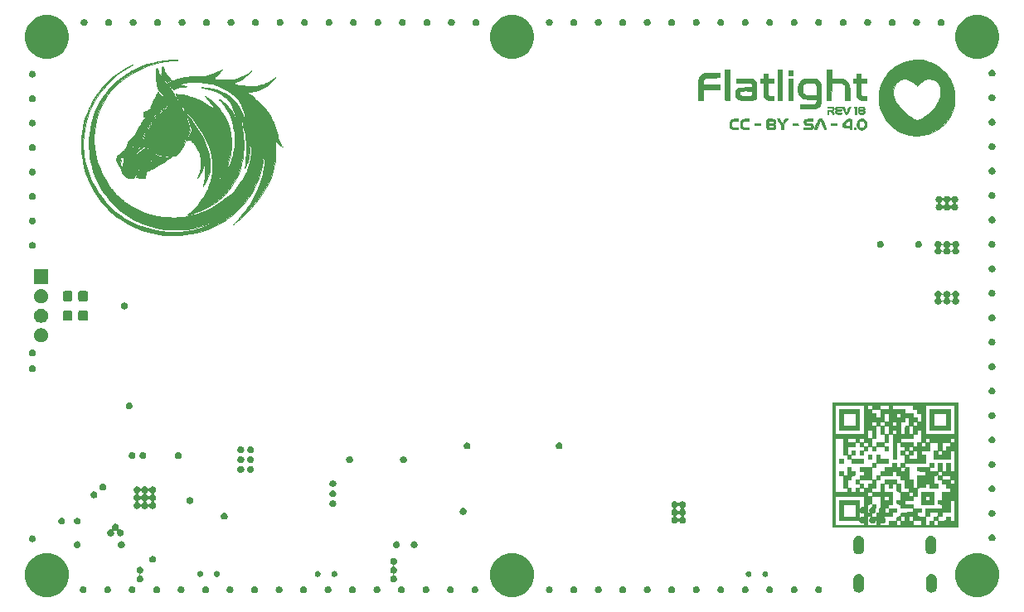
<source format=gbr>
G04 #@! TF.GenerationSoftware,KiCad,Pcbnew,5.1.5*
G04 #@! TF.CreationDate,2019-12-23T15:09:15+01:00*
G04 #@! TF.ProjectId,eside_rev18,65736964-655f-4726-9576-31382e6b6963,rev?*
G04 #@! TF.SameCoordinates,Original*
G04 #@! TF.FileFunction,Soldermask,Top*
G04 #@! TF.FilePolarity,Negative*
%FSLAX46Y46*%
G04 Gerber Fmt 4.6, Leading zero omitted, Abs format (unit mm)*
G04 Created by KiCad (PCBNEW 5.1.5) date 2019-12-23 15:09:15*
%MOMM*%
%LPD*%
G04 APERTURE LIST*
%ADD10C,0.010000*%
%ADD11C,0.100000*%
G04 APERTURE END LIST*
D10*
G36*
X144730333Y-92144000D02*
G01*
X142656000Y-92144000D01*
X142656000Y-90471834D01*
X143037000Y-90471834D01*
X143037000Y-91741834D01*
X144328166Y-91741834D01*
X144328166Y-90471834D01*
X143037000Y-90471834D01*
X142656000Y-90471834D01*
X142656000Y-90069667D01*
X144730333Y-90069667D01*
X144730333Y-92144000D01*
G37*
X144730333Y-92144000D02*
X142656000Y-92144000D01*
X142656000Y-90471834D01*
X143037000Y-90471834D01*
X143037000Y-91741834D01*
X144328166Y-91741834D01*
X144328166Y-90471834D01*
X143037000Y-90471834D01*
X142656000Y-90471834D01*
X142656000Y-90069667D01*
X144730333Y-90069667D01*
X144730333Y-92144000D01*
G36*
X135459333Y-92144000D02*
G01*
X133385000Y-92144000D01*
X133385000Y-90471834D01*
X133787166Y-90471834D01*
X133787166Y-91741834D01*
X135057166Y-91741834D01*
X135057166Y-90471834D01*
X133787166Y-90471834D01*
X133385000Y-90471834D01*
X133385000Y-90069667D01*
X135459333Y-90069667D01*
X135459333Y-92144000D01*
G37*
X135459333Y-92144000D02*
X133385000Y-92144000D01*
X133385000Y-90471834D01*
X133787166Y-90471834D01*
X133787166Y-91741834D01*
X135057166Y-91741834D01*
X135057166Y-90471834D01*
X133787166Y-90471834D01*
X133385000Y-90471834D01*
X133385000Y-90069667D01*
X135459333Y-90069667D01*
X135459333Y-92144000D01*
G36*
X137988750Y-91752417D02*
G01*
X137994498Y-92159875D01*
X138000247Y-92567334D01*
X137597166Y-92567334D01*
X137597166Y-91740245D01*
X137988750Y-91752417D01*
G37*
X137988750Y-91752417D02*
X137994498Y-92159875D01*
X138000247Y-92567334D01*
X137597166Y-92567334D01*
X137597166Y-91740245D01*
X137988750Y-91752417D01*
G36*
X138216291Y-92592998D02*
G01*
X138412083Y-92599084D01*
X138417832Y-93006542D01*
X138423580Y-93414000D01*
X138020500Y-93414000D01*
X138020500Y-92586912D01*
X138216291Y-92592998D01*
G37*
X138216291Y-92592998D02*
X138412083Y-92599084D01*
X138417832Y-93006542D01*
X138423580Y-93414000D01*
X138020500Y-93414000D01*
X138020500Y-92586912D01*
X138216291Y-92592998D01*
G36*
X137999333Y-93837334D02*
G01*
X137173833Y-93837334D01*
X137173833Y-93435167D01*
X137999333Y-93435167D01*
X137999333Y-93837334D01*
G37*
X137999333Y-93837334D02*
X137173833Y-93837334D01*
X137173833Y-93435167D01*
X137999333Y-93435167D01*
X137999333Y-93837334D01*
G36*
X135882666Y-93837334D02*
G01*
X135480500Y-93837334D01*
X135480500Y-93435167D01*
X135882666Y-93435167D01*
X135882666Y-93837334D01*
G37*
X135882666Y-93837334D02*
X135480500Y-93837334D01*
X135480500Y-93435167D01*
X135882666Y-93435167D01*
X135882666Y-93837334D01*
G36*
X140941500Y-93837334D02*
G01*
X140518166Y-93837334D01*
X140518166Y-94260667D01*
X140116000Y-94260667D01*
X140116000Y-93837334D01*
X139692666Y-93837334D01*
X139692666Y-93435167D01*
X140941500Y-93435167D01*
X140941500Y-93837334D01*
G37*
X140941500Y-93837334D02*
X140518166Y-93837334D01*
X140518166Y-94260667D01*
X140116000Y-94260667D01*
X140116000Y-93837334D01*
X139692666Y-93837334D01*
X139692666Y-93435167D01*
X140941500Y-93435167D01*
X140941500Y-93837334D01*
G36*
X138412083Y-94250084D02*
G01*
X138216291Y-94256169D01*
X138020500Y-94262255D01*
X138020500Y-93858500D01*
X138424255Y-93858500D01*
X138412083Y-94250084D01*
G37*
X138412083Y-94250084D02*
X138216291Y-94256169D01*
X138020500Y-94262255D01*
X138020500Y-93858500D01*
X138424255Y-93858500D01*
X138412083Y-94250084D01*
G36*
X137152666Y-94260667D02*
G01*
X136750500Y-94260667D01*
X136750500Y-93858500D01*
X137152666Y-93858500D01*
X137152666Y-94260667D01*
G37*
X137152666Y-94260667D02*
X136750500Y-94260667D01*
X136750500Y-93858500D01*
X137152666Y-93858500D01*
X137152666Y-94260667D01*
G36*
X136306000Y-94260667D02*
G01*
X135903833Y-94260667D01*
X135903833Y-93858500D01*
X136306000Y-93858500D01*
X136306000Y-94260667D01*
G37*
X136306000Y-94260667D02*
X135903833Y-94260667D01*
X135903833Y-93858500D01*
X136306000Y-93858500D01*
X136306000Y-94260667D01*
G36*
X140941500Y-94684000D02*
G01*
X140539333Y-94684000D01*
X140539333Y-94281834D01*
X140941500Y-94281834D01*
X140941500Y-94684000D01*
G37*
X140941500Y-94684000D02*
X140539333Y-94684000D01*
X140539333Y-94281834D01*
X140941500Y-94281834D01*
X140941500Y-94684000D01*
G36*
X140094833Y-94684000D02*
G01*
X139692666Y-94684000D01*
X139692666Y-94281834D01*
X140094833Y-94281834D01*
X140094833Y-94684000D01*
G37*
X140094833Y-94684000D02*
X139692666Y-94684000D01*
X139692666Y-94281834D01*
X140094833Y-94281834D01*
X140094833Y-94684000D01*
G36*
X135882666Y-94684000D02*
G01*
X135695694Y-94684000D01*
X135610516Y-94682499D01*
X135542171Y-94678486D01*
X135501175Y-94672700D01*
X135494611Y-94669889D01*
X135488295Y-94643679D01*
X135483440Y-94585657D01*
X135480783Y-94506339D01*
X135480500Y-94468806D01*
X135480500Y-94281834D01*
X135882666Y-94281834D01*
X135882666Y-94684000D01*
G37*
X135882666Y-94684000D02*
X135695694Y-94684000D01*
X135610516Y-94682499D01*
X135542171Y-94678486D01*
X135501175Y-94672700D01*
X135494611Y-94669889D01*
X135488295Y-94643679D01*
X135483440Y-94585657D01*
X135480783Y-94506339D01*
X135480500Y-94468806D01*
X135480500Y-94281834D01*
X135882666Y-94281834D01*
X135882666Y-94684000D01*
G36*
X135036000Y-94684000D02*
G01*
X134655000Y-94684000D01*
X134655000Y-94281834D01*
X135036000Y-94281834D01*
X135036000Y-94684000D01*
G37*
X135036000Y-94684000D02*
X134655000Y-94684000D01*
X134655000Y-94281834D01*
X135036000Y-94281834D01*
X135036000Y-94684000D01*
G36*
X136729333Y-95107334D02*
G01*
X136327166Y-95107334D01*
X136327166Y-94705167D01*
X136729333Y-94705167D01*
X136729333Y-95107334D01*
G37*
X136729333Y-95107334D02*
X136327166Y-95107334D01*
X136327166Y-94705167D01*
X136729333Y-94705167D01*
X136729333Y-95107334D01*
G36*
X134612666Y-95107334D02*
G01*
X134231666Y-95107334D01*
X134231666Y-94705167D01*
X134612666Y-94705167D01*
X134612666Y-95107334D01*
G37*
X134612666Y-95107334D02*
X134231666Y-95107334D01*
X134231666Y-94705167D01*
X134612666Y-94705167D01*
X134612666Y-95107334D01*
G36*
X142624250Y-93445750D02*
G01*
X142624250Y-94250084D01*
X141788166Y-94261562D01*
X141788166Y-94705167D01*
X142211500Y-94705167D01*
X142211500Y-95509500D01*
X140116000Y-95509500D01*
X140116000Y-94705167D01*
X140518166Y-94705167D01*
X140518166Y-95128500D01*
X141386000Y-95128500D01*
X141386000Y-94260667D01*
X140962666Y-94260667D01*
X140962666Y-93858500D01*
X141386000Y-93858500D01*
X141386000Y-93435167D01*
X141788166Y-93435167D01*
X141788166Y-93858500D01*
X142232666Y-93858500D01*
X142232666Y-93433578D01*
X142624250Y-93445750D01*
G37*
X142624250Y-93445750D02*
X142624250Y-94250084D01*
X141788166Y-94261562D01*
X141788166Y-94705167D01*
X142211500Y-94705167D01*
X142211500Y-95509500D01*
X140116000Y-95509500D01*
X140116000Y-94705167D01*
X140518166Y-94705167D01*
X140518166Y-95128500D01*
X141386000Y-95128500D01*
X141386000Y-94260667D01*
X140962666Y-94260667D01*
X140962666Y-93858500D01*
X141386000Y-93858500D01*
X141386000Y-93435167D01*
X141788166Y-93435167D01*
X141788166Y-93858500D01*
X142232666Y-93858500D01*
X142232666Y-93433578D01*
X142624250Y-93445750D01*
G36*
X137576000Y-95128500D02*
G01*
X138422666Y-95128500D01*
X138422666Y-95509500D01*
X137173833Y-95509500D01*
X137173833Y-94705167D01*
X137576000Y-94705167D01*
X137576000Y-95128500D01*
G37*
X137576000Y-95128500D02*
X138422666Y-95128500D01*
X138422666Y-95509500D01*
X137173833Y-95509500D01*
X137173833Y-94705167D01*
X137576000Y-94705167D01*
X137576000Y-95128500D01*
G36*
X135882666Y-95509500D02*
G01*
X134655000Y-95509500D01*
X134655000Y-95128500D01*
X135882666Y-95128500D01*
X135882666Y-95509500D01*
G37*
X135882666Y-95509500D02*
X134655000Y-95509500D01*
X134655000Y-95128500D01*
X135882666Y-95128500D01*
X135882666Y-95509500D01*
G36*
X133787166Y-95509500D02*
G01*
X133385000Y-95509500D01*
X133385000Y-95128500D01*
X133787166Y-95128500D01*
X133787166Y-95509500D01*
G37*
X133787166Y-95509500D02*
X133385000Y-95509500D01*
X133385000Y-95128500D01*
X133787166Y-95128500D01*
X133787166Y-95509500D01*
G36*
X143037000Y-95932834D02*
G01*
X142656000Y-95932834D01*
X142656000Y-95551834D01*
X143037000Y-95551834D01*
X143037000Y-95932834D01*
G37*
X143037000Y-95932834D02*
X142656000Y-95932834D01*
X142656000Y-95551834D01*
X143037000Y-95551834D01*
X143037000Y-95932834D01*
G36*
X140094833Y-95932834D02*
G01*
X139692666Y-95932834D01*
X139692666Y-95551834D01*
X140094833Y-95551834D01*
X140094833Y-95932834D01*
G37*
X140094833Y-95932834D02*
X139692666Y-95932834D01*
X139692666Y-95551834D01*
X140094833Y-95551834D01*
X140094833Y-95932834D01*
G36*
X137152666Y-95932834D02*
G01*
X136750500Y-95932834D01*
X136750500Y-95551834D01*
X137152666Y-95551834D01*
X137152666Y-95932834D01*
G37*
X137152666Y-95932834D02*
X136750500Y-95932834D01*
X136750500Y-95551834D01*
X137152666Y-95551834D01*
X137152666Y-95932834D01*
G36*
X143883666Y-96356167D02*
G01*
X143481500Y-96356167D01*
X143481500Y-95551834D01*
X143883666Y-95551834D01*
X143883666Y-96356167D01*
G37*
X143883666Y-96356167D02*
X143481500Y-96356167D01*
X143481500Y-95551834D01*
X143883666Y-95551834D01*
X143883666Y-96356167D01*
G36*
X133580791Y-96381831D02*
G01*
X133776583Y-96387917D01*
X133782669Y-96583709D01*
X133788755Y-96779500D01*
X133385000Y-96779500D01*
X133385000Y-96375745D01*
X133580791Y-96381831D01*
G37*
X133580791Y-96381831D02*
X133776583Y-96387917D01*
X133782669Y-96583709D01*
X133788755Y-96779500D01*
X133385000Y-96779500D01*
X133385000Y-96375745D01*
X133580791Y-96381831D01*
G36*
X143883666Y-97202834D02*
G01*
X143479911Y-97202834D01*
X143492083Y-96811250D01*
X143687875Y-96805164D01*
X143883666Y-96799078D01*
X143883666Y-97202834D01*
G37*
X143883666Y-97202834D02*
X143479911Y-97202834D01*
X143492083Y-96811250D01*
X143687875Y-96805164D01*
X143883666Y-96799078D01*
X143883666Y-97202834D01*
G36*
X137369625Y-96805164D02*
G01*
X137565416Y-96811250D01*
X137577588Y-97202834D01*
X137173833Y-97202834D01*
X137173833Y-96799078D01*
X137369625Y-96805164D01*
G37*
X137369625Y-96805164D02*
X137565416Y-96811250D01*
X137577588Y-97202834D01*
X137173833Y-97202834D01*
X137173833Y-96799078D01*
X137369625Y-96805164D01*
G36*
X136729333Y-97202834D02*
G01*
X135478911Y-97202834D01*
X135491083Y-96811250D01*
X135903833Y-96799134D01*
X135903833Y-96356167D01*
X135478911Y-96356167D01*
X135484997Y-96160375D01*
X135491083Y-95964584D01*
X136110208Y-95958972D01*
X136729333Y-95953361D01*
X136729333Y-97202834D01*
G37*
X136729333Y-97202834D02*
X135478911Y-97202834D01*
X135491083Y-96811250D01*
X135903833Y-96799134D01*
X135903833Y-96356167D01*
X135478911Y-96356167D01*
X135484997Y-96160375D01*
X135491083Y-95964584D01*
X136110208Y-95958972D01*
X136729333Y-95953361D01*
X136729333Y-97202834D01*
G36*
X135459333Y-97626167D02*
G01*
X135055578Y-97626167D01*
X135061664Y-97430375D01*
X135067750Y-97234584D01*
X135263541Y-97228498D01*
X135459333Y-97222412D01*
X135459333Y-97626167D01*
G37*
X135459333Y-97626167D02*
X135055578Y-97626167D01*
X135061664Y-97430375D01*
X135067750Y-97234584D01*
X135263541Y-97228498D01*
X135459333Y-97222412D01*
X135459333Y-97626167D01*
G36*
X142005125Y-95958972D02*
G01*
X142624250Y-95964584D01*
X142636366Y-96377334D01*
X143460333Y-96377334D01*
X143460333Y-96777967D01*
X143253958Y-96784025D01*
X143047583Y-96790084D01*
X143036123Y-97647334D01*
X143460333Y-97647334D01*
X143460333Y-98049500D01*
X142656000Y-98049500D01*
X142656000Y-97626167D01*
X142213032Y-97626167D01*
X142200916Y-98038917D01*
X141793458Y-98044666D01*
X141386000Y-98050414D01*
X141386000Y-96800667D01*
X142234147Y-96800667D01*
X142228115Y-96583709D01*
X142222083Y-96366750D01*
X141804041Y-96361011D01*
X141386000Y-96355272D01*
X141386000Y-95953361D01*
X142005125Y-95958972D01*
G37*
X142005125Y-95958972D02*
X142624250Y-95964584D01*
X142636366Y-96377334D01*
X143460333Y-96377334D01*
X143460333Y-96777967D01*
X143253958Y-96784025D01*
X143047583Y-96790084D01*
X143036123Y-97647334D01*
X143460333Y-97647334D01*
X143460333Y-98049500D01*
X142656000Y-98049500D01*
X142656000Y-97626167D01*
X142213032Y-97626167D01*
X142200916Y-98038917D01*
X141793458Y-98044666D01*
X141386000Y-98050414D01*
X141386000Y-96800667D01*
X142234147Y-96800667D01*
X142228115Y-96583709D01*
X142222083Y-96366750D01*
X141804041Y-96361011D01*
X141386000Y-96355272D01*
X141386000Y-95953361D01*
X142005125Y-95958972D01*
G36*
X139248166Y-97626167D02*
G01*
X138824833Y-97626167D01*
X138824833Y-98049500D01*
X138443833Y-98049500D01*
X138443833Y-97626167D01*
X138020500Y-97626167D01*
X138020500Y-97224000D01*
X139248166Y-97224000D01*
X139248166Y-97626167D01*
G37*
X139248166Y-97626167D02*
X138824833Y-97626167D01*
X138824833Y-98049500D01*
X138443833Y-98049500D01*
X138443833Y-97626167D01*
X138020500Y-97626167D01*
X138020500Y-97224000D01*
X139248166Y-97224000D01*
X139248166Y-97626167D01*
G36*
X135882666Y-98049500D02*
G01*
X135480500Y-98049500D01*
X135480500Y-97647334D01*
X135882666Y-97647334D01*
X135882666Y-98049500D01*
G37*
X135882666Y-98049500D02*
X135480500Y-98049500D01*
X135480500Y-97647334D01*
X135882666Y-97647334D01*
X135882666Y-98049500D01*
G36*
X134612666Y-96377334D02*
G01*
X135036000Y-96377334D01*
X135036000Y-96777967D01*
X134829625Y-96784025D01*
X134623250Y-96790084D01*
X134617191Y-96996459D01*
X134611133Y-97202834D01*
X134210500Y-97202834D01*
X134210500Y-98049500D01*
X133808333Y-98049500D01*
X133808333Y-96800667D01*
X134231666Y-96800667D01*
X134231666Y-95954000D01*
X134612666Y-95954000D01*
X134612666Y-96377334D01*
G37*
X134612666Y-96377334D02*
X135036000Y-96377334D01*
X135036000Y-96777967D01*
X134829625Y-96784025D01*
X134623250Y-96790084D01*
X134617191Y-96996459D01*
X134611133Y-97202834D01*
X134210500Y-97202834D01*
X134210500Y-98049500D01*
X133808333Y-98049500D01*
X133808333Y-96800667D01*
X134231666Y-96800667D01*
X134231666Y-95954000D01*
X134612666Y-95954000D01*
X134612666Y-96377334D01*
G36*
X139671500Y-98472834D02*
G01*
X139484527Y-98472834D01*
X139399349Y-98471332D01*
X139331004Y-98467319D01*
X139290008Y-98461534D01*
X139283444Y-98458722D01*
X139279015Y-98434061D01*
X139275156Y-98373909D01*
X139272099Y-98285107D01*
X139270081Y-98174497D01*
X139269333Y-98048921D01*
X139269333Y-97647334D01*
X139671500Y-97647334D01*
X139671500Y-98472834D01*
G37*
X139671500Y-98472834D02*
X139484527Y-98472834D01*
X139399349Y-98471332D01*
X139331004Y-98467319D01*
X139290008Y-98461534D01*
X139283444Y-98458722D01*
X139279015Y-98434061D01*
X139275156Y-98373909D01*
X139272099Y-98285107D01*
X139270081Y-98174497D01*
X139269333Y-98048921D01*
X139269333Y-97647334D01*
X139671500Y-97647334D01*
X139671500Y-98472834D01*
G36*
X139248166Y-95954000D02*
G01*
X139671500Y-95954000D01*
X139671500Y-96377334D01*
X140114467Y-96377334D01*
X140126583Y-95964584D01*
X140322375Y-95958498D01*
X140518166Y-95952412D01*
X140518166Y-97224000D01*
X140941500Y-97224000D01*
X140941500Y-98070667D01*
X141364833Y-98070667D01*
X141364833Y-98896167D01*
X140962666Y-98896167D01*
X140962666Y-98472834D01*
X140539333Y-98472834D01*
X140539333Y-98049500D01*
X140116000Y-98049500D01*
X140116000Y-97202834D01*
X139692666Y-97202834D01*
X139692666Y-96779500D01*
X139269333Y-96779500D01*
X139269333Y-96354686D01*
X139052375Y-96360718D01*
X138835416Y-96366750D01*
X138823300Y-96779500D01*
X137597166Y-96779500D01*
X137597166Y-96377334D01*
X138020500Y-96377334D01*
X138020500Y-95954000D01*
X138846000Y-95954000D01*
X138846000Y-95551834D01*
X139248166Y-95551834D01*
X139248166Y-95954000D01*
G37*
X139248166Y-95954000D02*
X139671500Y-95954000D01*
X139671500Y-96377334D01*
X140114467Y-96377334D01*
X140126583Y-95964584D01*
X140322375Y-95958498D01*
X140518166Y-95952412D01*
X140518166Y-97224000D01*
X140941500Y-97224000D01*
X140941500Y-98070667D01*
X141364833Y-98070667D01*
X141364833Y-98896167D01*
X140962666Y-98896167D01*
X140962666Y-98472834D01*
X140539333Y-98472834D01*
X140539333Y-98049500D01*
X140116000Y-98049500D01*
X140116000Y-97202834D01*
X139692666Y-97202834D01*
X139692666Y-96779500D01*
X139269333Y-96779500D01*
X139269333Y-96354686D01*
X139052375Y-96360718D01*
X138835416Y-96366750D01*
X138823300Y-96779500D01*
X137597166Y-96779500D01*
X137597166Y-96377334D01*
X138020500Y-96377334D01*
X138020500Y-95954000D01*
X138846000Y-95954000D01*
X138846000Y-95551834D01*
X139248166Y-95551834D01*
X139248166Y-95954000D01*
G36*
X143037000Y-99742834D02*
G01*
X141809333Y-99742834D01*
X141809333Y-98896167D01*
X142211500Y-98896167D01*
X142211500Y-99342148D01*
X142645416Y-99330084D01*
X142651448Y-99113125D01*
X142657480Y-98896167D01*
X142211500Y-98896167D01*
X141809333Y-98896167D01*
X141809333Y-98494000D01*
X143037000Y-98494000D01*
X143037000Y-99742834D01*
G37*
X143037000Y-99742834D02*
X141809333Y-99742834D01*
X141809333Y-98896167D01*
X142211500Y-98896167D01*
X142211500Y-99342148D01*
X142645416Y-99330084D01*
X142651448Y-99113125D01*
X142657480Y-98896167D01*
X142211500Y-98896167D01*
X141809333Y-98896167D01*
X141809333Y-98494000D01*
X143037000Y-98494000D01*
X143037000Y-99742834D01*
G36*
X140518166Y-98917334D02*
G01*
X140941500Y-98917334D01*
X140941500Y-99319500D01*
X140094833Y-99319500D01*
X140094833Y-99764000D01*
X140941500Y-99764000D01*
X140941500Y-100145000D01*
X139692666Y-100145000D01*
X139692666Y-99744366D01*
X139279916Y-99732250D01*
X139273830Y-99536459D01*
X139267744Y-99340667D01*
X139692666Y-99340667D01*
X139692666Y-98494000D01*
X140518166Y-98494000D01*
X140518166Y-98917334D01*
G37*
X140518166Y-98917334D02*
X140941500Y-98917334D01*
X140941500Y-99319500D01*
X140094833Y-99319500D01*
X140094833Y-99764000D01*
X140941500Y-99764000D01*
X140941500Y-100145000D01*
X139692666Y-100145000D01*
X139692666Y-99744366D01*
X139279916Y-99732250D01*
X139273830Y-99536459D01*
X139267744Y-99340667D01*
X139692666Y-99340667D01*
X139692666Y-98494000D01*
X140518166Y-98494000D01*
X140518166Y-98917334D01*
G36*
X137152666Y-100145000D02*
G01*
X136750500Y-100145000D01*
X136750500Y-99764000D01*
X137152666Y-99764000D01*
X137152666Y-100145000D01*
G37*
X137152666Y-100145000D02*
X136750500Y-100145000D01*
X136750500Y-99764000D01*
X137152666Y-99764000D01*
X137152666Y-100145000D01*
G36*
X143460333Y-101415000D02*
G01*
X143056578Y-101415000D01*
X143062664Y-101219209D01*
X143068750Y-101023417D01*
X143264541Y-101017331D01*
X143460333Y-101011245D01*
X143460333Y-101415000D01*
G37*
X143460333Y-101415000D02*
X143056578Y-101415000D01*
X143062664Y-101219209D01*
X143068750Y-101023417D01*
X143264541Y-101017331D01*
X143460333Y-101011245D01*
X143460333Y-101415000D01*
G36*
X139671500Y-101415000D02*
G01*
X139267744Y-101415000D01*
X139273830Y-101219209D01*
X139279916Y-101023417D01*
X139671500Y-101011245D01*
X139671500Y-101415000D01*
G37*
X139671500Y-101415000D02*
X139267744Y-101415000D01*
X139273830Y-101219209D01*
X139279916Y-101023417D01*
X139671500Y-101011245D01*
X139671500Y-101415000D01*
G36*
X135459333Y-101415000D02*
G01*
X133385000Y-101415000D01*
X133385000Y-99742834D01*
X133787166Y-99742834D01*
X133787166Y-101012834D01*
X135057166Y-101012834D01*
X135057166Y-99742834D01*
X133787166Y-99742834D01*
X133385000Y-99742834D01*
X133385000Y-99340667D01*
X135459333Y-99340667D01*
X135459333Y-101415000D01*
G37*
X135459333Y-101415000D02*
X133385000Y-101415000D01*
X133385000Y-99742834D01*
X133787166Y-99742834D01*
X133787166Y-101012834D01*
X135057166Y-101012834D01*
X135057166Y-99742834D01*
X133787166Y-99742834D01*
X133385000Y-99742834D01*
X133385000Y-99340667D01*
X135459333Y-99340667D01*
X135459333Y-101415000D01*
G36*
X145513500Y-102092334D02*
G01*
X132686500Y-102092334D01*
X132686500Y-98896167D01*
X132940500Y-98896167D01*
X132940500Y-101859500D01*
X135903833Y-101859500D01*
X135903833Y-98896167D01*
X132940500Y-98896167D01*
X132686500Y-98896167D01*
X132686500Y-92990667D01*
X132940500Y-92990667D01*
X132940500Y-98494000D01*
X134231666Y-98494000D01*
X134231666Y-98070667D01*
X134612666Y-98070667D01*
X134612666Y-98494000D01*
X135057166Y-98494000D01*
X135057166Y-98070667D01*
X135459333Y-98070667D01*
X135459333Y-98494000D01*
X135903833Y-98494000D01*
X135903833Y-98070667D01*
X136327166Y-98070667D01*
X136327166Y-97647334D01*
X136750500Y-97647334D01*
X136750500Y-97224000D01*
X137152666Y-97224000D01*
X137152666Y-98049500D01*
X136729333Y-98049500D01*
X136729333Y-98472834D01*
X136306000Y-98472834D01*
X136306000Y-98917334D01*
X136730247Y-98917334D01*
X136724498Y-99324792D01*
X136718750Y-99732250D01*
X136306000Y-99744366D01*
X136306000Y-100589500D01*
X136729333Y-100589500D01*
X136729333Y-100991667D01*
X136306000Y-100991667D01*
X136306000Y-101859500D01*
X137173833Y-101859500D01*
X137173833Y-101415000D01*
X136750500Y-101415000D01*
X136750500Y-101012834D01*
X137173833Y-101012834D01*
X137173833Y-100589500D01*
X137597166Y-100589500D01*
X137597166Y-98896167D01*
X137999333Y-98896167D01*
X137999333Y-99342148D01*
X138216291Y-99336116D01*
X138433250Y-99330084D01*
X138439282Y-99113125D01*
X138445314Y-98896167D01*
X137999333Y-98896167D01*
X137597166Y-98896167D01*
X136750500Y-98896167D01*
X136750500Y-98494000D01*
X137597166Y-98494000D01*
X137597166Y-97647334D01*
X137999333Y-97647334D01*
X137999333Y-98494000D01*
X138824833Y-98494000D01*
X138824833Y-99742834D01*
X138422666Y-99742834D01*
X138422666Y-100145000D01*
X137999333Y-100145000D01*
X137999333Y-100589500D01*
X138443833Y-100589500D01*
X138443833Y-100187334D01*
X139248166Y-100187334D01*
X139248166Y-100566801D01*
X138835416Y-100578917D01*
X138823300Y-100991667D01*
X137999333Y-100991667D01*
X137999333Y-101415000D01*
X137576000Y-101415000D01*
X137576000Y-101859500D01*
X138443833Y-101859500D01*
X138443833Y-101436167D01*
X139248166Y-101436167D01*
X139248166Y-101859500D01*
X139692666Y-101859500D01*
X139692666Y-101436167D01*
X140116000Y-101436167D01*
X140116000Y-100991667D01*
X140518166Y-100991667D01*
X140518166Y-101436167D01*
X140941500Y-101436167D01*
X140941500Y-101859500D01*
X141809333Y-101859500D01*
X141809333Y-101415000D01*
X140962666Y-101415000D01*
X140962666Y-100991667D01*
X140518166Y-100991667D01*
X140116000Y-100991667D01*
X139691078Y-100991667D01*
X139697164Y-100795875D01*
X139703250Y-100600084D01*
X140962666Y-100588870D01*
X140962666Y-100187334D01*
X141788166Y-100187334D01*
X141788166Y-100568334D01*
X141364833Y-100568334D01*
X141364833Y-101011939D01*
X141782875Y-101017678D01*
X142200916Y-101023417D01*
X142206655Y-101441459D01*
X142212394Y-101859500D01*
X142656000Y-101859500D01*
X142656000Y-101436167D01*
X143037000Y-101436167D01*
X143037000Y-101859500D01*
X143479967Y-101859500D01*
X143492083Y-101446750D01*
X143910125Y-101441011D01*
X144328166Y-101435272D01*
X144328166Y-101012834D01*
X144730333Y-101012834D01*
X144730333Y-101436167D01*
X145174833Y-101436167D01*
X145174833Y-99319500D01*
X144730333Y-99319500D01*
X144730333Y-100568334D01*
X143883666Y-100568334D01*
X143883666Y-100991667D01*
X143481500Y-100991667D01*
X143481500Y-100568334D01*
X142634833Y-100568334D01*
X142634833Y-100991667D01*
X142232666Y-100991667D01*
X142232666Y-100187334D01*
X143904833Y-100187334D01*
X143904833Y-99744366D01*
X143492083Y-99732250D01*
X143485997Y-99536459D01*
X143479911Y-99340667D01*
X143904833Y-99340667D01*
X143904833Y-98494000D01*
X144751500Y-98494000D01*
X144751500Y-98049500D01*
X144328166Y-98049500D01*
X144328166Y-97626167D01*
X143904833Y-97626167D01*
X143904833Y-97224000D01*
X144730333Y-97224000D01*
X144730333Y-97647334D01*
X145174833Y-97647334D01*
X145174833Y-97202834D01*
X144751500Y-97202834D01*
X144751500Y-96779500D01*
X143903244Y-96779500D01*
X143909330Y-96583709D01*
X143915416Y-96387917D01*
X144328166Y-96375801D01*
X144328166Y-95551834D01*
X144730333Y-95551834D01*
X144730333Y-96377334D01*
X145174833Y-96377334D01*
X145174833Y-94260667D01*
X144730333Y-94260667D01*
X144730333Y-95107825D01*
X143899541Y-95102288D01*
X143068750Y-95096750D01*
X143057252Y-94281834D01*
X143460333Y-94281834D01*
X143460333Y-94705167D01*
X143904833Y-94705167D01*
X143904833Y-94281834D01*
X144328166Y-94281834D01*
X144328166Y-93858500D01*
X144751500Y-93858500D01*
X144751500Y-93435167D01*
X145174833Y-93435167D01*
X145174833Y-92990667D01*
X144730333Y-92990667D01*
X144730333Y-93414000D01*
X143883666Y-93414000D01*
X143883666Y-94262255D01*
X143687875Y-94256169D01*
X143492083Y-94250084D01*
X143480605Y-93414000D01*
X142656000Y-93414000D01*
X142656000Y-92990667D01*
X142211500Y-92990667D01*
X142211500Y-93414000D01*
X141809333Y-93414000D01*
X141809333Y-92144000D01*
X141364833Y-92144000D01*
X141364833Y-92567334D01*
X140962666Y-92567334D01*
X140962666Y-91741834D01*
X141386000Y-91741834D01*
X141386000Y-91339667D01*
X141809333Y-91339667D01*
X141809333Y-90471834D01*
X141386000Y-90471834D01*
X141386000Y-90048500D01*
X140962666Y-90048500D01*
X140962666Y-89625167D01*
X142211500Y-89625167D01*
X142211500Y-92588500D01*
X145174833Y-92588500D01*
X145174833Y-89625167D01*
X142211500Y-89625167D01*
X140962666Y-89625167D01*
X138824833Y-89625167D01*
X138824833Y-90069667D01*
X140094833Y-90069667D01*
X140094833Y-90493000D01*
X140941500Y-90493000D01*
X140941500Y-90916334D01*
X141366421Y-90916334D01*
X141360335Y-91112125D01*
X141354250Y-91307917D01*
X140941500Y-91320033D01*
X140941500Y-91720667D01*
X140539333Y-91720667D01*
X140539333Y-90895167D01*
X140094833Y-90895167D01*
X140094833Y-91318500D01*
X139671500Y-91318500D01*
X139671500Y-92588500D01*
X140115105Y-92588500D01*
X140120844Y-92170459D01*
X140126583Y-91752417D01*
X140507583Y-91752417D01*
X140513322Y-92170459D01*
X140519061Y-92588500D01*
X140941500Y-92588500D01*
X140941500Y-92990667D01*
X139671500Y-92990667D01*
X139671500Y-93414000D01*
X139248166Y-93414000D01*
X139248166Y-95108922D01*
X139052375Y-95102836D01*
X138856583Y-95096750D01*
X138856583Y-92599084D01*
X139062958Y-92593025D01*
X139269333Y-92586967D01*
X139269333Y-92142519D01*
X139052375Y-92148551D01*
X138835416Y-92154584D01*
X138823300Y-92567334D01*
X138444728Y-92567334D01*
X138433396Y-91741834D01*
X138823352Y-91741834D01*
X139269333Y-91741834D01*
X139269333Y-91295853D01*
X139052375Y-91301885D01*
X138835416Y-91307917D01*
X138829384Y-91524875D01*
X138823352Y-91741834D01*
X138433396Y-91741834D01*
X138433250Y-91731250D01*
X138020500Y-91719134D01*
X138020500Y-91341200D01*
X138433250Y-91329084D01*
X138438979Y-90900458D01*
X138444708Y-90471834D01*
X139248166Y-90471834D01*
X139248166Y-90916334D01*
X139692666Y-90916334D01*
X139692666Y-90471834D01*
X139248166Y-90471834D01*
X138444708Y-90471834D01*
X138444709Y-90471833D01*
X138222469Y-90471833D01*
X138000228Y-90471834D01*
X137994489Y-90889875D01*
X137988750Y-91307917D01*
X137576000Y-91320033D01*
X137576000Y-91720667D01*
X137173833Y-91720667D01*
X137173833Y-91318500D01*
X136729333Y-91318500D01*
X136729333Y-91740301D01*
X137142083Y-91752417D01*
X137147694Y-92371542D01*
X137153306Y-92990667D01*
X136750500Y-92990667D01*
X136750500Y-92144000D01*
X136306000Y-92144000D01*
X136306000Y-93011834D01*
X136729333Y-93011834D01*
X136729333Y-93837334D01*
X136327166Y-93837334D01*
X136327166Y-93414000D01*
X135903833Y-93414000D01*
X135903833Y-92990667D01*
X135459333Y-92990667D01*
X135459333Y-93414000D01*
X135057166Y-93414000D01*
X135057166Y-92990667D01*
X134210500Y-92990667D01*
X134210500Y-93435167D01*
X135036000Y-93435167D01*
X135036000Y-93837334D01*
X134211394Y-93837334D01*
X134205655Y-94255375D01*
X134199916Y-94673417D01*
X134004125Y-94679503D01*
X133808333Y-94685589D01*
X133808333Y-92990667D01*
X132940500Y-92990667D01*
X132686500Y-92990667D01*
X132686500Y-89625167D01*
X132940500Y-89625167D01*
X132940500Y-92588500D01*
X135903833Y-92588500D01*
X135903833Y-89625167D01*
X136306000Y-89625167D01*
X136306000Y-90069667D01*
X136729333Y-90069667D01*
X136729333Y-90493000D01*
X137152666Y-90493000D01*
X137152666Y-90916334D01*
X137597166Y-90916334D01*
X137597166Y-90069667D01*
X138443833Y-90069667D01*
X138443833Y-89625167D01*
X137576000Y-89625167D01*
X137576000Y-90048500D01*
X136750500Y-90048500D01*
X136750500Y-89625167D01*
X136306000Y-89625167D01*
X135903833Y-89625167D01*
X132940500Y-89625167D01*
X132686500Y-89625167D01*
X132686500Y-89328834D01*
X145513500Y-89328834D01*
X145513500Y-102092334D01*
G37*
X145513500Y-102092334D02*
X132686500Y-102092334D01*
X132686500Y-98896167D01*
X132940500Y-98896167D01*
X132940500Y-101859500D01*
X135903833Y-101859500D01*
X135903833Y-98896167D01*
X132940500Y-98896167D01*
X132686500Y-98896167D01*
X132686500Y-92990667D01*
X132940500Y-92990667D01*
X132940500Y-98494000D01*
X134231666Y-98494000D01*
X134231666Y-98070667D01*
X134612666Y-98070667D01*
X134612666Y-98494000D01*
X135057166Y-98494000D01*
X135057166Y-98070667D01*
X135459333Y-98070667D01*
X135459333Y-98494000D01*
X135903833Y-98494000D01*
X135903833Y-98070667D01*
X136327166Y-98070667D01*
X136327166Y-97647334D01*
X136750500Y-97647334D01*
X136750500Y-97224000D01*
X137152666Y-97224000D01*
X137152666Y-98049500D01*
X136729333Y-98049500D01*
X136729333Y-98472834D01*
X136306000Y-98472834D01*
X136306000Y-98917334D01*
X136730247Y-98917334D01*
X136724498Y-99324792D01*
X136718750Y-99732250D01*
X136306000Y-99744366D01*
X136306000Y-100589500D01*
X136729333Y-100589500D01*
X136729333Y-100991667D01*
X136306000Y-100991667D01*
X136306000Y-101859500D01*
X137173833Y-101859500D01*
X137173833Y-101415000D01*
X136750500Y-101415000D01*
X136750500Y-101012834D01*
X137173833Y-101012834D01*
X137173833Y-100589500D01*
X137597166Y-100589500D01*
X137597166Y-98896167D01*
X137999333Y-98896167D01*
X137999333Y-99342148D01*
X138216291Y-99336116D01*
X138433250Y-99330084D01*
X138439282Y-99113125D01*
X138445314Y-98896167D01*
X137999333Y-98896167D01*
X137597166Y-98896167D01*
X136750500Y-98896167D01*
X136750500Y-98494000D01*
X137597166Y-98494000D01*
X137597166Y-97647334D01*
X137999333Y-97647334D01*
X137999333Y-98494000D01*
X138824833Y-98494000D01*
X138824833Y-99742834D01*
X138422666Y-99742834D01*
X138422666Y-100145000D01*
X137999333Y-100145000D01*
X137999333Y-100589500D01*
X138443833Y-100589500D01*
X138443833Y-100187334D01*
X139248166Y-100187334D01*
X139248166Y-100566801D01*
X138835416Y-100578917D01*
X138823300Y-100991667D01*
X137999333Y-100991667D01*
X137999333Y-101415000D01*
X137576000Y-101415000D01*
X137576000Y-101859500D01*
X138443833Y-101859500D01*
X138443833Y-101436167D01*
X139248166Y-101436167D01*
X139248166Y-101859500D01*
X139692666Y-101859500D01*
X139692666Y-101436167D01*
X140116000Y-101436167D01*
X140116000Y-100991667D01*
X140518166Y-100991667D01*
X140518166Y-101436167D01*
X140941500Y-101436167D01*
X140941500Y-101859500D01*
X141809333Y-101859500D01*
X141809333Y-101415000D01*
X140962666Y-101415000D01*
X140962666Y-100991667D01*
X140518166Y-100991667D01*
X140116000Y-100991667D01*
X139691078Y-100991667D01*
X139697164Y-100795875D01*
X139703250Y-100600084D01*
X140962666Y-100588870D01*
X140962666Y-100187334D01*
X141788166Y-100187334D01*
X141788166Y-100568334D01*
X141364833Y-100568334D01*
X141364833Y-101011939D01*
X141782875Y-101017678D01*
X142200916Y-101023417D01*
X142206655Y-101441459D01*
X142212394Y-101859500D01*
X142656000Y-101859500D01*
X142656000Y-101436167D01*
X143037000Y-101436167D01*
X143037000Y-101859500D01*
X143479967Y-101859500D01*
X143492083Y-101446750D01*
X143910125Y-101441011D01*
X144328166Y-101435272D01*
X144328166Y-101012834D01*
X144730333Y-101012834D01*
X144730333Y-101436167D01*
X145174833Y-101436167D01*
X145174833Y-99319500D01*
X144730333Y-99319500D01*
X144730333Y-100568334D01*
X143883666Y-100568334D01*
X143883666Y-100991667D01*
X143481500Y-100991667D01*
X143481500Y-100568334D01*
X142634833Y-100568334D01*
X142634833Y-100991667D01*
X142232666Y-100991667D01*
X142232666Y-100187334D01*
X143904833Y-100187334D01*
X143904833Y-99744366D01*
X143492083Y-99732250D01*
X143485997Y-99536459D01*
X143479911Y-99340667D01*
X143904833Y-99340667D01*
X143904833Y-98494000D01*
X144751500Y-98494000D01*
X144751500Y-98049500D01*
X144328166Y-98049500D01*
X144328166Y-97626167D01*
X143904833Y-97626167D01*
X143904833Y-97224000D01*
X144730333Y-97224000D01*
X144730333Y-97647334D01*
X145174833Y-97647334D01*
X145174833Y-97202834D01*
X144751500Y-97202834D01*
X144751500Y-96779500D01*
X143903244Y-96779500D01*
X143909330Y-96583709D01*
X143915416Y-96387917D01*
X144328166Y-96375801D01*
X144328166Y-95551834D01*
X144730333Y-95551834D01*
X144730333Y-96377334D01*
X145174833Y-96377334D01*
X145174833Y-94260667D01*
X144730333Y-94260667D01*
X144730333Y-95107825D01*
X143899541Y-95102288D01*
X143068750Y-95096750D01*
X143057252Y-94281834D01*
X143460333Y-94281834D01*
X143460333Y-94705167D01*
X143904833Y-94705167D01*
X143904833Y-94281834D01*
X144328166Y-94281834D01*
X144328166Y-93858500D01*
X144751500Y-93858500D01*
X144751500Y-93435167D01*
X145174833Y-93435167D01*
X145174833Y-92990667D01*
X144730333Y-92990667D01*
X144730333Y-93414000D01*
X143883666Y-93414000D01*
X143883666Y-94262255D01*
X143687875Y-94256169D01*
X143492083Y-94250084D01*
X143480605Y-93414000D01*
X142656000Y-93414000D01*
X142656000Y-92990667D01*
X142211500Y-92990667D01*
X142211500Y-93414000D01*
X141809333Y-93414000D01*
X141809333Y-92144000D01*
X141364833Y-92144000D01*
X141364833Y-92567334D01*
X140962666Y-92567334D01*
X140962666Y-91741834D01*
X141386000Y-91741834D01*
X141386000Y-91339667D01*
X141809333Y-91339667D01*
X141809333Y-90471834D01*
X141386000Y-90471834D01*
X141386000Y-90048500D01*
X140962666Y-90048500D01*
X140962666Y-89625167D01*
X142211500Y-89625167D01*
X142211500Y-92588500D01*
X145174833Y-92588500D01*
X145174833Y-89625167D01*
X142211500Y-89625167D01*
X140962666Y-89625167D01*
X138824833Y-89625167D01*
X138824833Y-90069667D01*
X140094833Y-90069667D01*
X140094833Y-90493000D01*
X140941500Y-90493000D01*
X140941500Y-90916334D01*
X141366421Y-90916334D01*
X141360335Y-91112125D01*
X141354250Y-91307917D01*
X140941500Y-91320033D01*
X140941500Y-91720667D01*
X140539333Y-91720667D01*
X140539333Y-90895167D01*
X140094833Y-90895167D01*
X140094833Y-91318500D01*
X139671500Y-91318500D01*
X139671500Y-92588500D01*
X140115105Y-92588500D01*
X140120844Y-92170459D01*
X140126583Y-91752417D01*
X140507583Y-91752417D01*
X140513322Y-92170459D01*
X140519061Y-92588500D01*
X140941500Y-92588500D01*
X140941500Y-92990667D01*
X139671500Y-92990667D01*
X139671500Y-93414000D01*
X139248166Y-93414000D01*
X139248166Y-95108922D01*
X139052375Y-95102836D01*
X138856583Y-95096750D01*
X138856583Y-92599084D01*
X139062958Y-92593025D01*
X139269333Y-92586967D01*
X139269333Y-92142519D01*
X139052375Y-92148551D01*
X138835416Y-92154584D01*
X138823300Y-92567334D01*
X138444728Y-92567334D01*
X138433396Y-91741834D01*
X138823352Y-91741834D01*
X139269333Y-91741834D01*
X139269333Y-91295853D01*
X139052375Y-91301885D01*
X138835416Y-91307917D01*
X138829384Y-91524875D01*
X138823352Y-91741834D01*
X138433396Y-91741834D01*
X138433250Y-91731250D01*
X138020500Y-91719134D01*
X138020500Y-91341200D01*
X138433250Y-91329084D01*
X138438979Y-90900458D01*
X138444708Y-90471834D01*
X139248166Y-90471834D01*
X139248166Y-90916334D01*
X139692666Y-90916334D01*
X139692666Y-90471834D01*
X139248166Y-90471834D01*
X138444708Y-90471834D01*
X138444709Y-90471833D01*
X138222469Y-90471833D01*
X138000228Y-90471834D01*
X137994489Y-90889875D01*
X137988750Y-91307917D01*
X137576000Y-91320033D01*
X137576000Y-91720667D01*
X137173833Y-91720667D01*
X137173833Y-91318500D01*
X136729333Y-91318500D01*
X136729333Y-91740301D01*
X137142083Y-91752417D01*
X137147694Y-92371542D01*
X137153306Y-92990667D01*
X136750500Y-92990667D01*
X136750500Y-92144000D01*
X136306000Y-92144000D01*
X136306000Y-93011834D01*
X136729333Y-93011834D01*
X136729333Y-93837334D01*
X136327166Y-93837334D01*
X136327166Y-93414000D01*
X135903833Y-93414000D01*
X135903833Y-92990667D01*
X135459333Y-92990667D01*
X135459333Y-93414000D01*
X135057166Y-93414000D01*
X135057166Y-92990667D01*
X134210500Y-92990667D01*
X134210500Y-93435167D01*
X135036000Y-93435167D01*
X135036000Y-93837334D01*
X134211394Y-93837334D01*
X134205655Y-94255375D01*
X134199916Y-94673417D01*
X134004125Y-94679503D01*
X133808333Y-94685589D01*
X133808333Y-92990667D01*
X132940500Y-92990667D01*
X132686500Y-92990667D01*
X132686500Y-89625167D01*
X132940500Y-89625167D01*
X132940500Y-92588500D01*
X135903833Y-92588500D01*
X135903833Y-89625167D01*
X136306000Y-89625167D01*
X136306000Y-90069667D01*
X136729333Y-90069667D01*
X136729333Y-90493000D01*
X137152666Y-90493000D01*
X137152666Y-90916334D01*
X137597166Y-90916334D01*
X137597166Y-90069667D01*
X138443833Y-90069667D01*
X138443833Y-89625167D01*
X137576000Y-89625167D01*
X137576000Y-90048500D01*
X136750500Y-90048500D01*
X136750500Y-89625167D01*
X136306000Y-89625167D01*
X135903833Y-89625167D01*
X132940500Y-89625167D01*
X132686500Y-89625167D01*
X132686500Y-89328834D01*
X145513500Y-89328834D01*
X145513500Y-102092334D01*
G36*
X64346874Y-55109467D02*
G01*
X64389181Y-55192514D01*
X64430227Y-55287990D01*
X64465511Y-55383621D01*
X64490531Y-55467135D01*
X64500784Y-55526257D01*
X64500833Y-55529185D01*
X64513930Y-55557146D01*
X64550522Y-55611817D01*
X64606559Y-55687761D01*
X64677992Y-55779541D01*
X64760772Y-55881720D01*
X64786367Y-55912574D01*
X64874530Y-56018692D01*
X64955812Y-56117290D01*
X65025415Y-56202486D01*
X65078538Y-56268396D01*
X65110380Y-56309137D01*
X65114251Y-56314417D01*
X65156601Y-56373892D01*
X65108634Y-56405321D01*
X65074686Y-56425048D01*
X65016854Y-56456311D01*
X64944881Y-56494107D01*
X64868511Y-56533432D01*
X64797486Y-56569282D01*
X64741552Y-56596653D01*
X64710450Y-56610541D01*
X64707490Y-56611333D01*
X64693622Y-56595192D01*
X64658518Y-56550234D01*
X64606143Y-56481655D01*
X64540465Y-56394653D01*
X64465449Y-56294423D01*
X64458312Y-56284847D01*
X64380018Y-56177544D01*
X64309241Y-56076397D01*
X64250568Y-55988290D01*
X64208582Y-55920104D01*
X64188011Y-55879139D01*
X64178297Y-55842656D01*
X64173619Y-55799243D01*
X64174266Y-55741421D01*
X64180530Y-55661713D01*
X64192698Y-55552640D01*
X64204289Y-55459500D01*
X64220143Y-55339177D01*
X64235599Y-55229350D01*
X64249343Y-55138824D01*
X64260061Y-55076407D01*
X64264375Y-55056550D01*
X64281111Y-54994018D01*
X64346874Y-55109467D01*
G37*
X64346874Y-55109467D02*
X64389181Y-55192514D01*
X64430227Y-55287990D01*
X64465511Y-55383621D01*
X64490531Y-55467135D01*
X64500784Y-55526257D01*
X64500833Y-55529185D01*
X64513930Y-55557146D01*
X64550522Y-55611817D01*
X64606559Y-55687761D01*
X64677992Y-55779541D01*
X64760772Y-55881720D01*
X64786367Y-55912574D01*
X64874530Y-56018692D01*
X64955812Y-56117290D01*
X65025415Y-56202486D01*
X65078538Y-56268396D01*
X65110380Y-56309137D01*
X65114251Y-56314417D01*
X65156601Y-56373892D01*
X65108634Y-56405321D01*
X65074686Y-56425048D01*
X65016854Y-56456311D01*
X64944881Y-56494107D01*
X64868511Y-56533432D01*
X64797486Y-56569282D01*
X64741552Y-56596653D01*
X64710450Y-56610541D01*
X64707490Y-56611333D01*
X64693622Y-56595192D01*
X64658518Y-56550234D01*
X64606143Y-56481655D01*
X64540465Y-56394653D01*
X64465449Y-56294423D01*
X64458312Y-56284847D01*
X64380018Y-56177544D01*
X64309241Y-56076397D01*
X64250568Y-55988290D01*
X64208582Y-55920104D01*
X64188011Y-55879139D01*
X64178297Y-55842656D01*
X64173619Y-55799243D01*
X64174266Y-55741421D01*
X64180530Y-55661713D01*
X64192698Y-55552640D01*
X64204289Y-55459500D01*
X64220143Y-55339177D01*
X64235599Y-55229350D01*
X64249343Y-55138824D01*
X64260061Y-55076407D01*
X64264375Y-55056550D01*
X64281111Y-54994018D01*
X64346874Y-55109467D01*
G36*
X62547171Y-59947846D02*
G01*
X62621591Y-59962633D01*
X62728596Y-59991567D01*
X62782897Y-60007555D01*
X62909851Y-60043406D01*
X63005408Y-60065065D01*
X63077490Y-60074019D01*
X63128810Y-60072448D01*
X63220250Y-60061255D01*
X63114416Y-60112995D01*
X63041121Y-60146427D01*
X62987513Y-60160790D01*
X62936279Y-60157589D01*
X62870105Y-60138323D01*
X62860416Y-60135030D01*
X62796487Y-60114124D01*
X62710605Y-60087269D01*
X62622291Y-60060556D01*
X62534619Y-60030525D01*
X62482543Y-60003449D01*
X62468833Y-59984690D01*
X62475851Y-59959243D01*
X62500278Y-59946839D01*
X62547171Y-59947846D01*
G37*
X62547171Y-59947846D02*
X62621591Y-59962633D01*
X62728596Y-59991567D01*
X62782897Y-60007555D01*
X62909851Y-60043406D01*
X63005408Y-60065065D01*
X63077490Y-60074019D01*
X63128810Y-60072448D01*
X63220250Y-60061255D01*
X63114416Y-60112995D01*
X63041121Y-60146427D01*
X62987513Y-60160790D01*
X62936279Y-60157589D01*
X62870105Y-60138323D01*
X62860416Y-60135030D01*
X62796487Y-60114124D01*
X62710605Y-60087269D01*
X62622291Y-60060556D01*
X62534619Y-60030525D01*
X62482543Y-60003449D01*
X62468833Y-59984690D01*
X62475851Y-59959243D01*
X62500278Y-59946839D01*
X62547171Y-59947846D01*
G36*
X63714244Y-55148424D02*
G01*
X63742060Y-55199187D01*
X63775899Y-55273687D01*
X63812247Y-55363657D01*
X63847592Y-55460830D01*
X63878420Y-55556938D01*
X63880367Y-55563583D01*
X63893823Y-55610469D01*
X63905696Y-55649776D01*
X63918660Y-55685512D01*
X63935385Y-55721689D01*
X63958545Y-55762317D01*
X63990810Y-55811404D01*
X64034854Y-55872962D01*
X64093349Y-55951000D01*
X64168966Y-56049529D01*
X64264377Y-56172558D01*
X64382255Y-56324097D01*
X64416332Y-56367916D01*
X64590581Y-56592665D01*
X64740965Y-56788133D01*
X64870195Y-56957989D01*
X64980980Y-57105906D01*
X65076032Y-57235555D01*
X65158061Y-57350605D01*
X65229776Y-57454730D01*
X65293888Y-57551599D01*
X65318491Y-57589890D01*
X65381692Y-57693260D01*
X65447519Y-57808150D01*
X65512816Y-57928219D01*
X65574429Y-58047127D01*
X65629204Y-58158531D01*
X65673987Y-58256091D01*
X65705622Y-58333466D01*
X65720956Y-58384314D01*
X65721105Y-58399240D01*
X65715904Y-58408900D01*
X65705476Y-58421405D01*
X65687431Y-58438491D01*
X65659378Y-58461895D01*
X65618928Y-58493354D01*
X65563691Y-58534603D01*
X65491277Y-58587381D01*
X65399296Y-58653423D01*
X65285358Y-58734466D01*
X65147073Y-58832248D01*
X64982051Y-58948503D01*
X64787902Y-59084970D01*
X64562236Y-59243385D01*
X64480533Y-59300712D01*
X63602984Y-59916382D01*
X63326950Y-59979655D01*
X63050916Y-60042927D01*
X62828666Y-59965607D01*
X62700383Y-59920984D01*
X62606428Y-59888712D01*
X62541090Y-59867394D01*
X62498657Y-59855637D01*
X62473419Y-59852046D01*
X62459662Y-59855226D01*
X62451677Y-59863782D01*
X62446437Y-59872263D01*
X62436068Y-59908827D01*
X62428937Y-59972391D01*
X62426824Y-60032449D01*
X62420819Y-60125613D01*
X62403494Y-60179164D01*
X62396423Y-60187111D01*
X62378289Y-60195253D01*
X62366557Y-60177722D01*
X62357877Y-60127478D01*
X62354825Y-60099744D01*
X62343149Y-59969558D01*
X62336070Y-59854843D01*
X62333742Y-59762119D01*
X62336317Y-59697905D01*
X62343949Y-59668721D01*
X62344685Y-59668154D01*
X62372145Y-59657505D01*
X62430014Y-59638654D01*
X62507961Y-59614904D01*
X62546974Y-59603459D01*
X62602105Y-59586912D01*
X62650336Y-59570057D01*
X62696804Y-59549641D01*
X62746645Y-59522407D01*
X62804996Y-59485099D01*
X62876994Y-59434461D01*
X62967774Y-59367239D01*
X63082473Y-59280176D01*
X63204482Y-59186704D01*
X63361397Y-59066234D01*
X63487191Y-58969419D01*
X63584368Y-58894188D01*
X63655426Y-58838470D01*
X63702869Y-58800195D01*
X63729196Y-58777293D01*
X63736909Y-58767693D01*
X63728509Y-58769324D01*
X63706497Y-58780116D01*
X63675333Y-58796927D01*
X63567562Y-58855410D01*
X63456261Y-58914899D01*
X63347979Y-58971996D01*
X63249267Y-59023303D01*
X63166673Y-59065422D01*
X63106749Y-59094954D01*
X63076042Y-59108502D01*
X63073836Y-59109000D01*
X63080685Y-59090958D01*
X63104281Y-59040112D01*
X63142162Y-58961379D01*
X63191861Y-58859679D01*
X63250916Y-58739928D01*
X63316860Y-58607044D01*
X63387231Y-58465947D01*
X63459563Y-58321553D01*
X63507105Y-58227055D01*
X64783055Y-58227055D01*
X64785961Y-58239639D01*
X64797166Y-58241166D01*
X64814589Y-58233422D01*
X64811277Y-58227055D01*
X64786157Y-58224522D01*
X64783055Y-58227055D01*
X63507105Y-58227055D01*
X63531392Y-58178782D01*
X63600254Y-58042550D01*
X63663683Y-57917776D01*
X63719217Y-57809379D01*
X63764389Y-57722276D01*
X63796737Y-57661384D01*
X63813794Y-57631624D01*
X63814908Y-57630116D01*
X63829005Y-57631900D01*
X63860939Y-57653149D01*
X63913336Y-57696089D01*
X63988825Y-57762945D01*
X64090034Y-57855941D01*
X64170882Y-57931483D01*
X64415975Y-58161549D01*
X64577142Y-58191981D01*
X64654319Y-58205418D01*
X64713615Y-58213607D01*
X64744395Y-58215136D01*
X64746285Y-58214436D01*
X64732093Y-58204092D01*
X64687243Y-58184401D01*
X64621208Y-58159494D01*
X64616416Y-58157796D01*
X64565845Y-58138633D01*
X64521776Y-58117301D01*
X64478193Y-58088913D01*
X64429084Y-58048581D01*
X64368432Y-57991419D01*
X64290223Y-57912539D01*
X64201455Y-57820608D01*
X64110358Y-57724508D01*
X64026444Y-57633663D01*
X63955425Y-57554437D01*
X63903012Y-57493191D01*
X63876005Y-57458000D01*
X63840918Y-57385984D01*
X63804524Y-57278732D01*
X63768223Y-57143255D01*
X63733416Y-56986563D01*
X63701505Y-56815666D01*
X63673888Y-56637576D01*
X63651968Y-56459302D01*
X63637144Y-56287855D01*
X63634960Y-56251500D01*
X63629481Y-56111136D01*
X63627474Y-55961473D01*
X63628621Y-55808351D01*
X63632606Y-55657610D01*
X63639110Y-55515089D01*
X63647816Y-55386630D01*
X63658406Y-55278073D01*
X63670564Y-55195257D01*
X63683970Y-55144023D01*
X63695965Y-55129666D01*
X63714244Y-55148424D01*
G37*
X63714244Y-55148424D02*
X63742060Y-55199187D01*
X63775899Y-55273687D01*
X63812247Y-55363657D01*
X63847592Y-55460830D01*
X63878420Y-55556938D01*
X63880367Y-55563583D01*
X63893823Y-55610469D01*
X63905696Y-55649776D01*
X63918660Y-55685512D01*
X63935385Y-55721689D01*
X63958545Y-55762317D01*
X63990810Y-55811404D01*
X64034854Y-55872962D01*
X64093349Y-55951000D01*
X64168966Y-56049529D01*
X64264377Y-56172558D01*
X64382255Y-56324097D01*
X64416332Y-56367916D01*
X64590581Y-56592665D01*
X64740965Y-56788133D01*
X64870195Y-56957989D01*
X64980980Y-57105906D01*
X65076032Y-57235555D01*
X65158061Y-57350605D01*
X65229776Y-57454730D01*
X65293888Y-57551599D01*
X65318491Y-57589890D01*
X65381692Y-57693260D01*
X65447519Y-57808150D01*
X65512816Y-57928219D01*
X65574429Y-58047127D01*
X65629204Y-58158531D01*
X65673987Y-58256091D01*
X65705622Y-58333466D01*
X65720956Y-58384314D01*
X65721105Y-58399240D01*
X65715904Y-58408900D01*
X65705476Y-58421405D01*
X65687431Y-58438491D01*
X65659378Y-58461895D01*
X65618928Y-58493354D01*
X65563691Y-58534603D01*
X65491277Y-58587381D01*
X65399296Y-58653423D01*
X65285358Y-58734466D01*
X65147073Y-58832248D01*
X64982051Y-58948503D01*
X64787902Y-59084970D01*
X64562236Y-59243385D01*
X64480533Y-59300712D01*
X63602984Y-59916382D01*
X63326950Y-59979655D01*
X63050916Y-60042927D01*
X62828666Y-59965607D01*
X62700383Y-59920984D01*
X62606428Y-59888712D01*
X62541090Y-59867394D01*
X62498657Y-59855637D01*
X62473419Y-59852046D01*
X62459662Y-59855226D01*
X62451677Y-59863782D01*
X62446437Y-59872263D01*
X62436068Y-59908827D01*
X62428937Y-59972391D01*
X62426824Y-60032449D01*
X62420819Y-60125613D01*
X62403494Y-60179164D01*
X62396423Y-60187111D01*
X62378289Y-60195253D01*
X62366557Y-60177722D01*
X62357877Y-60127478D01*
X62354825Y-60099744D01*
X62343149Y-59969558D01*
X62336070Y-59854843D01*
X62333742Y-59762119D01*
X62336317Y-59697905D01*
X62343949Y-59668721D01*
X62344685Y-59668154D01*
X62372145Y-59657505D01*
X62430014Y-59638654D01*
X62507961Y-59614904D01*
X62546974Y-59603459D01*
X62602105Y-59586912D01*
X62650336Y-59570057D01*
X62696804Y-59549641D01*
X62746645Y-59522407D01*
X62804996Y-59485099D01*
X62876994Y-59434461D01*
X62967774Y-59367239D01*
X63082473Y-59280176D01*
X63204482Y-59186704D01*
X63361397Y-59066234D01*
X63487191Y-58969419D01*
X63584368Y-58894188D01*
X63655426Y-58838470D01*
X63702869Y-58800195D01*
X63729196Y-58777293D01*
X63736909Y-58767693D01*
X63728509Y-58769324D01*
X63706497Y-58780116D01*
X63675333Y-58796927D01*
X63567562Y-58855410D01*
X63456261Y-58914899D01*
X63347979Y-58971996D01*
X63249267Y-59023303D01*
X63166673Y-59065422D01*
X63106749Y-59094954D01*
X63076042Y-59108502D01*
X63073836Y-59109000D01*
X63080685Y-59090958D01*
X63104281Y-59040112D01*
X63142162Y-58961379D01*
X63191861Y-58859679D01*
X63250916Y-58739928D01*
X63316860Y-58607044D01*
X63387231Y-58465947D01*
X63459563Y-58321553D01*
X63507105Y-58227055D01*
X64783055Y-58227055D01*
X64785961Y-58239639D01*
X64797166Y-58241166D01*
X64814589Y-58233422D01*
X64811277Y-58227055D01*
X64786157Y-58224522D01*
X64783055Y-58227055D01*
X63507105Y-58227055D01*
X63531392Y-58178782D01*
X63600254Y-58042550D01*
X63663683Y-57917776D01*
X63719217Y-57809379D01*
X63764389Y-57722276D01*
X63796737Y-57661384D01*
X63813794Y-57631624D01*
X63814908Y-57630116D01*
X63829005Y-57631900D01*
X63860939Y-57653149D01*
X63913336Y-57696089D01*
X63988825Y-57762945D01*
X64090034Y-57855941D01*
X64170882Y-57931483D01*
X64415975Y-58161549D01*
X64577142Y-58191981D01*
X64654319Y-58205418D01*
X64713615Y-58213607D01*
X64744395Y-58215136D01*
X64746285Y-58214436D01*
X64732093Y-58204092D01*
X64687243Y-58184401D01*
X64621208Y-58159494D01*
X64616416Y-58157796D01*
X64565845Y-58138633D01*
X64521776Y-58117301D01*
X64478193Y-58088913D01*
X64429084Y-58048581D01*
X64368432Y-57991419D01*
X64290223Y-57912539D01*
X64201455Y-57820608D01*
X64110358Y-57724508D01*
X64026444Y-57633663D01*
X63955425Y-57554437D01*
X63903012Y-57493191D01*
X63876005Y-57458000D01*
X63840918Y-57385984D01*
X63804524Y-57278732D01*
X63768223Y-57143255D01*
X63733416Y-56986563D01*
X63701505Y-56815666D01*
X63673888Y-56637576D01*
X63651968Y-56459302D01*
X63637144Y-56287855D01*
X63634960Y-56251500D01*
X63629481Y-56111136D01*
X63627474Y-55961473D01*
X63628621Y-55808351D01*
X63632606Y-55657610D01*
X63639110Y-55515089D01*
X63647816Y-55386630D01*
X63658406Y-55278073D01*
X63670564Y-55195257D01*
X63683970Y-55144023D01*
X63695965Y-55129666D01*
X63714244Y-55148424D01*
G36*
X63396132Y-60078920D02*
G01*
X63355069Y-60114723D01*
X63292606Y-60167243D01*
X63214632Y-60231693D01*
X63127037Y-60303287D01*
X63035711Y-60377237D01*
X62946542Y-60448757D01*
X62865421Y-60513060D01*
X62798238Y-60565359D01*
X62750881Y-60600867D01*
X62744801Y-60605187D01*
X62717164Y-60619273D01*
X62693616Y-60610855D01*
X62663111Y-60574021D01*
X62649261Y-60554076D01*
X62610004Y-60485385D01*
X62574747Y-60403700D01*
X62545696Y-60317693D01*
X62525058Y-60236034D01*
X62515039Y-60167395D01*
X62517845Y-60120447D01*
X62534699Y-60103833D01*
X62563932Y-60108889D01*
X62624411Y-60122549D01*
X62706466Y-60142554D01*
X62775206Y-60160064D01*
X62992182Y-60216294D01*
X63197532Y-60136728D01*
X63282968Y-60104538D01*
X63352432Y-60080093D01*
X63397403Y-60066287D01*
X63409904Y-60064622D01*
X63396132Y-60078920D01*
G37*
X63396132Y-60078920D02*
X63355069Y-60114723D01*
X63292606Y-60167243D01*
X63214632Y-60231693D01*
X63127037Y-60303287D01*
X63035711Y-60377237D01*
X62946542Y-60448757D01*
X62865421Y-60513060D01*
X62798238Y-60565359D01*
X62750881Y-60600867D01*
X62744801Y-60605187D01*
X62717164Y-60619273D01*
X62693616Y-60610855D01*
X62663111Y-60574021D01*
X62649261Y-60554076D01*
X62610004Y-60485385D01*
X62574747Y-60403700D01*
X62545696Y-60317693D01*
X62525058Y-60236034D01*
X62515039Y-60167395D01*
X62517845Y-60120447D01*
X62534699Y-60103833D01*
X62563932Y-60108889D01*
X62624411Y-60122549D01*
X62706466Y-60142554D01*
X62775206Y-60160064D01*
X62992182Y-60216294D01*
X63197532Y-60136728D01*
X63282968Y-60104538D01*
X63352432Y-60080093D01*
X63397403Y-60066287D01*
X63409904Y-60064622D01*
X63396132Y-60078920D01*
G36*
X63987204Y-59772610D02*
G01*
X63987928Y-59796874D01*
X63962835Y-59840858D01*
X63910222Y-59907463D01*
X63828387Y-59999588D01*
X63818208Y-60010666D01*
X63547160Y-60312268D01*
X63307799Y-60595205D01*
X63096833Y-60864660D01*
X62910970Y-61125812D01*
X62746918Y-61383844D01*
X62601386Y-61643936D01*
X62471082Y-61911269D01*
X62352713Y-62191025D01*
X62242988Y-62488384D01*
X62241825Y-62491748D01*
X62165175Y-62713642D01*
X61309351Y-63133821D01*
X61100238Y-63236384D01*
X60925971Y-63321570D01*
X60783464Y-63390801D01*
X60669635Y-63445499D01*
X60581397Y-63487085D01*
X60515667Y-63516983D01*
X60469359Y-63536613D01*
X60439390Y-63547399D01*
X60422675Y-63550761D01*
X60416129Y-63548123D01*
X60415666Y-63545819D01*
X60424465Y-63525254D01*
X60449146Y-63472030D01*
X60487133Y-63391582D01*
X60535850Y-63289350D01*
X60592721Y-63170770D01*
X60628033Y-63097465D01*
X60840400Y-62657291D01*
X61185626Y-62305327D01*
X61530851Y-61953362D01*
X61865225Y-61298473D01*
X61971674Y-61090477D01*
X62061172Y-60916944D01*
X62135683Y-60774464D01*
X62197167Y-60659624D01*
X62247585Y-60569015D01*
X62288898Y-60499224D01*
X62323069Y-60446841D01*
X62352059Y-60408454D01*
X62377828Y-60380653D01*
X62402338Y-60360026D01*
X62406594Y-60356935D01*
X62469039Y-60312470D01*
X62509487Y-60406833D01*
X62551361Y-60494412D01*
X62597911Y-60575935D01*
X62642897Y-60641721D01*
X62680077Y-60682091D01*
X62691364Y-60688953D01*
X62717888Y-60679916D01*
X62773035Y-60646085D01*
X62853125Y-60590032D01*
X62954479Y-60514325D01*
X63067898Y-60425917D01*
X63247993Y-60284057D01*
X63414142Y-60155077D01*
X63563595Y-60041009D01*
X63693599Y-59943886D01*
X63801402Y-59865740D01*
X63884255Y-59808604D01*
X63939404Y-59774511D01*
X63962367Y-59765166D01*
X63987204Y-59772610D01*
G37*
X63987204Y-59772610D02*
X63987928Y-59796874D01*
X63962835Y-59840858D01*
X63910222Y-59907463D01*
X63828387Y-59999588D01*
X63818208Y-60010666D01*
X63547160Y-60312268D01*
X63307799Y-60595205D01*
X63096833Y-60864660D01*
X62910970Y-61125812D01*
X62746918Y-61383844D01*
X62601386Y-61643936D01*
X62471082Y-61911269D01*
X62352713Y-62191025D01*
X62242988Y-62488384D01*
X62241825Y-62491748D01*
X62165175Y-62713642D01*
X61309351Y-63133821D01*
X61100238Y-63236384D01*
X60925971Y-63321570D01*
X60783464Y-63390801D01*
X60669635Y-63445499D01*
X60581397Y-63487085D01*
X60515667Y-63516983D01*
X60469359Y-63536613D01*
X60439390Y-63547399D01*
X60422675Y-63550761D01*
X60416129Y-63548123D01*
X60415666Y-63545819D01*
X60424465Y-63525254D01*
X60449146Y-63472030D01*
X60487133Y-63391582D01*
X60535850Y-63289350D01*
X60592721Y-63170770D01*
X60628033Y-63097465D01*
X60840400Y-62657291D01*
X61185626Y-62305327D01*
X61530851Y-61953362D01*
X61865225Y-61298473D01*
X61971674Y-61090477D01*
X62061172Y-60916944D01*
X62135683Y-60774464D01*
X62197167Y-60659624D01*
X62247585Y-60569015D01*
X62288898Y-60499224D01*
X62323069Y-60446841D01*
X62352059Y-60408454D01*
X62377828Y-60380653D01*
X62402338Y-60360026D01*
X62406594Y-60356935D01*
X62469039Y-60312470D01*
X62509487Y-60406833D01*
X62551361Y-60494412D01*
X62597911Y-60575935D01*
X62642897Y-60641721D01*
X62680077Y-60682091D01*
X62691364Y-60688953D01*
X62717888Y-60679916D01*
X62773035Y-60646085D01*
X62853125Y-60590032D01*
X62954479Y-60514325D01*
X63067898Y-60425917D01*
X63247993Y-60284057D01*
X63414142Y-60155077D01*
X63563595Y-60041009D01*
X63693599Y-59943886D01*
X63801402Y-59865740D01*
X63884255Y-59808604D01*
X63939404Y-59774511D01*
X63962367Y-59765166D01*
X63987204Y-59772610D01*
G36*
X62130166Y-62846133D02*
G01*
X62123049Y-62869468D01*
X62104074Y-62922392D01*
X62076805Y-62995068D01*
X62065489Y-63024578D01*
X62034585Y-63102084D01*
X62007297Y-63156806D01*
X61974768Y-63199510D01*
X61928140Y-63240959D01*
X61858555Y-63291916D01*
X61827549Y-63313701D01*
X61737032Y-63382072D01*
X61633034Y-63468261D01*
X61530994Y-63559172D01*
X61474184Y-63613450D01*
X61294083Y-63791790D01*
X61431666Y-63686919D01*
X61567544Y-63586594D01*
X61698068Y-63496282D01*
X61814382Y-63421892D01*
X61907628Y-63369333D01*
X61907916Y-63369188D01*
X61958554Y-63350056D01*
X62024962Y-63333105D01*
X62096302Y-63319916D01*
X62161738Y-63312070D01*
X62210432Y-63311150D01*
X62231546Y-63318736D01*
X62231305Y-63321999D01*
X62213146Y-63340625D01*
X62168871Y-63378891D01*
X62105864Y-63430555D01*
X62056083Y-63470157D01*
X61968331Y-63542894D01*
X61868976Y-63631284D01*
X61765356Y-63728163D01*
X61664806Y-63826367D01*
X61574665Y-63918731D01*
X61502267Y-63998090D01*
X61455175Y-64056959D01*
X61445102Y-64077211D01*
X61459806Y-64074241D01*
X61501171Y-64046837D01*
X61571087Y-63993783D01*
X61647005Y-63933533D01*
X61743686Y-63858211D01*
X61855080Y-63775185D01*
X61975356Y-63688422D01*
X62098681Y-63601886D01*
X62219222Y-63519545D01*
X62331145Y-63445362D01*
X62428620Y-63383305D01*
X62505812Y-63337338D01*
X62556889Y-63311428D01*
X62567151Y-63307921D01*
X62606548Y-63307226D01*
X62652573Y-63328273D01*
X62715752Y-63375954D01*
X62718472Y-63378222D01*
X62915601Y-63540165D01*
X63089047Y-63676000D01*
X63244765Y-63789850D01*
X63388711Y-63885832D01*
X63526841Y-63968068D01*
X63665109Y-64040677D01*
X63701791Y-64058474D01*
X63785618Y-64099658D01*
X63853067Y-64134971D01*
X63896294Y-64160166D01*
X63908166Y-64170235D01*
X63891284Y-64184883D01*
X63843456Y-64220128D01*
X63768912Y-64273013D01*
X63671883Y-64340581D01*
X63556597Y-64419874D01*
X63427285Y-64507934D01*
X63363125Y-64551335D01*
X62818083Y-64919250D01*
X62500583Y-64943988D01*
X62848331Y-64951000D01*
X63457623Y-64578857D01*
X64066916Y-64206714D01*
X64268923Y-64240190D01*
X64386711Y-64254930D01*
X64527948Y-64265230D01*
X64680150Y-64270876D01*
X64830832Y-64271649D01*
X64967511Y-64267333D01*
X65077702Y-64257711D01*
X65098791Y-64254593D01*
X65156955Y-64247847D01*
X65193259Y-64249078D01*
X65199333Y-64253281D01*
X65181973Y-64270653D01*
X65132590Y-64307566D01*
X65055231Y-64361400D01*
X64953940Y-64429533D01*
X64832765Y-64509344D01*
X64695751Y-64598213D01*
X64546943Y-64693518D01*
X64390388Y-64792639D01*
X64230133Y-64892954D01*
X64070221Y-64991843D01*
X63914700Y-65086684D01*
X63887000Y-65103417D01*
X63777307Y-65168533D01*
X63653841Y-65240090D01*
X63521991Y-65315137D01*
X63387150Y-65390726D01*
X63254708Y-65463908D01*
X63130058Y-65531735D01*
X63018589Y-65591257D01*
X62925694Y-65639526D01*
X62856763Y-65673593D01*
X62817189Y-65690509D01*
X62811200Y-65691833D01*
X62793331Y-65679400D01*
X62794476Y-65637226D01*
X62797170Y-65623041D01*
X62810804Y-65576611D01*
X62835743Y-65523696D01*
X62876334Y-65456803D01*
X62936923Y-65368438D01*
X62978270Y-65310833D01*
X63006573Y-65270711D01*
X63015440Y-65253914D01*
X63002233Y-65262076D01*
X62964317Y-65296833D01*
X62899053Y-65359820D01*
X62898684Y-65360178D01*
X62750053Y-65504774D01*
X62627544Y-65945973D01*
X62590923Y-66076627D01*
X62557478Y-66193634D01*
X62529036Y-66290783D01*
X62507427Y-66361861D01*
X62494480Y-66400658D01*
X62492226Y-66405623D01*
X62468502Y-66409718D01*
X62410182Y-66411064D01*
X62324888Y-66410034D01*
X62220240Y-66407003D01*
X62103860Y-66402346D01*
X61983370Y-66396437D01*
X61866392Y-66389651D01*
X61760546Y-66382363D01*
X61673455Y-66374947D01*
X61612739Y-66367777D01*
X61586021Y-66361229D01*
X61585847Y-66361070D01*
X61583849Y-66341115D01*
X61597702Y-66298458D01*
X61628711Y-66230440D01*
X61678177Y-66134401D01*
X61747406Y-66007682D01*
X61836012Y-65850583D01*
X61921417Y-65702052D01*
X61990230Y-65586472D01*
X62045938Y-65499526D01*
X62092028Y-65436897D01*
X62131986Y-65394268D01*
X62169301Y-65367321D01*
X62207458Y-65351740D01*
X62245266Y-65343887D01*
X62306996Y-65329148D01*
X62328094Y-65312502D01*
X62309811Y-65298202D01*
X62253399Y-65290504D01*
X62229459Y-65290117D01*
X62193591Y-65291214D01*
X62164642Y-65297639D01*
X62136773Y-65314720D01*
X62104148Y-65347787D01*
X62060929Y-65402170D01*
X62001279Y-65483196D01*
X61968627Y-65528242D01*
X61812206Y-65749479D01*
X61665833Y-65966742D01*
X61536376Y-66169662D01*
X61464066Y-66289791D01*
X61380537Y-66432666D01*
X61273810Y-66430129D01*
X61212573Y-66427067D01*
X61120813Y-66420492D01*
X61010109Y-66411317D01*
X60892040Y-66400454D01*
X60870750Y-66398375D01*
X60574416Y-66369158D01*
X60410577Y-66197062D01*
X60303051Y-66075833D01*
X60224034Y-65964216D01*
X60166363Y-65849029D01*
X60122873Y-65717091D01*
X60101463Y-65628333D01*
X60087134Y-65567077D01*
X60071278Y-65513170D01*
X60050518Y-65460086D01*
X60046375Y-65451698D01*
X60246333Y-65451698D01*
X60255204Y-65479127D01*
X60280984Y-65469327D01*
X60322424Y-65423308D01*
X60374576Y-65347875D01*
X60427938Y-65259470D01*
X60486107Y-65155160D01*
X60536203Y-65058095D01*
X60572305Y-64980614D01*
X60595385Y-64917614D01*
X60608751Y-64854292D01*
X60615713Y-64775845D01*
X60619027Y-64687679D01*
X60621393Y-64595538D01*
X60621836Y-64543042D01*
X60619960Y-64527531D01*
X60615371Y-64546343D01*
X60607675Y-64596818D01*
X60606631Y-64604119D01*
X60578930Y-64756452D01*
X60539250Y-64894140D01*
X60482799Y-65029146D01*
X60404786Y-65173437D01*
X60331254Y-65291839D01*
X60289764Y-65359687D01*
X60259514Y-65416117D01*
X60246463Y-65449917D01*
X60246333Y-65451698D01*
X60046375Y-65451698D01*
X60021476Y-65401301D01*
X59980776Y-65330292D01*
X59925041Y-65240532D01*
X59850894Y-65125498D01*
X59804042Y-65053683D01*
X59546009Y-64658949D01*
X59600555Y-64439849D01*
X59625365Y-64343113D01*
X59634999Y-64307652D01*
X59931939Y-64307652D01*
X59934723Y-64328834D01*
X59948633Y-64380360D01*
X59970973Y-64452564D01*
X59980365Y-64481174D01*
X60036267Y-64649034D01*
X59999808Y-64860375D01*
X59963348Y-65071716D01*
X60055237Y-65180691D01*
X60103668Y-65235698D01*
X60142063Y-65274869D01*
X60162002Y-65289666D01*
X60175580Y-65271167D01*
X60196842Y-65222682D01*
X60221033Y-65155156D01*
X60270230Y-64974178D01*
X60300904Y-64782507D01*
X60315176Y-64566341D01*
X60315884Y-64538250D01*
X60320416Y-64326583D01*
X60129916Y-64314287D01*
X60045009Y-64309442D01*
X59977804Y-64306806D01*
X59938210Y-64306712D01*
X59931939Y-64307652D01*
X59634999Y-64307652D01*
X59648831Y-64256739D01*
X59667765Y-64192196D01*
X59676479Y-64166499D01*
X59699413Y-64135644D01*
X59749087Y-64084295D01*
X59818947Y-64018101D01*
X59902437Y-63942712D01*
X59993001Y-63863777D01*
X60084085Y-63786945D01*
X60169133Y-63717866D01*
X60241589Y-63662189D01*
X60294899Y-63625563D01*
X60317207Y-63614318D01*
X60369072Y-63604508D01*
X60435688Y-63598718D01*
X60443930Y-63598443D01*
X60482522Y-63591165D01*
X60545484Y-63570051D01*
X60635261Y-63534052D01*
X60754299Y-63482125D01*
X60905046Y-63413221D01*
X61089948Y-63326296D01*
X61174180Y-63286169D01*
X61394705Y-63180886D01*
X61579930Y-63092699D01*
X61732681Y-63020305D01*
X61855786Y-62962405D01*
X61952070Y-62917697D01*
X62024362Y-62884879D01*
X62075487Y-62862652D01*
X62108273Y-62849712D01*
X62125546Y-62844760D01*
X62130166Y-62846133D01*
G37*
X62130166Y-62846133D02*
X62123049Y-62869468D01*
X62104074Y-62922392D01*
X62076805Y-62995068D01*
X62065489Y-63024578D01*
X62034585Y-63102084D01*
X62007297Y-63156806D01*
X61974768Y-63199510D01*
X61928140Y-63240959D01*
X61858555Y-63291916D01*
X61827549Y-63313701D01*
X61737032Y-63382072D01*
X61633034Y-63468261D01*
X61530994Y-63559172D01*
X61474184Y-63613450D01*
X61294083Y-63791790D01*
X61431666Y-63686919D01*
X61567544Y-63586594D01*
X61698068Y-63496282D01*
X61814382Y-63421892D01*
X61907628Y-63369333D01*
X61907916Y-63369188D01*
X61958554Y-63350056D01*
X62024962Y-63333105D01*
X62096302Y-63319916D01*
X62161738Y-63312070D01*
X62210432Y-63311150D01*
X62231546Y-63318736D01*
X62231305Y-63321999D01*
X62213146Y-63340625D01*
X62168871Y-63378891D01*
X62105864Y-63430555D01*
X62056083Y-63470157D01*
X61968331Y-63542894D01*
X61868976Y-63631284D01*
X61765356Y-63728163D01*
X61664806Y-63826367D01*
X61574665Y-63918731D01*
X61502267Y-63998090D01*
X61455175Y-64056959D01*
X61445102Y-64077211D01*
X61459806Y-64074241D01*
X61501171Y-64046837D01*
X61571087Y-63993783D01*
X61647005Y-63933533D01*
X61743686Y-63858211D01*
X61855080Y-63775185D01*
X61975356Y-63688422D01*
X62098681Y-63601886D01*
X62219222Y-63519545D01*
X62331145Y-63445362D01*
X62428620Y-63383305D01*
X62505812Y-63337338D01*
X62556889Y-63311428D01*
X62567151Y-63307921D01*
X62606548Y-63307226D01*
X62652573Y-63328273D01*
X62715752Y-63375954D01*
X62718472Y-63378222D01*
X62915601Y-63540165D01*
X63089047Y-63676000D01*
X63244765Y-63789850D01*
X63388711Y-63885832D01*
X63526841Y-63968068D01*
X63665109Y-64040677D01*
X63701791Y-64058474D01*
X63785618Y-64099658D01*
X63853067Y-64134971D01*
X63896294Y-64160166D01*
X63908166Y-64170235D01*
X63891284Y-64184883D01*
X63843456Y-64220128D01*
X63768912Y-64273013D01*
X63671883Y-64340581D01*
X63556597Y-64419874D01*
X63427285Y-64507934D01*
X63363125Y-64551335D01*
X62818083Y-64919250D01*
X62500583Y-64943988D01*
X62848331Y-64951000D01*
X63457623Y-64578857D01*
X64066916Y-64206714D01*
X64268923Y-64240190D01*
X64386711Y-64254930D01*
X64527948Y-64265230D01*
X64680150Y-64270876D01*
X64830832Y-64271649D01*
X64967511Y-64267333D01*
X65077702Y-64257711D01*
X65098791Y-64254593D01*
X65156955Y-64247847D01*
X65193259Y-64249078D01*
X65199333Y-64253281D01*
X65181973Y-64270653D01*
X65132590Y-64307566D01*
X65055231Y-64361400D01*
X64953940Y-64429533D01*
X64832765Y-64509344D01*
X64695751Y-64598213D01*
X64546943Y-64693518D01*
X64390388Y-64792639D01*
X64230133Y-64892954D01*
X64070221Y-64991843D01*
X63914700Y-65086684D01*
X63887000Y-65103417D01*
X63777307Y-65168533D01*
X63653841Y-65240090D01*
X63521991Y-65315137D01*
X63387150Y-65390726D01*
X63254708Y-65463908D01*
X63130058Y-65531735D01*
X63018589Y-65591257D01*
X62925694Y-65639526D01*
X62856763Y-65673593D01*
X62817189Y-65690509D01*
X62811200Y-65691833D01*
X62793331Y-65679400D01*
X62794476Y-65637226D01*
X62797170Y-65623041D01*
X62810804Y-65576611D01*
X62835743Y-65523696D01*
X62876334Y-65456803D01*
X62936923Y-65368438D01*
X62978270Y-65310833D01*
X63006573Y-65270711D01*
X63015440Y-65253914D01*
X63002233Y-65262076D01*
X62964317Y-65296833D01*
X62899053Y-65359820D01*
X62898684Y-65360178D01*
X62750053Y-65504774D01*
X62627544Y-65945973D01*
X62590923Y-66076627D01*
X62557478Y-66193634D01*
X62529036Y-66290783D01*
X62507427Y-66361861D01*
X62494480Y-66400658D01*
X62492226Y-66405623D01*
X62468502Y-66409718D01*
X62410182Y-66411064D01*
X62324888Y-66410034D01*
X62220240Y-66407003D01*
X62103860Y-66402346D01*
X61983370Y-66396437D01*
X61866392Y-66389651D01*
X61760546Y-66382363D01*
X61673455Y-66374947D01*
X61612739Y-66367777D01*
X61586021Y-66361229D01*
X61585847Y-66361070D01*
X61583849Y-66341115D01*
X61597702Y-66298458D01*
X61628711Y-66230440D01*
X61678177Y-66134401D01*
X61747406Y-66007682D01*
X61836012Y-65850583D01*
X61921417Y-65702052D01*
X61990230Y-65586472D01*
X62045938Y-65499526D01*
X62092028Y-65436897D01*
X62131986Y-65394268D01*
X62169301Y-65367321D01*
X62207458Y-65351740D01*
X62245266Y-65343887D01*
X62306996Y-65329148D01*
X62328094Y-65312502D01*
X62309811Y-65298202D01*
X62253399Y-65290504D01*
X62229459Y-65290117D01*
X62193591Y-65291214D01*
X62164642Y-65297639D01*
X62136773Y-65314720D01*
X62104148Y-65347787D01*
X62060929Y-65402170D01*
X62001279Y-65483196D01*
X61968627Y-65528242D01*
X61812206Y-65749479D01*
X61665833Y-65966742D01*
X61536376Y-66169662D01*
X61464066Y-66289791D01*
X61380537Y-66432666D01*
X61273810Y-66430129D01*
X61212573Y-66427067D01*
X61120813Y-66420492D01*
X61010109Y-66411317D01*
X60892040Y-66400454D01*
X60870750Y-66398375D01*
X60574416Y-66369158D01*
X60410577Y-66197062D01*
X60303051Y-66075833D01*
X60224034Y-65964216D01*
X60166363Y-65849029D01*
X60122873Y-65717091D01*
X60101463Y-65628333D01*
X60087134Y-65567077D01*
X60071278Y-65513170D01*
X60050518Y-65460086D01*
X60046375Y-65451698D01*
X60246333Y-65451698D01*
X60255204Y-65479127D01*
X60280984Y-65469327D01*
X60322424Y-65423308D01*
X60374576Y-65347875D01*
X60427938Y-65259470D01*
X60486107Y-65155160D01*
X60536203Y-65058095D01*
X60572305Y-64980614D01*
X60595385Y-64917614D01*
X60608751Y-64854292D01*
X60615713Y-64775845D01*
X60619027Y-64687679D01*
X60621393Y-64595538D01*
X60621836Y-64543042D01*
X60619960Y-64527531D01*
X60615371Y-64546343D01*
X60607675Y-64596818D01*
X60606631Y-64604119D01*
X60578930Y-64756452D01*
X60539250Y-64894140D01*
X60482799Y-65029146D01*
X60404786Y-65173437D01*
X60331254Y-65291839D01*
X60289764Y-65359687D01*
X60259514Y-65416117D01*
X60246463Y-65449917D01*
X60246333Y-65451698D01*
X60046375Y-65451698D01*
X60021476Y-65401301D01*
X59980776Y-65330292D01*
X59925041Y-65240532D01*
X59850894Y-65125498D01*
X59804042Y-65053683D01*
X59546009Y-64658949D01*
X59600555Y-64439849D01*
X59625365Y-64343113D01*
X59634999Y-64307652D01*
X59931939Y-64307652D01*
X59934723Y-64328834D01*
X59948633Y-64380360D01*
X59970973Y-64452564D01*
X59980365Y-64481174D01*
X60036267Y-64649034D01*
X59999808Y-64860375D01*
X59963348Y-65071716D01*
X60055237Y-65180691D01*
X60103668Y-65235698D01*
X60142063Y-65274869D01*
X60162002Y-65289666D01*
X60175580Y-65271167D01*
X60196842Y-65222682D01*
X60221033Y-65155156D01*
X60270230Y-64974178D01*
X60300904Y-64782507D01*
X60315176Y-64566341D01*
X60315884Y-64538250D01*
X60320416Y-64326583D01*
X60129916Y-64314287D01*
X60045009Y-64309442D01*
X59977804Y-64306806D01*
X59938210Y-64306712D01*
X59931939Y-64307652D01*
X59634999Y-64307652D01*
X59648831Y-64256739D01*
X59667765Y-64192196D01*
X59676479Y-64166499D01*
X59699413Y-64135644D01*
X59749087Y-64084295D01*
X59818947Y-64018101D01*
X59902437Y-63942712D01*
X59993001Y-63863777D01*
X60084085Y-63786945D01*
X60169133Y-63717866D01*
X60241589Y-63662189D01*
X60294899Y-63625563D01*
X60317207Y-63614318D01*
X60369072Y-63604508D01*
X60435688Y-63598718D01*
X60443930Y-63598443D01*
X60482522Y-63591165D01*
X60545484Y-63570051D01*
X60635261Y-63534052D01*
X60754299Y-63482125D01*
X60905046Y-63413221D01*
X61089948Y-63326296D01*
X61174180Y-63286169D01*
X61394705Y-63180886D01*
X61579930Y-63092699D01*
X61732681Y-63020305D01*
X61855786Y-62962405D01*
X61952070Y-62917697D01*
X62024362Y-62884879D01*
X62075487Y-62862652D01*
X62108273Y-62849712D01*
X62125546Y-62844760D01*
X62130166Y-62846133D01*
G36*
X66513528Y-59544420D02*
G01*
X66557367Y-59595178D01*
X66619216Y-59669815D01*
X66695209Y-59763466D01*
X66781483Y-59871265D01*
X66874173Y-59988349D01*
X66969413Y-60109851D01*
X67063339Y-60230906D01*
X67152086Y-60346649D01*
X67231790Y-60452215D01*
X67256075Y-60484833D01*
X67628481Y-61009408D01*
X67960056Y-61523394D01*
X68250900Y-62027004D01*
X68501115Y-62520448D01*
X68710800Y-63003939D01*
X68880058Y-63477688D01*
X69008989Y-63941908D01*
X69086522Y-64326583D01*
X69101425Y-64444198D01*
X69112979Y-64591174D01*
X69121107Y-64758296D01*
X69125734Y-64936355D01*
X69126784Y-65116137D01*
X69124182Y-65288432D01*
X69117853Y-65444026D01*
X69107719Y-65573709D01*
X69097387Y-65649500D01*
X69009850Y-66043447D01*
X68892178Y-66410588D01*
X68742615Y-66755521D01*
X68559410Y-67082848D01*
X68538850Y-67115291D01*
X68480722Y-67203973D01*
X68442325Y-67257368D01*
X68422359Y-67276931D01*
X68419525Y-67264115D01*
X68425257Y-67242291D01*
X68443814Y-67174775D01*
X68467853Y-67076684D01*
X68494935Y-66959028D01*
X68522617Y-66832816D01*
X68548458Y-66709059D01*
X68570019Y-66598766D01*
X68578953Y-66549083D01*
X68593206Y-66440614D01*
X68603639Y-66308113D01*
X68610391Y-66158237D01*
X68613602Y-65997643D01*
X68613410Y-65832988D01*
X68609954Y-65670930D01*
X68603374Y-65518126D01*
X68593809Y-65381232D01*
X68581397Y-65266906D01*
X68566279Y-65181804D01*
X68549375Y-65133826D01*
X68538713Y-65144448D01*
X68519097Y-65187863D01*
X68493769Y-65256324D01*
X68477038Y-65306640D01*
X68441400Y-65405612D01*
X68392470Y-65525078D01*
X68337310Y-65648411D01*
X68293971Y-65737647D01*
X68244537Y-65830816D01*
X68186569Y-65933507D01*
X68124116Y-66039286D01*
X68061224Y-66141723D01*
X68001939Y-66234384D01*
X67950309Y-66310838D01*
X67910379Y-66364652D01*
X67886197Y-66389394D01*
X67883373Y-66390297D01*
X67883404Y-66372884D01*
X67898159Y-66327498D01*
X67920744Y-66272567D01*
X67969180Y-66152860D01*
X68022232Y-66004766D01*
X68075740Y-65841312D01*
X68125547Y-65675526D01*
X68167494Y-65520435D01*
X68187182Y-65437833D01*
X68206927Y-65341737D01*
X68220754Y-65252821D01*
X68229620Y-65159783D01*
X68234479Y-65051322D01*
X68236286Y-64916135D01*
X68236372Y-64855750D01*
X68234173Y-64691982D01*
X68228105Y-64550463D01*
X68218579Y-64438135D01*
X68207653Y-64368916D01*
X68151201Y-64151527D01*
X68079953Y-63942449D01*
X67990895Y-63735967D01*
X67881011Y-63526366D01*
X67747286Y-63307931D01*
X67586707Y-63074947D01*
X67396257Y-62821699D01*
X67381352Y-62802583D01*
X67297857Y-62697078D01*
X67234173Y-62620991D01*
X67185036Y-62569633D01*
X67145180Y-62538316D01*
X67109340Y-62522350D01*
X67072252Y-62517046D01*
X67060509Y-62516833D01*
X66989162Y-62524329D01*
X66909997Y-62542910D01*
X66892666Y-62548583D01*
X66834235Y-62567845D01*
X66792617Y-62579117D01*
X66784087Y-62580333D01*
X66788216Y-62562277D01*
X66809274Y-62511354D01*
X66845003Y-62432434D01*
X66893146Y-62330385D01*
X66951445Y-62210077D01*
X67017642Y-62076379D01*
X67019581Y-62072502D01*
X67087299Y-61935347D01*
X67148219Y-61808486D01*
X67199828Y-61697436D01*
X67239613Y-61607714D01*
X67265059Y-61544839D01*
X67273666Y-61514780D01*
X67266745Y-61465192D01*
X67247492Y-61383214D01*
X67218169Y-61276195D01*
X67181042Y-61151480D01*
X67138374Y-61016419D01*
X67092429Y-60878359D01*
X67045471Y-60744646D01*
X66999764Y-60622630D01*
X66995151Y-60610850D01*
X66949085Y-60499578D01*
X66888837Y-60362585D01*
X66819806Y-60211682D01*
X66747393Y-60058680D01*
X66678795Y-59918969D01*
X66619804Y-59800390D01*
X66569051Y-59696373D01*
X66529016Y-59612173D01*
X66502179Y-59553040D01*
X66491019Y-59524228D01*
X66491563Y-59522407D01*
X66513528Y-59544420D01*
G37*
X66513528Y-59544420D02*
X66557367Y-59595178D01*
X66619216Y-59669815D01*
X66695209Y-59763466D01*
X66781483Y-59871265D01*
X66874173Y-59988349D01*
X66969413Y-60109851D01*
X67063339Y-60230906D01*
X67152086Y-60346649D01*
X67231790Y-60452215D01*
X67256075Y-60484833D01*
X67628481Y-61009408D01*
X67960056Y-61523394D01*
X68250900Y-62027004D01*
X68501115Y-62520448D01*
X68710800Y-63003939D01*
X68880058Y-63477688D01*
X69008989Y-63941908D01*
X69086522Y-64326583D01*
X69101425Y-64444198D01*
X69112979Y-64591174D01*
X69121107Y-64758296D01*
X69125734Y-64936355D01*
X69126784Y-65116137D01*
X69124182Y-65288432D01*
X69117853Y-65444026D01*
X69107719Y-65573709D01*
X69097387Y-65649500D01*
X69009850Y-66043447D01*
X68892178Y-66410588D01*
X68742615Y-66755521D01*
X68559410Y-67082848D01*
X68538850Y-67115291D01*
X68480722Y-67203973D01*
X68442325Y-67257368D01*
X68422359Y-67276931D01*
X68419525Y-67264115D01*
X68425257Y-67242291D01*
X68443814Y-67174775D01*
X68467853Y-67076684D01*
X68494935Y-66959028D01*
X68522617Y-66832816D01*
X68548458Y-66709059D01*
X68570019Y-66598766D01*
X68578953Y-66549083D01*
X68593206Y-66440614D01*
X68603639Y-66308113D01*
X68610391Y-66158237D01*
X68613602Y-65997643D01*
X68613410Y-65832988D01*
X68609954Y-65670930D01*
X68603374Y-65518126D01*
X68593809Y-65381232D01*
X68581397Y-65266906D01*
X68566279Y-65181804D01*
X68549375Y-65133826D01*
X68538713Y-65144448D01*
X68519097Y-65187863D01*
X68493769Y-65256324D01*
X68477038Y-65306640D01*
X68441400Y-65405612D01*
X68392470Y-65525078D01*
X68337310Y-65648411D01*
X68293971Y-65737647D01*
X68244537Y-65830816D01*
X68186569Y-65933507D01*
X68124116Y-66039286D01*
X68061224Y-66141723D01*
X68001939Y-66234384D01*
X67950309Y-66310838D01*
X67910379Y-66364652D01*
X67886197Y-66389394D01*
X67883373Y-66390297D01*
X67883404Y-66372884D01*
X67898159Y-66327498D01*
X67920744Y-66272567D01*
X67969180Y-66152860D01*
X68022232Y-66004766D01*
X68075740Y-65841312D01*
X68125547Y-65675526D01*
X68167494Y-65520435D01*
X68187182Y-65437833D01*
X68206927Y-65341737D01*
X68220754Y-65252821D01*
X68229620Y-65159783D01*
X68234479Y-65051322D01*
X68236286Y-64916135D01*
X68236372Y-64855750D01*
X68234173Y-64691982D01*
X68228105Y-64550463D01*
X68218579Y-64438135D01*
X68207653Y-64368916D01*
X68151201Y-64151527D01*
X68079953Y-63942449D01*
X67990895Y-63735967D01*
X67881011Y-63526366D01*
X67747286Y-63307931D01*
X67586707Y-63074947D01*
X67396257Y-62821699D01*
X67381352Y-62802583D01*
X67297857Y-62697078D01*
X67234173Y-62620991D01*
X67185036Y-62569633D01*
X67145180Y-62538316D01*
X67109340Y-62522350D01*
X67072252Y-62517046D01*
X67060509Y-62516833D01*
X66989162Y-62524329D01*
X66909997Y-62542910D01*
X66892666Y-62548583D01*
X66834235Y-62567845D01*
X66792617Y-62579117D01*
X66784087Y-62580333D01*
X66788216Y-62562277D01*
X66809274Y-62511354D01*
X66845003Y-62432434D01*
X66893146Y-62330385D01*
X66951445Y-62210077D01*
X67017642Y-62076379D01*
X67019581Y-62072502D01*
X67087299Y-61935347D01*
X67148219Y-61808486D01*
X67199828Y-61697436D01*
X67239613Y-61607714D01*
X67265059Y-61544839D01*
X67273666Y-61514780D01*
X67266745Y-61465192D01*
X67247492Y-61383214D01*
X67218169Y-61276195D01*
X67181042Y-61151480D01*
X67138374Y-61016419D01*
X67092429Y-60878359D01*
X67045471Y-60744646D01*
X66999764Y-60622630D01*
X66995151Y-60610850D01*
X66949085Y-60499578D01*
X66888837Y-60362585D01*
X66819806Y-60211682D01*
X66747393Y-60058680D01*
X66678795Y-59918969D01*
X66619804Y-59800390D01*
X66569051Y-59696373D01*
X66529016Y-59612173D01*
X66502179Y-59553040D01*
X66491019Y-59524228D01*
X66491563Y-59522407D01*
X66513528Y-59544420D01*
G36*
X65679902Y-54350620D02*
G01*
X65771486Y-54351884D01*
X65825933Y-54353606D01*
X65845841Y-54356051D01*
X65833809Y-54359486D01*
X65792435Y-54364178D01*
X65739083Y-54369094D01*
X65639427Y-54377941D01*
X65514594Y-54389054D01*
X65381569Y-54400918D01*
X65273416Y-54410583D01*
X64670052Y-54484595D01*
X64068555Y-54597756D01*
X63472709Y-54748593D01*
X62886297Y-54935635D01*
X62313104Y-55157410D01*
X61756914Y-55412445D01*
X61221510Y-55699268D01*
X60710676Y-56016407D01*
X60228196Y-56362391D01*
X60199629Y-56384504D01*
X59760838Y-56751348D01*
X59356674Y-57142299D01*
X58987549Y-57556536D01*
X58653874Y-57993238D01*
X58356061Y-58451584D01*
X58094521Y-58930752D01*
X57869666Y-59429922D01*
X57681907Y-59948273D01*
X57531657Y-60484984D01*
X57419325Y-61039233D01*
X57345325Y-61610200D01*
X57311552Y-62146416D01*
X57314183Y-62716644D01*
X57358040Y-63287043D01*
X57442130Y-63854649D01*
X57565462Y-64416499D01*
X57727044Y-64969629D01*
X57925883Y-65511075D01*
X58160989Y-66037874D01*
X58431370Y-66547062D01*
X58736033Y-67035674D01*
X59073988Y-67500749D01*
X59124918Y-67565083D01*
X59258438Y-67724011D01*
X59417027Y-67899765D01*
X59592421Y-68084071D01*
X59776356Y-68268659D01*
X59960565Y-68445255D01*
X60136785Y-68605588D01*
X60296749Y-68741385D01*
X60314281Y-68755496D01*
X60767237Y-69090663D01*
X61243605Y-69391061D01*
X61741409Y-69655795D01*
X62258673Y-69883971D01*
X62793420Y-70074695D01*
X63343675Y-70227072D01*
X63760000Y-70314675D01*
X64317813Y-70396792D01*
X64888785Y-70442585D01*
X65464271Y-70451888D01*
X66035625Y-70424538D01*
X66543416Y-70367838D01*
X67124552Y-70263141D01*
X67627084Y-70135455D01*
X70940689Y-70135455D01*
X70943584Y-70136833D01*
X70962901Y-70121932D01*
X70967250Y-70115666D01*
X70972643Y-70095878D01*
X70969748Y-70094500D01*
X70950432Y-70109400D01*
X70946083Y-70115666D01*
X70940689Y-70135455D01*
X67627084Y-70135455D01*
X67694767Y-70118258D01*
X68252096Y-69934378D01*
X68794575Y-69712690D01*
X69320238Y-69454383D01*
X69827120Y-69160647D01*
X70313256Y-68832670D01*
X70776680Y-68471642D01*
X71215427Y-68078752D01*
X71627532Y-67655189D01*
X72011030Y-67202143D01*
X72210717Y-66938537D01*
X72480049Y-66542358D01*
X72709765Y-66147142D01*
X72902085Y-65747371D01*
X73059226Y-65337524D01*
X73183406Y-64912081D01*
X73276845Y-64465523D01*
X73319950Y-64178416D01*
X73335872Y-64019077D01*
X73347508Y-63824870D01*
X73354878Y-63603043D01*
X73358001Y-63360841D01*
X73356896Y-63105513D01*
X73351580Y-62844305D01*
X73342073Y-62584463D01*
X73328393Y-62333234D01*
X73314714Y-62146416D01*
X73274416Y-61659583D01*
X73261193Y-62411000D01*
X73252335Y-62766562D01*
X73238501Y-63086463D01*
X73218973Y-63377163D01*
X73193030Y-63645118D01*
X73159956Y-63896787D01*
X73119031Y-64138629D01*
X73069536Y-64377101D01*
X73019177Y-64585952D01*
X72981917Y-64720559D01*
X72937155Y-64864580D01*
X72888352Y-65008312D01*
X72838970Y-65142055D01*
X72792471Y-65256105D01*
X72752316Y-65340760D01*
X72745434Y-65353166D01*
X72723978Y-65387524D01*
X72715771Y-65386443D01*
X72714250Y-65361986D01*
X72715951Y-65330248D01*
X72721128Y-65262054D01*
X72729297Y-65163097D01*
X72739974Y-65039068D01*
X72752675Y-64895659D01*
X72766918Y-64738562D01*
X72770900Y-64695236D01*
X72788406Y-64498714D01*
X72802050Y-64327158D01*
X72812283Y-64170150D01*
X72819558Y-64017274D01*
X72824328Y-63858111D01*
X72827045Y-63682244D01*
X72828161Y-63479256D01*
X72828261Y-63374083D01*
X72825330Y-63042374D01*
X72815790Y-62742948D01*
X72798455Y-62466104D01*
X72772141Y-62202142D01*
X72735664Y-61941361D01*
X72687840Y-61674060D01*
X72627484Y-61390538D01*
X72553411Y-61081094D01*
X72543464Y-61041438D01*
X72512395Y-60921824D01*
X72475839Y-60787165D01*
X72435434Y-60642900D01*
X72392815Y-60494467D01*
X72349619Y-60347304D01*
X72307482Y-60206847D01*
X72268041Y-60078536D01*
X72232932Y-59967809D01*
X72203791Y-59880102D01*
X72182254Y-59820854D01*
X72169959Y-59795502D01*
X72168443Y-59795167D01*
X72170027Y-59817644D01*
X72179995Y-59874111D01*
X72196914Y-59957378D01*
X72219350Y-60060258D01*
X72234868Y-60128426D01*
X72358500Y-60721790D01*
X72454577Y-61316117D01*
X72525695Y-61927818D01*
X72534133Y-62019416D01*
X72546481Y-62189980D01*
X72556126Y-62388867D01*
X72563008Y-62607022D01*
X72567071Y-62835392D01*
X72568255Y-63064922D01*
X72566500Y-63286558D01*
X72561750Y-63491245D01*
X72553945Y-63669930D01*
X72545574Y-63786833D01*
X72475567Y-64365520D01*
X72371422Y-64919189D01*
X72233119Y-65447885D01*
X72060637Y-65951653D01*
X71853954Y-66430540D01*
X71613050Y-66884589D01*
X71337904Y-67313847D01*
X71028494Y-67718358D01*
X70684801Y-68098168D01*
X70446340Y-68328760D01*
X70065578Y-68651924D01*
X69650154Y-68954438D01*
X69203430Y-69234266D01*
X68728765Y-69489372D01*
X68229521Y-69717719D01*
X68003916Y-69808809D01*
X67910317Y-69843788D01*
X67792897Y-69885642D01*
X67659183Y-69931890D01*
X67516700Y-69980052D01*
X67372974Y-70027648D01*
X67235531Y-70072197D01*
X67111896Y-70111219D01*
X67009596Y-70142234D01*
X66936155Y-70162762D01*
X66913833Y-70168065D01*
X66883913Y-70174333D01*
X66865043Y-70176497D01*
X66860469Y-70171249D01*
X66873435Y-70155283D01*
X66907188Y-70125290D01*
X66964972Y-70077964D01*
X67050033Y-70009997D01*
X67136083Y-69941577D01*
X67346140Y-69767675D01*
X67528108Y-69600973D01*
X67692386Y-69431041D01*
X67849374Y-69247450D01*
X67929623Y-69145662D01*
X68234920Y-68729581D01*
X68501680Y-68323541D01*
X68731474Y-67924043D01*
X68925873Y-67527586D01*
X69086450Y-67130672D01*
X69214776Y-66729800D01*
X69312423Y-66321470D01*
X69378879Y-65918290D01*
X69395084Y-65753470D01*
X69405597Y-65558902D01*
X69410417Y-65346789D01*
X69409544Y-65129331D01*
X69402974Y-64918732D01*
X69390709Y-64727192D01*
X69379007Y-64613194D01*
X69303927Y-64157485D01*
X69190809Y-63697262D01*
X69039355Y-63232002D01*
X68849267Y-62761186D01*
X68620249Y-62284292D01*
X68352002Y-61800799D01*
X68044229Y-61310187D01*
X67696633Y-60811933D01*
X67308915Y-60305518D01*
X66880779Y-59790421D01*
X66411927Y-59266119D01*
X66190510Y-59030121D01*
X66125107Y-58962225D01*
X66071881Y-58908575D01*
X66036568Y-58874843D01*
X66024833Y-58866315D01*
X66035174Y-58887170D01*
X66063595Y-58937459D01*
X66106189Y-59010437D01*
X66159049Y-59099361D01*
X66180872Y-59135693D01*
X66445809Y-59609509D01*
X66670787Y-60086054D01*
X66858086Y-60570833D01*
X67009990Y-61069350D01*
X67053004Y-61238910D01*
X67125202Y-61537904D01*
X67017061Y-61768077D01*
X66977304Y-61855728D01*
X66925943Y-61973542D01*
X66866885Y-62112294D01*
X66804039Y-62262757D01*
X66741313Y-62415707D01*
X66713285Y-62485083D01*
X66614088Y-62727347D01*
X66524492Y-62935151D01*
X66441287Y-63114383D01*
X66361263Y-63270930D01*
X66281212Y-63410680D01*
X66197923Y-63539522D01*
X66108186Y-63663344D01*
X66008793Y-63788033D01*
X65992163Y-63808000D01*
X65900415Y-63916300D01*
X65828133Y-63996468D01*
X65768306Y-64053408D01*
X65713928Y-64092021D01*
X65657989Y-64117212D01*
X65593482Y-64133884D01*
X65513399Y-64146939D01*
X65506250Y-64147954D01*
X65366703Y-64162736D01*
X65203523Y-64172071D01*
X65027548Y-64176048D01*
X64849612Y-64174755D01*
X64680552Y-64168282D01*
X64531203Y-64156716D01*
X64412401Y-64140146D01*
X64406351Y-64138969D01*
X64069440Y-64052588D01*
X63736578Y-63929700D01*
X63416042Y-63774306D01*
X63116107Y-63590411D01*
X62849833Y-63386140D01*
X62770674Y-63318185D01*
X62710587Y-63270850D01*
X62659375Y-63241321D01*
X62606841Y-63226786D01*
X62542786Y-63224432D01*
X62457013Y-63231445D01*
X62339325Y-63245012D01*
X62338571Y-63245099D01*
X62233732Y-63256053D01*
X62144305Y-63263116D01*
X62078518Y-63265808D01*
X62044597Y-63263648D01*
X62042172Y-63262418D01*
X62045180Y-63239015D01*
X62062285Y-63182681D01*
X62091321Y-63099570D01*
X62130120Y-62995837D01*
X62176517Y-62877634D01*
X62185426Y-62855500D01*
X62410747Y-62331103D01*
X62650150Y-61840977D01*
X62906702Y-61381247D01*
X63183469Y-60948039D01*
X63483517Y-60537477D01*
X63809913Y-60145687D01*
X64165721Y-59768795D01*
X64554009Y-59402926D01*
X64977842Y-59044205D01*
X65320388Y-58780916D01*
X66490500Y-58780916D01*
X66501083Y-58791500D01*
X66511666Y-58780916D01*
X66501083Y-58770333D01*
X66490500Y-58780916D01*
X65320388Y-58780916D01*
X65440287Y-58688759D01*
X65540744Y-58615505D01*
X65626587Y-58554776D01*
X65701384Y-58504350D01*
X65757901Y-58468928D01*
X65788904Y-58453208D01*
X65791151Y-58452833D01*
X65817808Y-58461644D01*
X65875684Y-58486052D01*
X65957984Y-58523022D01*
X66057914Y-58569517D01*
X66142947Y-58610065D01*
X66249627Y-58661096D01*
X66341692Y-58704446D01*
X66412987Y-58737275D01*
X66457357Y-58756739D01*
X66469333Y-58760756D01*
X66452703Y-58747381D01*
X66406521Y-58714244D01*
X66336345Y-58665228D01*
X66247734Y-58604220D01*
X66155469Y-58541358D01*
X65841604Y-58328503D01*
X65761439Y-58152543D01*
X65721401Y-58064202D01*
X65684404Y-57981776D01*
X65656659Y-57919125D01*
X65650289Y-57904448D01*
X65619304Y-57832313D01*
X65873349Y-57845973D01*
X66308335Y-57888995D01*
X66749918Y-57970877D01*
X67191853Y-58090142D01*
X67627891Y-58245313D01*
X67717584Y-58282095D01*
X67931879Y-58379033D01*
X68169926Y-58499062D01*
X68423560Y-58637465D01*
X68684618Y-58789523D01*
X68944934Y-58950517D01*
X69196345Y-59115728D01*
X69373803Y-59239319D01*
X69459648Y-59300244D01*
X69532727Y-59351120D01*
X69586416Y-59387406D01*
X69614089Y-59404564D01*
X69616169Y-59405333D01*
X69615708Y-59394514D01*
X69598277Y-59360418D01*
X69562361Y-59300584D01*
X69506447Y-59212551D01*
X69429019Y-59093859D01*
X69362116Y-58992583D01*
X69229996Y-58799315D01*
X69091989Y-58608295D01*
X68955495Y-58429346D01*
X68827912Y-58272291D01*
X68764351Y-58198949D01*
X68711211Y-58138192D01*
X68671109Y-58090051D01*
X68650753Y-58062660D01*
X68649500Y-58059705D01*
X68665366Y-58059499D01*
X68709436Y-58081516D01*
X68776415Y-58122097D01*
X68861007Y-58177581D01*
X68957919Y-58244307D01*
X69061854Y-58318615D01*
X69167518Y-58396845D01*
X69269617Y-58475337D01*
X69362855Y-58550430D01*
X69379750Y-58564530D01*
X69730704Y-58886757D01*
X70049756Y-59236237D01*
X70335792Y-59611170D01*
X70587700Y-60009755D01*
X70804370Y-60430194D01*
X70984687Y-60870686D01*
X71127540Y-61329432D01*
X71154980Y-61437333D01*
X71195986Y-61610506D01*
X71228895Y-61763589D01*
X71254563Y-61904753D01*
X71273845Y-62042171D01*
X71287597Y-62184018D01*
X71296674Y-62338465D01*
X71301931Y-62513687D01*
X71304225Y-62717856D01*
X71304533Y-62866083D01*
X71304154Y-63060333D01*
X71302905Y-63219220D01*
X71300438Y-63349708D01*
X71296406Y-63458764D01*
X71290460Y-63553353D01*
X71282254Y-63640442D01*
X71271439Y-63726996D01*
X71257668Y-63819982D01*
X71256586Y-63826905D01*
X71212693Y-64070568D01*
X71156121Y-64328450D01*
X71090559Y-64585923D01*
X71019696Y-64828361D01*
X70957030Y-65014500D01*
X70828269Y-65333164D01*
X70674348Y-65653466D01*
X70500559Y-65966437D01*
X70312197Y-66263107D01*
X70114553Y-66534509D01*
X69932735Y-66750166D01*
X69913070Y-66773419D01*
X69921137Y-66769260D01*
X69954359Y-66739832D01*
X70010158Y-66687277D01*
X70021822Y-66676083D01*
X70274720Y-66408385D01*
X70515643Y-66105149D01*
X70741259Y-65772277D01*
X70948235Y-65415674D01*
X71133237Y-65041242D01*
X71292932Y-64654885D01*
X71423986Y-64262507D01*
X71462574Y-64124462D01*
X71525949Y-63859404D01*
X71582027Y-63574271D01*
X71627249Y-63288972D01*
X71656648Y-63038764D01*
X71666239Y-62895177D01*
X71671606Y-62722901D01*
X71672975Y-62531728D01*
X71670572Y-62331447D01*
X71664622Y-62131851D01*
X71655352Y-61942729D01*
X71642987Y-61773872D01*
X71627754Y-61635071D01*
X71623595Y-61606666D01*
X71528836Y-61109436D01*
X71403794Y-60640639D01*
X71247490Y-60198160D01*
X71058943Y-59779881D01*
X70837176Y-59383685D01*
X70581209Y-59007454D01*
X70290063Y-58649074D01*
X70219318Y-58570366D01*
X70149436Y-58492740D01*
X70092173Y-58426701D01*
X70052509Y-58378177D01*
X70035420Y-58353102D01*
X70035308Y-58351135D01*
X70060329Y-58354116D01*
X70113177Y-58378710D01*
X70187874Y-58421047D01*
X70278442Y-58477257D01*
X70378904Y-58543470D01*
X70483281Y-58615816D01*
X70585597Y-58690425D01*
X70679872Y-58763427D01*
X70709647Y-58787703D01*
X70914389Y-58978864D01*
X71111069Y-59204096D01*
X71294183Y-59455213D01*
X71458224Y-59724030D01*
X71597688Y-60002362D01*
X71699385Y-60259298D01*
X71724179Y-60325931D01*
X71744299Y-60369646D01*
X71755957Y-60382421D01*
X71756824Y-60380942D01*
X71757754Y-60346073D01*
X71751090Y-60278396D01*
X71738269Y-60186466D01*
X71720725Y-60078834D01*
X71699895Y-59964052D01*
X71677215Y-59850674D01*
X71654120Y-59747252D01*
X71653312Y-59744000D01*
X72142000Y-59744000D01*
X72149744Y-59761422D01*
X72156111Y-59758111D01*
X72158644Y-59732991D01*
X72156111Y-59729888D01*
X72143527Y-59732794D01*
X72142000Y-59744000D01*
X71653312Y-59744000D01*
X71642792Y-59701666D01*
X71534462Y-59357023D01*
X71395054Y-59039098D01*
X71223757Y-58747021D01*
X71019761Y-58479926D01*
X70782254Y-58236943D01*
X70510427Y-58017204D01*
X70203467Y-57819840D01*
X69860565Y-57643985D01*
X69629097Y-57545191D01*
X69483530Y-57489293D01*
X69341020Y-57439156D01*
X69192089Y-57391881D01*
X69027260Y-57344567D01*
X68837055Y-57294315D01*
X68681250Y-57255224D01*
X68559385Y-57224892D01*
X68451339Y-57197525D01*
X68363989Y-57174903D01*
X68304214Y-57158808D01*
X68279083Y-57151113D01*
X68282809Y-57146306D01*
X68324123Y-57147272D01*
X68398740Y-57153559D01*
X68502375Y-57164716D01*
X68630743Y-57180293D01*
X68779560Y-57199838D01*
X68898286Y-57216302D01*
X69356795Y-57297465D01*
X69784661Y-57407060D01*
X70183131Y-57545675D01*
X70553449Y-57713897D01*
X70896860Y-57912313D01*
X71214609Y-58141511D01*
X71507942Y-58402079D01*
X71592063Y-58487180D01*
X71818212Y-58742433D01*
X72021161Y-59014071D01*
X72204020Y-59307422D01*
X72369902Y-59627815D01*
X72521918Y-59980577D01*
X72622574Y-60252000D01*
X72715026Y-60516583D01*
X72703008Y-60336666D01*
X72658323Y-59958418D01*
X72576305Y-59589138D01*
X72458640Y-59233670D01*
X72307012Y-58896856D01*
X72123105Y-58583539D01*
X72062860Y-58496206D01*
X71832521Y-58209499D01*
X71566103Y-57941472D01*
X71266241Y-57693668D01*
X70935567Y-57467631D01*
X70576713Y-57264902D01*
X70192312Y-57087026D01*
X69784996Y-56935546D01*
X69357398Y-56812004D01*
X69084592Y-56750386D01*
X68901578Y-56714680D01*
X68737337Y-56686146D01*
X68583305Y-56664036D01*
X68430917Y-56647603D01*
X68271609Y-56636099D01*
X68096818Y-56628776D01*
X67897978Y-56624886D01*
X67666526Y-56623682D01*
X67633500Y-56623683D01*
X67439851Y-56624137D01*
X67281446Y-56625508D01*
X67151202Y-56628153D01*
X67042033Y-56632427D01*
X66946853Y-56638686D01*
X66858579Y-56647284D01*
X66770125Y-56658578D01*
X66684965Y-56671269D01*
X66551118Y-56693256D01*
X66419461Y-56716888D01*
X66296202Y-56740832D01*
X66187547Y-56763756D01*
X66099703Y-56784328D01*
X66038875Y-56801215D01*
X66011269Y-56813085D01*
X66010768Y-56815991D01*
X66033183Y-56824954D01*
X66089614Y-56843983D01*
X66173532Y-56870977D01*
X66278406Y-56903836D01*
X66395672Y-56939838D01*
X66514671Y-56976333D01*
X66619036Y-57008917D01*
X66702268Y-57035516D01*
X66757866Y-57054051D01*
X66779296Y-57062407D01*
X66763295Y-57067209D01*
X66713398Y-57073526D01*
X66637972Y-57080439D01*
X66570344Y-57085416D01*
X66301603Y-57111784D01*
X66056786Y-57155116D01*
X65819610Y-57219125D01*
X65573792Y-57307524D01*
X65544185Y-57319441D01*
X65370453Y-57390059D01*
X65255852Y-57237798D01*
X65191140Y-57156241D01*
X65109067Y-57059106D01*
X65022068Y-56960884D01*
X64969209Y-56903786D01*
X64901943Y-56831157D01*
X64847000Y-56768851D01*
X64810155Y-56723625D01*
X64797166Y-56702463D01*
X64816333Y-56684228D01*
X64870203Y-56654674D01*
X64953334Y-56615908D01*
X65060281Y-56570039D01*
X65185600Y-56519172D01*
X65323847Y-56465415D01*
X65469578Y-56410876D01*
X65617349Y-56357661D01*
X65761717Y-56307877D01*
X65897237Y-56263633D01*
X66018465Y-56227034D01*
X66044058Y-56219835D01*
X66184471Y-56181819D01*
X66310671Y-56150041D01*
X66428521Y-56123852D01*
X66543887Y-56102603D01*
X66662634Y-56085648D01*
X66790626Y-56072337D01*
X66933727Y-56062022D01*
X67097803Y-56054056D01*
X67288719Y-56047789D01*
X67512338Y-56042575D01*
X67675833Y-56039481D01*
X67891060Y-56035533D01*
X68069061Y-56031876D01*
X68214939Y-56028186D01*
X68333798Y-56024137D01*
X68430741Y-56019406D01*
X68510870Y-56013666D01*
X68579290Y-56006594D01*
X68641102Y-55997864D01*
X68701410Y-55987152D01*
X68765317Y-55974132D01*
X68792009Y-55968425D01*
X69202146Y-55860054D01*
X69607680Y-55713806D01*
X69998272Y-55533747D01*
X70245158Y-55396993D01*
X70318818Y-55354287D01*
X70377484Y-55322392D01*
X70412747Y-55305775D01*
X70419027Y-55304638D01*
X70406697Y-55321038D01*
X70368469Y-55364204D01*
X70307804Y-55430403D01*
X70228167Y-55515905D01*
X70133018Y-55616979D01*
X70025822Y-55729893D01*
X69972071Y-55786193D01*
X69860664Y-55903633D01*
X69760151Y-56011434D01*
X69673930Y-56105806D01*
X69605398Y-56182958D01*
X69557950Y-56239100D01*
X69534983Y-56270440D01*
X69533619Y-56275532D01*
X69559069Y-56284146D01*
X69618374Y-56297707D01*
X69703573Y-56314579D01*
X69806705Y-56333122D01*
X69845416Y-56339679D01*
X69942995Y-56355159D01*
X70032147Y-56367081D01*
X70120743Y-56375893D01*
X70216653Y-56382044D01*
X70327747Y-56385982D01*
X70461895Y-56388154D01*
X70626966Y-56389009D01*
X70713250Y-56389083D01*
X70890411Y-56388766D01*
X71032347Y-56387532D01*
X71146164Y-56384953D01*
X71238967Y-56380602D01*
X71317860Y-56374052D01*
X71389951Y-56364875D01*
X71462343Y-56352644D01*
X71526048Y-56340211D01*
X71917199Y-56240552D01*
X72295203Y-56103476D01*
X72655310Y-55931136D01*
X72992770Y-55725688D01*
X73177028Y-55591600D01*
X73245533Y-55538411D01*
X73303640Y-55493287D01*
X73341233Y-55464083D01*
X73346673Y-55459854D01*
X73365613Y-55448328D01*
X73360790Y-55465691D01*
X73351979Y-55482789D01*
X73321639Y-55524641D01*
X73265261Y-55588703D01*
X73188677Y-55669321D01*
X73097719Y-55760842D01*
X72998219Y-55857611D01*
X72896010Y-55953976D01*
X72796924Y-56044282D01*
X72706792Y-56122875D01*
X72631448Y-56184102D01*
X72618250Y-56194076D01*
X72428971Y-56321094D01*
X72212716Y-56443308D01*
X71984737Y-56552932D01*
X71760286Y-56642181D01*
X71701803Y-56661925D01*
X71605280Y-56692163D01*
X71521118Y-56716748D01*
X71458837Y-56733012D01*
X71429074Y-56738333D01*
X71396790Y-56741847D01*
X71402725Y-56751676D01*
X71443416Y-56766753D01*
X71515396Y-56786008D01*
X71615203Y-56808374D01*
X71729250Y-56830897D01*
X72159043Y-56905208D01*
X72554658Y-56960470D01*
X72919723Y-56996674D01*
X73257869Y-57013812D01*
X73572728Y-57011874D01*
X73867929Y-56990851D01*
X74147103Y-56950734D01*
X74413880Y-56891514D01*
X74641242Y-56823602D01*
X74901553Y-56722151D01*
X75158006Y-56595280D01*
X75399382Y-56449395D01*
X75614462Y-56290902D01*
X75693619Y-56222694D01*
X75778135Y-56148101D01*
X75833430Y-56104112D01*
X75859511Y-56090709D01*
X75856389Y-56107872D01*
X75824070Y-56155584D01*
X75762564Y-56233825D01*
X75671879Y-56342577D01*
X75600901Y-56425438D01*
X75344053Y-56690936D01*
X75058834Y-56926577D01*
X74748381Y-57130775D01*
X74415833Y-57301942D01*
X74064329Y-57438493D01*
X73697006Y-57538841D01*
X73317003Y-57601398D01*
X73263833Y-57606966D01*
X73124664Y-57620337D01*
X73026007Y-57631721D01*
X72966420Y-57644796D01*
X72944463Y-57663242D01*
X72958695Y-57690739D01*
X73007675Y-57730966D01*
X73089963Y-57787602D01*
X73171651Y-57842375D01*
X73499325Y-58079420D01*
X73821870Y-58344276D01*
X74134721Y-58631826D01*
X74433314Y-58936949D01*
X74713085Y-59254527D01*
X74969467Y-59579441D01*
X75197898Y-59906572D01*
X75393812Y-60230801D01*
X75519918Y-60475857D01*
X75572161Y-60588837D01*
X75620467Y-60699374D01*
X75666243Y-60811816D01*
X75710894Y-60930517D01*
X75755826Y-61059826D01*
X75802443Y-61204095D01*
X75852153Y-61367675D01*
X75906359Y-61554917D01*
X75966468Y-61770173D01*
X76033886Y-62017793D01*
X76110017Y-62302129D01*
X76110695Y-62304675D01*
X76178071Y-62540066D01*
X76244703Y-62735756D01*
X76311843Y-62894330D01*
X76380739Y-63018375D01*
X76452641Y-63110476D01*
X76528798Y-63173217D01*
X76531243Y-63174722D01*
X76570596Y-63202025D01*
X76575896Y-63213657D01*
X76552106Y-63210366D01*
X76504193Y-63192903D01*
X76437122Y-63162016D01*
X76432838Y-63159873D01*
X76311610Y-63087180D01*
X76178317Y-62987007D01*
X76043260Y-62867818D01*
X75916739Y-62738075D01*
X75909177Y-62729616D01*
X75851014Y-62666082D01*
X75803687Y-62617965D01*
X75773729Y-62591718D01*
X75766901Y-62589043D01*
X75766251Y-62612225D01*
X75770894Y-62669322D01*
X75780019Y-62752358D01*
X75792818Y-62853356D01*
X75796475Y-62880321D01*
X75814193Y-63046503D01*
X75826932Y-63244334D01*
X75834750Y-63464376D01*
X75837703Y-63697195D01*
X75835847Y-63933355D01*
X75829239Y-64163421D01*
X75817935Y-64377957D01*
X75801991Y-64567528D01*
X75785607Y-64697000D01*
X75682097Y-65239340D01*
X75539543Y-65779986D01*
X75360499Y-66310916D01*
X75147520Y-66824111D01*
X75029139Y-67071481D01*
X74757061Y-67572811D01*
X74444604Y-68072621D01*
X74093715Y-68568556D01*
X73706339Y-69058261D01*
X73284424Y-69539379D01*
X72829915Y-70009557D01*
X72344759Y-70466438D01*
X71919750Y-70834238D01*
X71782301Y-70948219D01*
X71676112Y-71034899D01*
X71600355Y-71094593D01*
X71554202Y-71127610D01*
X71536823Y-71134265D01*
X71547392Y-71114869D01*
X71585080Y-71069735D01*
X71649057Y-70999175D01*
X71738497Y-70903501D01*
X71739833Y-70902084D01*
X72052698Y-70563473D01*
X72335204Y-70243099D01*
X72591868Y-69935209D01*
X72827206Y-69634044D01*
X73045735Y-69333850D01*
X73251972Y-69028871D01*
X73425918Y-68753532D01*
X73731007Y-68218047D01*
X73994894Y-67674125D01*
X74218173Y-67120052D01*
X74401439Y-66554115D01*
X74545286Y-65974602D01*
X74650308Y-65379798D01*
X74682305Y-65130916D01*
X74692746Y-65020909D01*
X74701495Y-64890482D01*
X74708561Y-64744485D01*
X74713954Y-64587771D01*
X74717684Y-64425189D01*
X74719762Y-64261591D01*
X74720197Y-64101827D01*
X74719000Y-63950748D01*
X74716181Y-63813204D01*
X74711750Y-63694048D01*
X74705716Y-63598129D01*
X74698091Y-63530299D01*
X74688884Y-63495408D01*
X74678902Y-63496785D01*
X74671467Y-63527801D01*
X74662047Y-63594093D01*
X74651413Y-63688691D01*
X74640335Y-63804629D01*
X74629582Y-63934937D01*
X74627633Y-63960824D01*
X74593325Y-64347263D01*
X74549323Y-64704447D01*
X74493948Y-65044686D01*
X74448119Y-65276530D01*
X74304510Y-65853956D01*
X74121896Y-66416893D01*
X73901603Y-66963721D01*
X73644955Y-67492821D01*
X73353278Y-68002571D01*
X73027896Y-68491352D01*
X72670135Y-68957544D01*
X72281319Y-69399527D01*
X71862775Y-69815681D01*
X71415826Y-70204386D01*
X70941799Y-70564021D01*
X70442018Y-70892967D01*
X69917809Y-71189603D01*
X69411500Y-71434184D01*
X68870978Y-71656229D01*
X68325009Y-71842941D01*
X67767450Y-71995962D01*
X67192159Y-72116930D01*
X66592992Y-72207488D01*
X66455376Y-72223715D01*
X66368493Y-72231354D01*
X66250124Y-72238715D01*
X66107005Y-72245639D01*
X65945868Y-72251968D01*
X65773449Y-72257542D01*
X65596483Y-72262203D01*
X65421704Y-72265791D01*
X65255847Y-72268149D01*
X65105646Y-72269117D01*
X64977836Y-72268536D01*
X64879152Y-72266247D01*
X64818333Y-72262327D01*
X64768097Y-72257204D01*
X64687131Y-72249570D01*
X64586886Y-72240483D01*
X64485696Y-72231596D01*
X63902536Y-72161719D01*
X63318224Y-72053650D01*
X62737387Y-71909077D01*
X62164653Y-71729689D01*
X61604652Y-71517172D01*
X61062010Y-71273216D01*
X60541357Y-70999507D01*
X60047320Y-70697735D01*
X59782985Y-70516380D01*
X59491821Y-70296555D01*
X59192371Y-70049217D01*
X58895065Y-69783868D01*
X58610328Y-69510012D01*
X58348588Y-69237150D01*
X58215896Y-69088267D01*
X57835634Y-68616305D01*
X57489202Y-68119520D01*
X57177178Y-67599293D01*
X56900141Y-67057001D01*
X56658672Y-66494024D01*
X56453347Y-65911741D01*
X56284748Y-65311531D01*
X56153452Y-64694773D01*
X56060038Y-64062847D01*
X56043927Y-63915058D01*
X56030423Y-63742806D01*
X56021092Y-63538803D01*
X56015809Y-63311636D01*
X56014451Y-63069894D01*
X56016892Y-62822163D01*
X56023010Y-62577031D01*
X56032679Y-62343087D01*
X56045776Y-62128917D01*
X56062176Y-61943110D01*
X56073822Y-61846845D01*
X56171780Y-61253232D01*
X56298490Y-60687215D01*
X56455332Y-60144091D01*
X56643687Y-59619161D01*
X56864935Y-59107725D01*
X56900135Y-59033771D01*
X57182194Y-58495968D01*
X57498004Y-57983461D01*
X57846846Y-57496975D01*
X58227998Y-57037233D01*
X58640742Y-56604960D01*
X59084358Y-56200878D01*
X59558124Y-55825713D01*
X60061320Y-55480188D01*
X60593228Y-55165027D01*
X60918072Y-54994696D01*
X61017690Y-54945386D01*
X61103943Y-54903712D01*
X61169755Y-54873013D01*
X61208051Y-54856631D01*
X61214406Y-54854818D01*
X61203054Y-54864411D01*
X61160702Y-54890501D01*
X61093574Y-54929422D01*
X61007892Y-54977506D01*
X60980505Y-54992618D01*
X60548017Y-55248701D01*
X60115060Y-55540346D01*
X59688006Y-55862040D01*
X59273227Y-56208271D01*
X58877095Y-56573529D01*
X58505983Y-56952302D01*
X58166263Y-57339076D01*
X57946688Y-57616750D01*
X57600498Y-58111069D01*
X57291142Y-58626122D01*
X57018799Y-59161457D01*
X56783653Y-59716622D01*
X56585885Y-60291166D01*
X56425677Y-60884636D01*
X56303210Y-61496580D01*
X56254306Y-61823421D01*
X56241294Y-61947674D01*
X56230105Y-62105879D01*
X56220888Y-62289687D01*
X56213794Y-62490749D01*
X56208970Y-62700717D01*
X56206566Y-62911242D01*
X56206731Y-63113975D01*
X56209614Y-63300568D01*
X56215363Y-63462672D01*
X56222963Y-63579013D01*
X56285023Y-64121743D01*
X56376207Y-64647046D01*
X56497971Y-65158933D01*
X56651775Y-65661415D01*
X56839075Y-66158504D01*
X57061329Y-66654212D01*
X57319995Y-67152550D01*
X57616530Y-67657529D01*
X57821438Y-67977833D01*
X58171923Y-68471712D01*
X58552817Y-68936317D01*
X58963186Y-69370830D01*
X59402100Y-69774435D01*
X59868626Y-70146317D01*
X60361831Y-70485658D01*
X60880785Y-70791643D01*
X61251750Y-70982105D01*
X61822636Y-71235053D01*
X62407850Y-71448945D01*
X63005038Y-71623635D01*
X63611848Y-71758976D01*
X64225927Y-71854821D01*
X64844922Y-71911023D01*
X65466480Y-71927436D01*
X66088249Y-71903912D01*
X66707877Y-71840304D01*
X67323009Y-71736467D01*
X67931294Y-71592253D01*
X68459000Y-71431846D01*
X68836525Y-71293564D01*
X69228583Y-71128779D01*
X69622319Y-70943266D01*
X70004879Y-70742803D01*
X70057083Y-70713722D01*
X70125806Y-70673469D01*
X70214243Y-70619188D01*
X70316326Y-70554867D01*
X70425985Y-70484497D01*
X70537149Y-70412064D01*
X70643750Y-70341559D01*
X70739718Y-70276969D01*
X70818982Y-70222284D01*
X70875474Y-70181492D01*
X70903123Y-70158582D01*
X70904445Y-70156874D01*
X70892625Y-70160102D01*
X70851455Y-70183098D01*
X70786914Y-70222307D01*
X70704978Y-70274170D01*
X70677585Y-70291870D01*
X70178644Y-70590813D01*
X69656192Y-70856062D01*
X69113202Y-71086950D01*
X68552643Y-71282811D01*
X67977489Y-71442977D01*
X67390709Y-71566783D01*
X66795277Y-71653560D01*
X66194163Y-71702644D01*
X65590338Y-71713366D01*
X64986775Y-71685060D01*
X64627833Y-71649286D01*
X64006015Y-71554980D01*
X63400155Y-71423330D01*
X62811603Y-71255113D01*
X62241713Y-71051108D01*
X61691836Y-70812094D01*
X61163326Y-70538849D01*
X60657533Y-70232152D01*
X60175810Y-69892782D01*
X59719511Y-69521516D01*
X59289986Y-69119135D01*
X58888588Y-68686416D01*
X58516670Y-68224139D01*
X58398690Y-68062500D01*
X58145982Y-67682455D01*
X57905083Y-67270839D01*
X57681108Y-66837881D01*
X57479171Y-66393810D01*
X57304386Y-65948856D01*
X57222452Y-65709841D01*
X57087280Y-65245003D01*
X56971273Y-64743611D01*
X56874731Y-64207007D01*
X56846803Y-64019666D01*
X56832834Y-63893364D01*
X56821152Y-63732522D01*
X56811836Y-63544877D01*
X56804963Y-63338166D01*
X56800610Y-63120126D01*
X56798856Y-62898492D01*
X56799778Y-62681001D01*
X56803455Y-62475391D01*
X56809963Y-62289396D01*
X56819381Y-62130753D01*
X56826968Y-62047182D01*
X56913733Y-61428338D01*
X57037651Y-60828472D01*
X57198354Y-60248270D01*
X57395474Y-59688417D01*
X57628644Y-59149601D01*
X57897495Y-58632507D01*
X58201659Y-58137822D01*
X58540769Y-57666232D01*
X58914456Y-57218423D01*
X59322353Y-56795081D01*
X59764092Y-56396894D01*
X59928833Y-56261833D01*
X60034329Y-56180994D01*
X60167304Y-56084489D01*
X60318865Y-55978309D01*
X60480118Y-55868447D01*
X60642169Y-55760896D01*
X60796126Y-55661648D01*
X60933094Y-55576695D01*
X61029500Y-55520210D01*
X61577215Y-55236216D01*
X62141459Y-54990451D01*
X62719866Y-54783527D01*
X63310068Y-54616058D01*
X63909699Y-54488657D01*
X64516393Y-54401937D01*
X65127784Y-54356511D01*
X65548583Y-54349546D01*
X65679902Y-54350620D01*
G37*
X65679902Y-54350620D02*
X65771486Y-54351884D01*
X65825933Y-54353606D01*
X65845841Y-54356051D01*
X65833809Y-54359486D01*
X65792435Y-54364178D01*
X65739083Y-54369094D01*
X65639427Y-54377941D01*
X65514594Y-54389054D01*
X65381569Y-54400918D01*
X65273416Y-54410583D01*
X64670052Y-54484595D01*
X64068555Y-54597756D01*
X63472709Y-54748593D01*
X62886297Y-54935635D01*
X62313104Y-55157410D01*
X61756914Y-55412445D01*
X61221510Y-55699268D01*
X60710676Y-56016407D01*
X60228196Y-56362391D01*
X60199629Y-56384504D01*
X59760838Y-56751348D01*
X59356674Y-57142299D01*
X58987549Y-57556536D01*
X58653874Y-57993238D01*
X58356061Y-58451584D01*
X58094521Y-58930752D01*
X57869666Y-59429922D01*
X57681907Y-59948273D01*
X57531657Y-60484984D01*
X57419325Y-61039233D01*
X57345325Y-61610200D01*
X57311552Y-62146416D01*
X57314183Y-62716644D01*
X57358040Y-63287043D01*
X57442130Y-63854649D01*
X57565462Y-64416499D01*
X57727044Y-64969629D01*
X57925883Y-65511075D01*
X58160989Y-66037874D01*
X58431370Y-66547062D01*
X58736033Y-67035674D01*
X59073988Y-67500749D01*
X59124918Y-67565083D01*
X59258438Y-67724011D01*
X59417027Y-67899765D01*
X59592421Y-68084071D01*
X59776356Y-68268659D01*
X59960565Y-68445255D01*
X60136785Y-68605588D01*
X60296749Y-68741385D01*
X60314281Y-68755496D01*
X60767237Y-69090663D01*
X61243605Y-69391061D01*
X61741409Y-69655795D01*
X62258673Y-69883971D01*
X62793420Y-70074695D01*
X63343675Y-70227072D01*
X63760000Y-70314675D01*
X64317813Y-70396792D01*
X64888785Y-70442585D01*
X65464271Y-70451888D01*
X66035625Y-70424538D01*
X66543416Y-70367838D01*
X67124552Y-70263141D01*
X67627084Y-70135455D01*
X70940689Y-70135455D01*
X70943584Y-70136833D01*
X70962901Y-70121932D01*
X70967250Y-70115666D01*
X70972643Y-70095878D01*
X70969748Y-70094500D01*
X70950432Y-70109400D01*
X70946083Y-70115666D01*
X70940689Y-70135455D01*
X67627084Y-70135455D01*
X67694767Y-70118258D01*
X68252096Y-69934378D01*
X68794575Y-69712690D01*
X69320238Y-69454383D01*
X69827120Y-69160647D01*
X70313256Y-68832670D01*
X70776680Y-68471642D01*
X71215427Y-68078752D01*
X71627532Y-67655189D01*
X72011030Y-67202143D01*
X72210717Y-66938537D01*
X72480049Y-66542358D01*
X72709765Y-66147142D01*
X72902085Y-65747371D01*
X73059226Y-65337524D01*
X73183406Y-64912081D01*
X73276845Y-64465523D01*
X73319950Y-64178416D01*
X73335872Y-64019077D01*
X73347508Y-63824870D01*
X73354878Y-63603043D01*
X73358001Y-63360841D01*
X73356896Y-63105513D01*
X73351580Y-62844305D01*
X73342073Y-62584463D01*
X73328393Y-62333234D01*
X73314714Y-62146416D01*
X73274416Y-61659583D01*
X73261193Y-62411000D01*
X73252335Y-62766562D01*
X73238501Y-63086463D01*
X73218973Y-63377163D01*
X73193030Y-63645118D01*
X73159956Y-63896787D01*
X73119031Y-64138629D01*
X73069536Y-64377101D01*
X73019177Y-64585952D01*
X72981917Y-64720559D01*
X72937155Y-64864580D01*
X72888352Y-65008312D01*
X72838970Y-65142055D01*
X72792471Y-65256105D01*
X72752316Y-65340760D01*
X72745434Y-65353166D01*
X72723978Y-65387524D01*
X72715771Y-65386443D01*
X72714250Y-65361986D01*
X72715951Y-65330248D01*
X72721128Y-65262054D01*
X72729297Y-65163097D01*
X72739974Y-65039068D01*
X72752675Y-64895659D01*
X72766918Y-64738562D01*
X72770900Y-64695236D01*
X72788406Y-64498714D01*
X72802050Y-64327158D01*
X72812283Y-64170150D01*
X72819558Y-64017274D01*
X72824328Y-63858111D01*
X72827045Y-63682244D01*
X72828161Y-63479256D01*
X72828261Y-63374083D01*
X72825330Y-63042374D01*
X72815790Y-62742948D01*
X72798455Y-62466104D01*
X72772141Y-62202142D01*
X72735664Y-61941361D01*
X72687840Y-61674060D01*
X72627484Y-61390538D01*
X72553411Y-61081094D01*
X72543464Y-61041438D01*
X72512395Y-60921824D01*
X72475839Y-60787165D01*
X72435434Y-60642900D01*
X72392815Y-60494467D01*
X72349619Y-60347304D01*
X72307482Y-60206847D01*
X72268041Y-60078536D01*
X72232932Y-59967809D01*
X72203791Y-59880102D01*
X72182254Y-59820854D01*
X72169959Y-59795502D01*
X72168443Y-59795167D01*
X72170027Y-59817644D01*
X72179995Y-59874111D01*
X72196914Y-59957378D01*
X72219350Y-60060258D01*
X72234868Y-60128426D01*
X72358500Y-60721790D01*
X72454577Y-61316117D01*
X72525695Y-61927818D01*
X72534133Y-62019416D01*
X72546481Y-62189980D01*
X72556126Y-62388867D01*
X72563008Y-62607022D01*
X72567071Y-62835392D01*
X72568255Y-63064922D01*
X72566500Y-63286558D01*
X72561750Y-63491245D01*
X72553945Y-63669930D01*
X72545574Y-63786833D01*
X72475567Y-64365520D01*
X72371422Y-64919189D01*
X72233119Y-65447885D01*
X72060637Y-65951653D01*
X71853954Y-66430540D01*
X71613050Y-66884589D01*
X71337904Y-67313847D01*
X71028494Y-67718358D01*
X70684801Y-68098168D01*
X70446340Y-68328760D01*
X70065578Y-68651924D01*
X69650154Y-68954438D01*
X69203430Y-69234266D01*
X68728765Y-69489372D01*
X68229521Y-69717719D01*
X68003916Y-69808809D01*
X67910317Y-69843788D01*
X67792897Y-69885642D01*
X67659183Y-69931890D01*
X67516700Y-69980052D01*
X67372974Y-70027648D01*
X67235531Y-70072197D01*
X67111896Y-70111219D01*
X67009596Y-70142234D01*
X66936155Y-70162762D01*
X66913833Y-70168065D01*
X66883913Y-70174333D01*
X66865043Y-70176497D01*
X66860469Y-70171249D01*
X66873435Y-70155283D01*
X66907188Y-70125290D01*
X66964972Y-70077964D01*
X67050033Y-70009997D01*
X67136083Y-69941577D01*
X67346140Y-69767675D01*
X67528108Y-69600973D01*
X67692386Y-69431041D01*
X67849374Y-69247450D01*
X67929623Y-69145662D01*
X68234920Y-68729581D01*
X68501680Y-68323541D01*
X68731474Y-67924043D01*
X68925873Y-67527586D01*
X69086450Y-67130672D01*
X69214776Y-66729800D01*
X69312423Y-66321470D01*
X69378879Y-65918290D01*
X69395084Y-65753470D01*
X69405597Y-65558902D01*
X69410417Y-65346789D01*
X69409544Y-65129331D01*
X69402974Y-64918732D01*
X69390709Y-64727192D01*
X69379007Y-64613194D01*
X69303927Y-64157485D01*
X69190809Y-63697262D01*
X69039355Y-63232002D01*
X68849267Y-62761186D01*
X68620249Y-62284292D01*
X68352002Y-61800799D01*
X68044229Y-61310187D01*
X67696633Y-60811933D01*
X67308915Y-60305518D01*
X66880779Y-59790421D01*
X66411927Y-59266119D01*
X66190510Y-59030121D01*
X66125107Y-58962225D01*
X66071881Y-58908575D01*
X66036568Y-58874843D01*
X66024833Y-58866315D01*
X66035174Y-58887170D01*
X66063595Y-58937459D01*
X66106189Y-59010437D01*
X66159049Y-59099361D01*
X66180872Y-59135693D01*
X66445809Y-59609509D01*
X66670787Y-60086054D01*
X66858086Y-60570833D01*
X67009990Y-61069350D01*
X67053004Y-61238910D01*
X67125202Y-61537904D01*
X67017061Y-61768077D01*
X66977304Y-61855728D01*
X66925943Y-61973542D01*
X66866885Y-62112294D01*
X66804039Y-62262757D01*
X66741313Y-62415707D01*
X66713285Y-62485083D01*
X66614088Y-62727347D01*
X66524492Y-62935151D01*
X66441287Y-63114383D01*
X66361263Y-63270930D01*
X66281212Y-63410680D01*
X66197923Y-63539522D01*
X66108186Y-63663344D01*
X66008793Y-63788033D01*
X65992163Y-63808000D01*
X65900415Y-63916300D01*
X65828133Y-63996468D01*
X65768306Y-64053408D01*
X65713928Y-64092021D01*
X65657989Y-64117212D01*
X65593482Y-64133884D01*
X65513399Y-64146939D01*
X65506250Y-64147954D01*
X65366703Y-64162736D01*
X65203523Y-64172071D01*
X65027548Y-64176048D01*
X64849612Y-64174755D01*
X64680552Y-64168282D01*
X64531203Y-64156716D01*
X64412401Y-64140146D01*
X64406351Y-64138969D01*
X64069440Y-64052588D01*
X63736578Y-63929700D01*
X63416042Y-63774306D01*
X63116107Y-63590411D01*
X62849833Y-63386140D01*
X62770674Y-63318185D01*
X62710587Y-63270850D01*
X62659375Y-63241321D01*
X62606841Y-63226786D01*
X62542786Y-63224432D01*
X62457013Y-63231445D01*
X62339325Y-63245012D01*
X62338571Y-63245099D01*
X62233732Y-63256053D01*
X62144305Y-63263116D01*
X62078518Y-63265808D01*
X62044597Y-63263648D01*
X62042172Y-63262418D01*
X62045180Y-63239015D01*
X62062285Y-63182681D01*
X62091321Y-63099570D01*
X62130120Y-62995837D01*
X62176517Y-62877634D01*
X62185426Y-62855500D01*
X62410747Y-62331103D01*
X62650150Y-61840977D01*
X62906702Y-61381247D01*
X63183469Y-60948039D01*
X63483517Y-60537477D01*
X63809913Y-60145687D01*
X64165721Y-59768795D01*
X64554009Y-59402926D01*
X64977842Y-59044205D01*
X65320388Y-58780916D01*
X66490500Y-58780916D01*
X66501083Y-58791500D01*
X66511666Y-58780916D01*
X66501083Y-58770333D01*
X66490500Y-58780916D01*
X65320388Y-58780916D01*
X65440287Y-58688759D01*
X65540744Y-58615505D01*
X65626587Y-58554776D01*
X65701384Y-58504350D01*
X65757901Y-58468928D01*
X65788904Y-58453208D01*
X65791151Y-58452833D01*
X65817808Y-58461644D01*
X65875684Y-58486052D01*
X65957984Y-58523022D01*
X66057914Y-58569517D01*
X66142947Y-58610065D01*
X66249627Y-58661096D01*
X66341692Y-58704446D01*
X66412987Y-58737275D01*
X66457357Y-58756739D01*
X66469333Y-58760756D01*
X66452703Y-58747381D01*
X66406521Y-58714244D01*
X66336345Y-58665228D01*
X66247734Y-58604220D01*
X66155469Y-58541358D01*
X65841604Y-58328503D01*
X65761439Y-58152543D01*
X65721401Y-58064202D01*
X65684404Y-57981776D01*
X65656659Y-57919125D01*
X65650289Y-57904448D01*
X65619304Y-57832313D01*
X65873349Y-57845973D01*
X66308335Y-57888995D01*
X66749918Y-57970877D01*
X67191853Y-58090142D01*
X67627891Y-58245313D01*
X67717584Y-58282095D01*
X67931879Y-58379033D01*
X68169926Y-58499062D01*
X68423560Y-58637465D01*
X68684618Y-58789523D01*
X68944934Y-58950517D01*
X69196345Y-59115728D01*
X69373803Y-59239319D01*
X69459648Y-59300244D01*
X69532727Y-59351120D01*
X69586416Y-59387406D01*
X69614089Y-59404564D01*
X69616169Y-59405333D01*
X69615708Y-59394514D01*
X69598277Y-59360418D01*
X69562361Y-59300584D01*
X69506447Y-59212551D01*
X69429019Y-59093859D01*
X69362116Y-58992583D01*
X69229996Y-58799315D01*
X69091989Y-58608295D01*
X68955495Y-58429346D01*
X68827912Y-58272291D01*
X68764351Y-58198949D01*
X68711211Y-58138192D01*
X68671109Y-58090051D01*
X68650753Y-58062660D01*
X68649500Y-58059705D01*
X68665366Y-58059499D01*
X68709436Y-58081516D01*
X68776415Y-58122097D01*
X68861007Y-58177581D01*
X68957919Y-58244307D01*
X69061854Y-58318615D01*
X69167518Y-58396845D01*
X69269617Y-58475337D01*
X69362855Y-58550430D01*
X69379750Y-58564530D01*
X69730704Y-58886757D01*
X70049756Y-59236237D01*
X70335792Y-59611170D01*
X70587700Y-60009755D01*
X70804370Y-60430194D01*
X70984687Y-60870686D01*
X71127540Y-61329432D01*
X71154980Y-61437333D01*
X71195986Y-61610506D01*
X71228895Y-61763589D01*
X71254563Y-61904753D01*
X71273845Y-62042171D01*
X71287597Y-62184018D01*
X71296674Y-62338465D01*
X71301931Y-62513687D01*
X71304225Y-62717856D01*
X71304533Y-62866083D01*
X71304154Y-63060333D01*
X71302905Y-63219220D01*
X71300438Y-63349708D01*
X71296406Y-63458764D01*
X71290460Y-63553353D01*
X71282254Y-63640442D01*
X71271439Y-63726996D01*
X71257668Y-63819982D01*
X71256586Y-63826905D01*
X71212693Y-64070568D01*
X71156121Y-64328450D01*
X71090559Y-64585923D01*
X71019696Y-64828361D01*
X70957030Y-65014500D01*
X70828269Y-65333164D01*
X70674348Y-65653466D01*
X70500559Y-65966437D01*
X70312197Y-66263107D01*
X70114553Y-66534509D01*
X69932735Y-66750166D01*
X69913070Y-66773419D01*
X69921137Y-66769260D01*
X69954359Y-66739832D01*
X70010158Y-66687277D01*
X70021822Y-66676083D01*
X70274720Y-66408385D01*
X70515643Y-66105149D01*
X70741259Y-65772277D01*
X70948235Y-65415674D01*
X71133237Y-65041242D01*
X71292932Y-64654885D01*
X71423986Y-64262507D01*
X71462574Y-64124462D01*
X71525949Y-63859404D01*
X71582027Y-63574271D01*
X71627249Y-63288972D01*
X71656648Y-63038764D01*
X71666239Y-62895177D01*
X71671606Y-62722901D01*
X71672975Y-62531728D01*
X71670572Y-62331447D01*
X71664622Y-62131851D01*
X71655352Y-61942729D01*
X71642987Y-61773872D01*
X71627754Y-61635071D01*
X71623595Y-61606666D01*
X71528836Y-61109436D01*
X71403794Y-60640639D01*
X71247490Y-60198160D01*
X71058943Y-59779881D01*
X70837176Y-59383685D01*
X70581209Y-59007454D01*
X70290063Y-58649074D01*
X70219318Y-58570366D01*
X70149436Y-58492740D01*
X70092173Y-58426701D01*
X70052509Y-58378177D01*
X70035420Y-58353102D01*
X70035308Y-58351135D01*
X70060329Y-58354116D01*
X70113177Y-58378710D01*
X70187874Y-58421047D01*
X70278442Y-58477257D01*
X70378904Y-58543470D01*
X70483281Y-58615816D01*
X70585597Y-58690425D01*
X70679872Y-58763427D01*
X70709647Y-58787703D01*
X70914389Y-58978864D01*
X71111069Y-59204096D01*
X71294183Y-59455213D01*
X71458224Y-59724030D01*
X71597688Y-60002362D01*
X71699385Y-60259298D01*
X71724179Y-60325931D01*
X71744299Y-60369646D01*
X71755957Y-60382421D01*
X71756824Y-60380942D01*
X71757754Y-60346073D01*
X71751090Y-60278396D01*
X71738269Y-60186466D01*
X71720725Y-60078834D01*
X71699895Y-59964052D01*
X71677215Y-59850674D01*
X71654120Y-59747252D01*
X71653312Y-59744000D01*
X72142000Y-59744000D01*
X72149744Y-59761422D01*
X72156111Y-59758111D01*
X72158644Y-59732991D01*
X72156111Y-59729888D01*
X72143527Y-59732794D01*
X72142000Y-59744000D01*
X71653312Y-59744000D01*
X71642792Y-59701666D01*
X71534462Y-59357023D01*
X71395054Y-59039098D01*
X71223757Y-58747021D01*
X71019761Y-58479926D01*
X70782254Y-58236943D01*
X70510427Y-58017204D01*
X70203467Y-57819840D01*
X69860565Y-57643985D01*
X69629097Y-57545191D01*
X69483530Y-57489293D01*
X69341020Y-57439156D01*
X69192089Y-57391881D01*
X69027260Y-57344567D01*
X68837055Y-57294315D01*
X68681250Y-57255224D01*
X68559385Y-57224892D01*
X68451339Y-57197525D01*
X68363989Y-57174903D01*
X68304214Y-57158808D01*
X68279083Y-57151113D01*
X68282809Y-57146306D01*
X68324123Y-57147272D01*
X68398740Y-57153559D01*
X68502375Y-57164716D01*
X68630743Y-57180293D01*
X68779560Y-57199838D01*
X68898286Y-57216302D01*
X69356795Y-57297465D01*
X69784661Y-57407060D01*
X70183131Y-57545675D01*
X70553449Y-57713897D01*
X70896860Y-57912313D01*
X71214609Y-58141511D01*
X71507942Y-58402079D01*
X71592063Y-58487180D01*
X71818212Y-58742433D01*
X72021161Y-59014071D01*
X72204020Y-59307422D01*
X72369902Y-59627815D01*
X72521918Y-59980577D01*
X72622574Y-60252000D01*
X72715026Y-60516583D01*
X72703008Y-60336666D01*
X72658323Y-59958418D01*
X72576305Y-59589138D01*
X72458640Y-59233670D01*
X72307012Y-58896856D01*
X72123105Y-58583539D01*
X72062860Y-58496206D01*
X71832521Y-58209499D01*
X71566103Y-57941472D01*
X71266241Y-57693668D01*
X70935567Y-57467631D01*
X70576713Y-57264902D01*
X70192312Y-57087026D01*
X69784996Y-56935546D01*
X69357398Y-56812004D01*
X69084592Y-56750386D01*
X68901578Y-56714680D01*
X68737337Y-56686146D01*
X68583305Y-56664036D01*
X68430917Y-56647603D01*
X68271609Y-56636099D01*
X68096818Y-56628776D01*
X67897978Y-56624886D01*
X67666526Y-56623682D01*
X67633500Y-56623683D01*
X67439851Y-56624137D01*
X67281446Y-56625508D01*
X67151202Y-56628153D01*
X67042033Y-56632427D01*
X66946853Y-56638686D01*
X66858579Y-56647284D01*
X66770125Y-56658578D01*
X66684965Y-56671269D01*
X66551118Y-56693256D01*
X66419461Y-56716888D01*
X66296202Y-56740832D01*
X66187547Y-56763756D01*
X66099703Y-56784328D01*
X66038875Y-56801215D01*
X66011269Y-56813085D01*
X66010768Y-56815991D01*
X66033183Y-56824954D01*
X66089614Y-56843983D01*
X66173532Y-56870977D01*
X66278406Y-56903836D01*
X66395672Y-56939838D01*
X66514671Y-56976333D01*
X66619036Y-57008917D01*
X66702268Y-57035516D01*
X66757866Y-57054051D01*
X66779296Y-57062407D01*
X66763295Y-57067209D01*
X66713398Y-57073526D01*
X66637972Y-57080439D01*
X66570344Y-57085416D01*
X66301603Y-57111784D01*
X66056786Y-57155116D01*
X65819610Y-57219125D01*
X65573792Y-57307524D01*
X65544185Y-57319441D01*
X65370453Y-57390059D01*
X65255852Y-57237798D01*
X65191140Y-57156241D01*
X65109067Y-57059106D01*
X65022068Y-56960884D01*
X64969209Y-56903786D01*
X64901943Y-56831157D01*
X64847000Y-56768851D01*
X64810155Y-56723625D01*
X64797166Y-56702463D01*
X64816333Y-56684228D01*
X64870203Y-56654674D01*
X64953334Y-56615908D01*
X65060281Y-56570039D01*
X65185600Y-56519172D01*
X65323847Y-56465415D01*
X65469578Y-56410876D01*
X65617349Y-56357661D01*
X65761717Y-56307877D01*
X65897237Y-56263633D01*
X66018465Y-56227034D01*
X66044058Y-56219835D01*
X66184471Y-56181819D01*
X66310671Y-56150041D01*
X66428521Y-56123852D01*
X66543887Y-56102603D01*
X66662634Y-56085648D01*
X66790626Y-56072337D01*
X66933727Y-56062022D01*
X67097803Y-56054056D01*
X67288719Y-56047789D01*
X67512338Y-56042575D01*
X67675833Y-56039481D01*
X67891060Y-56035533D01*
X68069061Y-56031876D01*
X68214939Y-56028186D01*
X68333798Y-56024137D01*
X68430741Y-56019406D01*
X68510870Y-56013666D01*
X68579290Y-56006594D01*
X68641102Y-55997864D01*
X68701410Y-55987152D01*
X68765317Y-55974132D01*
X68792009Y-55968425D01*
X69202146Y-55860054D01*
X69607680Y-55713806D01*
X69998272Y-55533747D01*
X70245158Y-55396993D01*
X70318818Y-55354287D01*
X70377484Y-55322392D01*
X70412747Y-55305775D01*
X70419027Y-55304638D01*
X70406697Y-55321038D01*
X70368469Y-55364204D01*
X70307804Y-55430403D01*
X70228167Y-55515905D01*
X70133018Y-55616979D01*
X70025822Y-55729893D01*
X69972071Y-55786193D01*
X69860664Y-55903633D01*
X69760151Y-56011434D01*
X69673930Y-56105806D01*
X69605398Y-56182958D01*
X69557950Y-56239100D01*
X69534983Y-56270440D01*
X69533619Y-56275532D01*
X69559069Y-56284146D01*
X69618374Y-56297707D01*
X69703573Y-56314579D01*
X69806705Y-56333122D01*
X69845416Y-56339679D01*
X69942995Y-56355159D01*
X70032147Y-56367081D01*
X70120743Y-56375893D01*
X70216653Y-56382044D01*
X70327747Y-56385982D01*
X70461895Y-56388154D01*
X70626966Y-56389009D01*
X70713250Y-56389083D01*
X70890411Y-56388766D01*
X71032347Y-56387532D01*
X71146164Y-56384953D01*
X71238967Y-56380602D01*
X71317860Y-56374052D01*
X71389951Y-56364875D01*
X71462343Y-56352644D01*
X71526048Y-56340211D01*
X71917199Y-56240552D01*
X72295203Y-56103476D01*
X72655310Y-55931136D01*
X72992770Y-55725688D01*
X73177028Y-55591600D01*
X73245533Y-55538411D01*
X73303640Y-55493287D01*
X73341233Y-55464083D01*
X73346673Y-55459854D01*
X73365613Y-55448328D01*
X73360790Y-55465691D01*
X73351979Y-55482789D01*
X73321639Y-55524641D01*
X73265261Y-55588703D01*
X73188677Y-55669321D01*
X73097719Y-55760842D01*
X72998219Y-55857611D01*
X72896010Y-55953976D01*
X72796924Y-56044282D01*
X72706792Y-56122875D01*
X72631448Y-56184102D01*
X72618250Y-56194076D01*
X72428971Y-56321094D01*
X72212716Y-56443308D01*
X71984737Y-56552932D01*
X71760286Y-56642181D01*
X71701803Y-56661925D01*
X71605280Y-56692163D01*
X71521118Y-56716748D01*
X71458837Y-56733012D01*
X71429074Y-56738333D01*
X71396790Y-56741847D01*
X71402725Y-56751676D01*
X71443416Y-56766753D01*
X71515396Y-56786008D01*
X71615203Y-56808374D01*
X71729250Y-56830897D01*
X72159043Y-56905208D01*
X72554658Y-56960470D01*
X72919723Y-56996674D01*
X73257869Y-57013812D01*
X73572728Y-57011874D01*
X73867929Y-56990851D01*
X74147103Y-56950734D01*
X74413880Y-56891514D01*
X74641242Y-56823602D01*
X74901553Y-56722151D01*
X75158006Y-56595280D01*
X75399382Y-56449395D01*
X75614462Y-56290902D01*
X75693619Y-56222694D01*
X75778135Y-56148101D01*
X75833430Y-56104112D01*
X75859511Y-56090709D01*
X75856389Y-56107872D01*
X75824070Y-56155584D01*
X75762564Y-56233825D01*
X75671879Y-56342577D01*
X75600901Y-56425438D01*
X75344053Y-56690936D01*
X75058834Y-56926577D01*
X74748381Y-57130775D01*
X74415833Y-57301942D01*
X74064329Y-57438493D01*
X73697006Y-57538841D01*
X73317003Y-57601398D01*
X73263833Y-57606966D01*
X73124664Y-57620337D01*
X73026007Y-57631721D01*
X72966420Y-57644796D01*
X72944463Y-57663242D01*
X72958695Y-57690739D01*
X73007675Y-57730966D01*
X73089963Y-57787602D01*
X73171651Y-57842375D01*
X73499325Y-58079420D01*
X73821870Y-58344276D01*
X74134721Y-58631826D01*
X74433314Y-58936949D01*
X74713085Y-59254527D01*
X74969467Y-59579441D01*
X75197898Y-59906572D01*
X75393812Y-60230801D01*
X75519918Y-60475857D01*
X75572161Y-60588837D01*
X75620467Y-60699374D01*
X75666243Y-60811816D01*
X75710894Y-60930517D01*
X75755826Y-61059826D01*
X75802443Y-61204095D01*
X75852153Y-61367675D01*
X75906359Y-61554917D01*
X75966468Y-61770173D01*
X76033886Y-62017793D01*
X76110017Y-62302129D01*
X76110695Y-62304675D01*
X76178071Y-62540066D01*
X76244703Y-62735756D01*
X76311843Y-62894330D01*
X76380739Y-63018375D01*
X76452641Y-63110476D01*
X76528798Y-63173217D01*
X76531243Y-63174722D01*
X76570596Y-63202025D01*
X76575896Y-63213657D01*
X76552106Y-63210366D01*
X76504193Y-63192903D01*
X76437122Y-63162016D01*
X76432838Y-63159873D01*
X76311610Y-63087180D01*
X76178317Y-62987007D01*
X76043260Y-62867818D01*
X75916739Y-62738075D01*
X75909177Y-62729616D01*
X75851014Y-62666082D01*
X75803687Y-62617965D01*
X75773729Y-62591718D01*
X75766901Y-62589043D01*
X75766251Y-62612225D01*
X75770894Y-62669322D01*
X75780019Y-62752358D01*
X75792818Y-62853356D01*
X75796475Y-62880321D01*
X75814193Y-63046503D01*
X75826932Y-63244334D01*
X75834750Y-63464376D01*
X75837703Y-63697195D01*
X75835847Y-63933355D01*
X75829239Y-64163421D01*
X75817935Y-64377957D01*
X75801991Y-64567528D01*
X75785607Y-64697000D01*
X75682097Y-65239340D01*
X75539543Y-65779986D01*
X75360499Y-66310916D01*
X75147520Y-66824111D01*
X75029139Y-67071481D01*
X74757061Y-67572811D01*
X74444604Y-68072621D01*
X74093715Y-68568556D01*
X73706339Y-69058261D01*
X73284424Y-69539379D01*
X72829915Y-70009557D01*
X72344759Y-70466438D01*
X71919750Y-70834238D01*
X71782301Y-70948219D01*
X71676112Y-71034899D01*
X71600355Y-71094593D01*
X71554202Y-71127610D01*
X71536823Y-71134265D01*
X71547392Y-71114869D01*
X71585080Y-71069735D01*
X71649057Y-70999175D01*
X71738497Y-70903501D01*
X71739833Y-70902084D01*
X72052698Y-70563473D01*
X72335204Y-70243099D01*
X72591868Y-69935209D01*
X72827206Y-69634044D01*
X73045735Y-69333850D01*
X73251972Y-69028871D01*
X73425918Y-68753532D01*
X73731007Y-68218047D01*
X73994894Y-67674125D01*
X74218173Y-67120052D01*
X74401439Y-66554115D01*
X74545286Y-65974602D01*
X74650308Y-65379798D01*
X74682305Y-65130916D01*
X74692746Y-65020909D01*
X74701495Y-64890482D01*
X74708561Y-64744485D01*
X74713954Y-64587771D01*
X74717684Y-64425189D01*
X74719762Y-64261591D01*
X74720197Y-64101827D01*
X74719000Y-63950748D01*
X74716181Y-63813204D01*
X74711750Y-63694048D01*
X74705716Y-63598129D01*
X74698091Y-63530299D01*
X74688884Y-63495408D01*
X74678902Y-63496785D01*
X74671467Y-63527801D01*
X74662047Y-63594093D01*
X74651413Y-63688691D01*
X74640335Y-63804629D01*
X74629582Y-63934937D01*
X74627633Y-63960824D01*
X74593325Y-64347263D01*
X74549323Y-64704447D01*
X74493948Y-65044686D01*
X74448119Y-65276530D01*
X74304510Y-65853956D01*
X74121896Y-66416893D01*
X73901603Y-66963721D01*
X73644955Y-67492821D01*
X73353278Y-68002571D01*
X73027896Y-68491352D01*
X72670135Y-68957544D01*
X72281319Y-69399527D01*
X71862775Y-69815681D01*
X71415826Y-70204386D01*
X70941799Y-70564021D01*
X70442018Y-70892967D01*
X69917809Y-71189603D01*
X69411500Y-71434184D01*
X68870978Y-71656229D01*
X68325009Y-71842941D01*
X67767450Y-71995962D01*
X67192159Y-72116930D01*
X66592992Y-72207488D01*
X66455376Y-72223715D01*
X66368493Y-72231354D01*
X66250124Y-72238715D01*
X66107005Y-72245639D01*
X65945868Y-72251968D01*
X65773449Y-72257542D01*
X65596483Y-72262203D01*
X65421704Y-72265791D01*
X65255847Y-72268149D01*
X65105646Y-72269117D01*
X64977836Y-72268536D01*
X64879152Y-72266247D01*
X64818333Y-72262327D01*
X64768097Y-72257204D01*
X64687131Y-72249570D01*
X64586886Y-72240483D01*
X64485696Y-72231596D01*
X63902536Y-72161719D01*
X63318224Y-72053650D01*
X62737387Y-71909077D01*
X62164653Y-71729689D01*
X61604652Y-71517172D01*
X61062010Y-71273216D01*
X60541357Y-70999507D01*
X60047320Y-70697735D01*
X59782985Y-70516380D01*
X59491821Y-70296555D01*
X59192371Y-70049217D01*
X58895065Y-69783868D01*
X58610328Y-69510012D01*
X58348588Y-69237150D01*
X58215896Y-69088267D01*
X57835634Y-68616305D01*
X57489202Y-68119520D01*
X57177178Y-67599293D01*
X56900141Y-67057001D01*
X56658672Y-66494024D01*
X56453347Y-65911741D01*
X56284748Y-65311531D01*
X56153452Y-64694773D01*
X56060038Y-64062847D01*
X56043927Y-63915058D01*
X56030423Y-63742806D01*
X56021092Y-63538803D01*
X56015809Y-63311636D01*
X56014451Y-63069894D01*
X56016892Y-62822163D01*
X56023010Y-62577031D01*
X56032679Y-62343087D01*
X56045776Y-62128917D01*
X56062176Y-61943110D01*
X56073822Y-61846845D01*
X56171780Y-61253232D01*
X56298490Y-60687215D01*
X56455332Y-60144091D01*
X56643687Y-59619161D01*
X56864935Y-59107725D01*
X56900135Y-59033771D01*
X57182194Y-58495968D01*
X57498004Y-57983461D01*
X57846846Y-57496975D01*
X58227998Y-57037233D01*
X58640742Y-56604960D01*
X59084358Y-56200878D01*
X59558124Y-55825713D01*
X60061320Y-55480188D01*
X60593228Y-55165027D01*
X60918072Y-54994696D01*
X61017690Y-54945386D01*
X61103943Y-54903712D01*
X61169755Y-54873013D01*
X61208051Y-54856631D01*
X61214406Y-54854818D01*
X61203054Y-54864411D01*
X61160702Y-54890501D01*
X61093574Y-54929422D01*
X61007892Y-54977506D01*
X60980505Y-54992618D01*
X60548017Y-55248701D01*
X60115060Y-55540346D01*
X59688006Y-55862040D01*
X59273227Y-56208271D01*
X58877095Y-56573529D01*
X58505983Y-56952302D01*
X58166263Y-57339076D01*
X57946688Y-57616750D01*
X57600498Y-58111069D01*
X57291142Y-58626122D01*
X57018799Y-59161457D01*
X56783653Y-59716622D01*
X56585885Y-60291166D01*
X56425677Y-60884636D01*
X56303210Y-61496580D01*
X56254306Y-61823421D01*
X56241294Y-61947674D01*
X56230105Y-62105879D01*
X56220888Y-62289687D01*
X56213794Y-62490749D01*
X56208970Y-62700717D01*
X56206566Y-62911242D01*
X56206731Y-63113975D01*
X56209614Y-63300568D01*
X56215363Y-63462672D01*
X56222963Y-63579013D01*
X56285023Y-64121743D01*
X56376207Y-64647046D01*
X56497971Y-65158933D01*
X56651775Y-65661415D01*
X56839075Y-66158504D01*
X57061329Y-66654212D01*
X57319995Y-67152550D01*
X57616530Y-67657529D01*
X57821438Y-67977833D01*
X58171923Y-68471712D01*
X58552817Y-68936317D01*
X58963186Y-69370830D01*
X59402100Y-69774435D01*
X59868626Y-70146317D01*
X60361831Y-70485658D01*
X60880785Y-70791643D01*
X61251750Y-70982105D01*
X61822636Y-71235053D01*
X62407850Y-71448945D01*
X63005038Y-71623635D01*
X63611848Y-71758976D01*
X64225927Y-71854821D01*
X64844922Y-71911023D01*
X65466480Y-71927436D01*
X66088249Y-71903912D01*
X66707877Y-71840304D01*
X67323009Y-71736467D01*
X67931294Y-71592253D01*
X68459000Y-71431846D01*
X68836525Y-71293564D01*
X69228583Y-71128779D01*
X69622319Y-70943266D01*
X70004879Y-70742803D01*
X70057083Y-70713722D01*
X70125806Y-70673469D01*
X70214243Y-70619188D01*
X70316326Y-70554867D01*
X70425985Y-70484497D01*
X70537149Y-70412064D01*
X70643750Y-70341559D01*
X70739718Y-70276969D01*
X70818982Y-70222284D01*
X70875474Y-70181492D01*
X70903123Y-70158582D01*
X70904445Y-70156874D01*
X70892625Y-70160102D01*
X70851455Y-70183098D01*
X70786914Y-70222307D01*
X70704978Y-70274170D01*
X70677585Y-70291870D01*
X70178644Y-70590813D01*
X69656192Y-70856062D01*
X69113202Y-71086950D01*
X68552643Y-71282811D01*
X67977489Y-71442977D01*
X67390709Y-71566783D01*
X66795277Y-71653560D01*
X66194163Y-71702644D01*
X65590338Y-71713366D01*
X64986775Y-71685060D01*
X64627833Y-71649286D01*
X64006015Y-71554980D01*
X63400155Y-71423330D01*
X62811603Y-71255113D01*
X62241713Y-71051108D01*
X61691836Y-70812094D01*
X61163326Y-70538849D01*
X60657533Y-70232152D01*
X60175810Y-69892782D01*
X59719511Y-69521516D01*
X59289986Y-69119135D01*
X58888588Y-68686416D01*
X58516670Y-68224139D01*
X58398690Y-68062500D01*
X58145982Y-67682455D01*
X57905083Y-67270839D01*
X57681108Y-66837881D01*
X57479171Y-66393810D01*
X57304386Y-65948856D01*
X57222452Y-65709841D01*
X57087280Y-65245003D01*
X56971273Y-64743611D01*
X56874731Y-64207007D01*
X56846803Y-64019666D01*
X56832834Y-63893364D01*
X56821152Y-63732522D01*
X56811836Y-63544877D01*
X56804963Y-63338166D01*
X56800610Y-63120126D01*
X56798856Y-62898492D01*
X56799778Y-62681001D01*
X56803455Y-62475391D01*
X56809963Y-62289396D01*
X56819381Y-62130753D01*
X56826968Y-62047182D01*
X56913733Y-61428338D01*
X57037651Y-60828472D01*
X57198354Y-60248270D01*
X57395474Y-59688417D01*
X57628644Y-59149601D01*
X57897495Y-58632507D01*
X58201659Y-58137822D01*
X58540769Y-57666232D01*
X58914456Y-57218423D01*
X59322353Y-56795081D01*
X59764092Y-56396894D01*
X59928833Y-56261833D01*
X60034329Y-56180994D01*
X60167304Y-56084489D01*
X60318865Y-55978309D01*
X60480118Y-55868447D01*
X60642169Y-55760896D01*
X60796126Y-55661648D01*
X60933094Y-55576695D01*
X61029500Y-55520210D01*
X61577215Y-55236216D01*
X62141459Y-54990451D01*
X62719866Y-54783527D01*
X63310068Y-54616058D01*
X63909699Y-54488657D01*
X64516393Y-54401937D01*
X65127784Y-54356511D01*
X65548583Y-54349546D01*
X65679902Y-54350620D01*
G36*
X135764204Y-59122913D02*
G01*
X135849352Y-59134839D01*
X135899590Y-59150969D01*
X135964918Y-59204407D01*
X136000736Y-59275093D01*
X136004792Y-59351654D01*
X135974834Y-59422717D01*
X135957375Y-59442753D01*
X135909750Y-59489416D01*
X135957375Y-59536285D01*
X135997023Y-59602489D01*
X136003427Y-59681256D01*
X135976620Y-59758982D01*
X135956758Y-59786556D01*
X135889658Y-59835007D01*
X135791774Y-59865613D01*
X135671279Y-59877095D01*
X135536346Y-59868171D01*
X135487618Y-59860066D01*
X135408569Y-59829028D01*
X135346172Y-59775207D01*
X135310820Y-59709084D01*
X135306500Y-59677344D01*
X135311698Y-59649699D01*
X135453788Y-59649699D01*
X135474337Y-59701162D01*
X135480066Y-59707433D01*
X135512729Y-59719623D01*
X135573938Y-59728197D01*
X135650021Y-59732653D01*
X135727307Y-59732493D01*
X135792123Y-59727217D01*
X135823352Y-59719985D01*
X135849229Y-59689649D01*
X135856833Y-59645378D01*
X135845836Y-59593603D01*
X135806025Y-59564339D01*
X135802538Y-59562976D01*
X135727010Y-59546844D01*
X135633923Y-59543420D01*
X135546097Y-59552704D01*
X135508961Y-59562976D01*
X135466432Y-59598127D01*
X135453788Y-59649699D01*
X135311698Y-59649699D01*
X135320108Y-59604975D01*
X135354646Y-59541743D01*
X135385456Y-59513825D01*
X135402395Y-59496246D01*
X135385162Y-59474729D01*
X135373459Y-59466173D01*
X135329166Y-59411985D01*
X135316825Y-59356834D01*
X135456711Y-59356834D01*
X135477446Y-59402327D01*
X135491708Y-59413637D01*
X135538966Y-59427274D01*
X135611514Y-59434248D01*
X135692830Y-59434510D01*
X135766389Y-59428013D01*
X135815669Y-59414706D01*
X135815891Y-59414588D01*
X135848853Y-59376673D01*
X135856833Y-59341250D01*
X135840692Y-59291208D01*
X135815891Y-59267911D01*
X135764967Y-59253931D01*
X135689650Y-59247271D01*
X135607241Y-59247931D01*
X135535044Y-59255911D01*
X135495608Y-59267911D01*
X135462937Y-59305593D01*
X135456711Y-59356834D01*
X135316825Y-59356834D01*
X135313155Y-59340434D01*
X135323799Y-59264122D01*
X135359473Y-59195649D01*
X135414263Y-59149751D01*
X135474759Y-59131789D01*
X135562711Y-59121352D01*
X135663925Y-59118406D01*
X135764204Y-59122913D01*
G37*
X135764204Y-59122913D02*
X135849352Y-59134839D01*
X135899590Y-59150969D01*
X135964918Y-59204407D01*
X136000736Y-59275093D01*
X136004792Y-59351654D01*
X135974834Y-59422717D01*
X135957375Y-59442753D01*
X135909750Y-59489416D01*
X135957375Y-59536285D01*
X135997023Y-59602489D01*
X136003427Y-59681256D01*
X135976620Y-59758982D01*
X135956758Y-59786556D01*
X135889658Y-59835007D01*
X135791774Y-59865613D01*
X135671279Y-59877095D01*
X135536346Y-59868171D01*
X135487618Y-59860066D01*
X135408569Y-59829028D01*
X135346172Y-59775207D01*
X135310820Y-59709084D01*
X135306500Y-59677344D01*
X135311698Y-59649699D01*
X135453788Y-59649699D01*
X135474337Y-59701162D01*
X135480066Y-59707433D01*
X135512729Y-59719623D01*
X135573938Y-59728197D01*
X135650021Y-59732653D01*
X135727307Y-59732493D01*
X135792123Y-59727217D01*
X135823352Y-59719985D01*
X135849229Y-59689649D01*
X135856833Y-59645378D01*
X135845836Y-59593603D01*
X135806025Y-59564339D01*
X135802538Y-59562976D01*
X135727010Y-59546844D01*
X135633923Y-59543420D01*
X135546097Y-59552704D01*
X135508961Y-59562976D01*
X135466432Y-59598127D01*
X135453788Y-59649699D01*
X135311698Y-59649699D01*
X135320108Y-59604975D01*
X135354646Y-59541743D01*
X135385456Y-59513825D01*
X135402395Y-59496246D01*
X135385162Y-59474729D01*
X135373459Y-59466173D01*
X135329166Y-59411985D01*
X135316825Y-59356834D01*
X135456711Y-59356834D01*
X135477446Y-59402327D01*
X135491708Y-59413637D01*
X135538966Y-59427274D01*
X135611514Y-59434248D01*
X135692830Y-59434510D01*
X135766389Y-59428013D01*
X135815669Y-59414706D01*
X135815891Y-59414588D01*
X135848853Y-59376673D01*
X135856833Y-59341250D01*
X135840692Y-59291208D01*
X135815891Y-59267911D01*
X135764967Y-59253931D01*
X135689650Y-59247271D01*
X135607241Y-59247931D01*
X135535044Y-59255911D01*
X135495608Y-59267911D01*
X135462937Y-59305593D01*
X135456711Y-59356834D01*
X135316825Y-59356834D01*
X135313155Y-59340434D01*
X135323799Y-59264122D01*
X135359473Y-59195649D01*
X135414263Y-59149751D01*
X135474759Y-59131789D01*
X135562711Y-59121352D01*
X135663925Y-59118406D01*
X135764204Y-59122913D01*
G36*
X135074719Y-59133967D02*
G01*
X135116000Y-59161333D01*
X135131971Y-59180470D01*
X135143351Y-59205442D01*
X135150908Y-59243152D01*
X135155408Y-59300507D01*
X135157619Y-59384412D01*
X135158308Y-59501773D01*
X135158333Y-59542333D01*
X135158333Y-59881000D01*
X135031333Y-59881000D01*
X135031333Y-59588900D01*
X135030209Y-59460170D01*
X135025827Y-59367882D01*
X135016667Y-59306179D01*
X135001211Y-59269205D01*
X134977941Y-59251104D01*
X134945339Y-59246019D01*
X134942433Y-59246000D01*
X134913971Y-59233702D01*
X134904452Y-59191001D01*
X134904333Y-59182500D01*
X134907676Y-59141783D01*
X134925794Y-59123683D01*
X134970819Y-59119100D01*
X134989000Y-59119000D01*
X135074719Y-59133967D01*
G37*
X135074719Y-59133967D02*
X135116000Y-59161333D01*
X135131971Y-59180470D01*
X135143351Y-59205442D01*
X135150908Y-59243152D01*
X135155408Y-59300507D01*
X135157619Y-59384412D01*
X135158308Y-59501773D01*
X135158333Y-59542333D01*
X135158333Y-59881000D01*
X135031333Y-59881000D01*
X135031333Y-59588900D01*
X135030209Y-59460170D01*
X135025827Y-59367882D01*
X135016667Y-59306179D01*
X135001211Y-59269205D01*
X134977941Y-59251104D01*
X134945339Y-59246019D01*
X134942433Y-59246000D01*
X134913971Y-59233702D01*
X134904452Y-59191001D01*
X134904333Y-59182500D01*
X134907676Y-59141783D01*
X134925794Y-59123683D01*
X134970819Y-59119100D01*
X134989000Y-59119000D01*
X135074719Y-59133967D01*
G36*
X133974535Y-59420365D02*
G01*
X134025019Y-59547152D01*
X134067396Y-59642695D01*
X134100210Y-59703963D01*
X134122001Y-59727924D01*
X134122517Y-59728044D01*
X134140408Y-59719224D01*
X134164574Y-59684320D01*
X134196958Y-59619564D01*
X134239500Y-59521189D01*
X134277808Y-59426678D01*
X134400318Y-59119000D01*
X134472409Y-59119000D01*
X134520609Y-59121712D01*
X134544063Y-59128358D01*
X134544500Y-59129514D01*
X134537011Y-59151616D01*
X134516222Y-59206508D01*
X134484650Y-59287709D01*
X134444811Y-59388741D01*
X134404522Y-59489883D01*
X134350704Y-59620103D01*
X134303090Y-59726866D01*
X134263945Y-59805477D01*
X134235529Y-59851242D01*
X134225997Y-59860369D01*
X134160257Y-59879508D01*
X134086897Y-59878285D01*
X134024250Y-59858358D01*
X134000990Y-59840012D01*
X133984496Y-59810379D01*
X133956680Y-59749707D01*
X133920831Y-59666217D01*
X133880235Y-59568128D01*
X133838179Y-59463660D01*
X133797951Y-59361034D01*
X133762838Y-59268468D01*
X133736127Y-59194184D01*
X133721105Y-59146401D01*
X133719004Y-59134875D01*
X133737552Y-59124149D01*
X133782845Y-59119064D01*
X133789167Y-59119000D01*
X133859335Y-59119000D01*
X133974535Y-59420365D01*
G37*
X133974535Y-59420365D02*
X134025019Y-59547152D01*
X134067396Y-59642695D01*
X134100210Y-59703963D01*
X134122001Y-59727924D01*
X134122517Y-59728044D01*
X134140408Y-59719224D01*
X134164574Y-59684320D01*
X134196958Y-59619564D01*
X134239500Y-59521189D01*
X134277808Y-59426678D01*
X134400318Y-59119000D01*
X134472409Y-59119000D01*
X134520609Y-59121712D01*
X134544063Y-59128358D01*
X134544500Y-59129514D01*
X134537011Y-59151616D01*
X134516222Y-59206508D01*
X134484650Y-59287709D01*
X134444811Y-59388741D01*
X134404522Y-59489883D01*
X134350704Y-59620103D01*
X134303090Y-59726866D01*
X134263945Y-59805477D01*
X134235529Y-59851242D01*
X134225997Y-59860369D01*
X134160257Y-59879508D01*
X134086897Y-59878285D01*
X134024250Y-59858358D01*
X134000990Y-59840012D01*
X133984496Y-59810379D01*
X133956680Y-59749707D01*
X133920831Y-59666217D01*
X133880235Y-59568128D01*
X133838179Y-59463660D01*
X133797951Y-59361034D01*
X133762838Y-59268468D01*
X133736127Y-59194184D01*
X133721105Y-59146401D01*
X133719004Y-59134875D01*
X133737552Y-59124149D01*
X133782845Y-59119064D01*
X133789167Y-59119000D01*
X133859335Y-59119000D01*
X133974535Y-59420365D01*
G36*
X133613166Y-59246000D02*
G01*
X133413814Y-59246000D01*
X133303949Y-59247247D01*
X133228381Y-59252198D01*
X133179114Y-59262668D01*
X133148152Y-59280472D01*
X133127502Y-59307425D01*
X133125260Y-59311505D01*
X133117365Y-59349912D01*
X133142807Y-59389389D01*
X133147014Y-59393681D01*
X133172015Y-59413587D01*
X133205153Y-59426249D01*
X133255779Y-59433231D01*
X133333243Y-59436100D01*
X133402905Y-59436500D01*
X133615978Y-59436500D01*
X133609280Y-59494708D01*
X133602583Y-59552916D01*
X133381555Y-59558993D01*
X133263889Y-59564620D01*
X133182965Y-59574973D01*
X133133311Y-59591629D01*
X133109451Y-59616166D01*
X133105166Y-59638663D01*
X133114086Y-59677888D01*
X133144424Y-59705158D01*
X133201552Y-59722225D01*
X133290840Y-59730843D01*
X133393769Y-59732833D01*
X133615848Y-59732833D01*
X133609216Y-59801625D01*
X133602583Y-59870416D01*
X133412083Y-59873640D01*
X133314803Y-59873266D01*
X133223245Y-59869440D01*
X133153222Y-59862924D01*
X133138227Y-59860450D01*
X133057889Y-59828721D01*
X133000673Y-59774486D01*
X132975904Y-59706723D01*
X132975729Y-59704030D01*
X132978059Y-59620617D01*
X132998710Y-59561503D01*
X133022721Y-59530036D01*
X133050016Y-59496762D01*
X133047728Y-59474231D01*
X133020828Y-59447380D01*
X132985030Y-59389145D01*
X132976147Y-59314391D01*
X132993484Y-59238688D01*
X133032724Y-59180897D01*
X133058585Y-59159281D01*
X133087595Y-59144411D01*
X133128263Y-59134724D01*
X133189097Y-59128658D01*
X133278609Y-59124649D01*
X133350224Y-59122565D01*
X133613166Y-59115548D01*
X133613166Y-59246000D01*
G37*
X133613166Y-59246000D02*
X133413814Y-59246000D01*
X133303949Y-59247247D01*
X133228381Y-59252198D01*
X133179114Y-59262668D01*
X133148152Y-59280472D01*
X133127502Y-59307425D01*
X133125260Y-59311505D01*
X133117365Y-59349912D01*
X133142807Y-59389389D01*
X133147014Y-59393681D01*
X133172015Y-59413587D01*
X133205153Y-59426249D01*
X133255779Y-59433231D01*
X133333243Y-59436100D01*
X133402905Y-59436500D01*
X133615978Y-59436500D01*
X133609280Y-59494708D01*
X133602583Y-59552916D01*
X133381555Y-59558993D01*
X133263889Y-59564620D01*
X133182965Y-59574973D01*
X133133311Y-59591629D01*
X133109451Y-59616166D01*
X133105166Y-59638663D01*
X133114086Y-59677888D01*
X133144424Y-59705158D01*
X133201552Y-59722225D01*
X133290840Y-59730843D01*
X133393769Y-59732833D01*
X133615848Y-59732833D01*
X133609216Y-59801625D01*
X133602583Y-59870416D01*
X133412083Y-59873640D01*
X133314803Y-59873266D01*
X133223245Y-59869440D01*
X133153222Y-59862924D01*
X133138227Y-59860450D01*
X133057889Y-59828721D01*
X133000673Y-59774486D01*
X132975904Y-59706723D01*
X132975729Y-59704030D01*
X132978059Y-59620617D01*
X132998710Y-59561503D01*
X133022721Y-59530036D01*
X133050016Y-59496762D01*
X133047728Y-59474231D01*
X133020828Y-59447380D01*
X132985030Y-59389145D01*
X132976147Y-59314391D01*
X132993484Y-59238688D01*
X133032724Y-59180897D01*
X133058585Y-59159281D01*
X133087595Y-59144411D01*
X133128263Y-59134724D01*
X133189097Y-59128658D01*
X133278609Y-59124649D01*
X133350224Y-59122565D01*
X133613166Y-59115548D01*
X133613166Y-59246000D01*
G36*
X132572700Y-59121718D02*
G01*
X132670555Y-59131208D01*
X132739718Y-59149475D01*
X132786875Y-59178523D01*
X132818711Y-59220355D01*
X132825879Y-59234825D01*
X132852562Y-59334814D01*
X132837707Y-59426658D01*
X132781282Y-59510541D01*
X132776929Y-59514970D01*
X132702693Y-59589206D01*
X132776929Y-59711413D01*
X132814630Y-59776780D01*
X132841352Y-59829418D01*
X132851166Y-59857310D01*
X132832807Y-59874035D01*
X132788661Y-59880999D01*
X132788611Y-59881000D01*
X132754687Y-59876783D01*
X132725427Y-59859203D01*
X132693337Y-59820867D01*
X132650924Y-59754379D01*
X132637437Y-59731831D01*
X132548818Y-59582662D01*
X132440700Y-59588956D01*
X132332583Y-59595250D01*
X132326324Y-59738125D01*
X132322317Y-59813749D01*
X132315621Y-59856473D01*
X132301714Y-59875693D01*
X132276072Y-59880801D01*
X132257532Y-59881000D01*
X132195000Y-59881000D01*
X132195000Y-59694733D01*
X132198049Y-59591564D01*
X132206740Y-59519112D01*
X132220390Y-59483076D01*
X132220400Y-59483066D01*
X132256434Y-59469423D01*
X132329040Y-59460737D01*
X132432677Y-59457666D01*
X132433458Y-59457666D01*
X132547228Y-59454895D01*
X132624998Y-59444994D01*
X132672836Y-59425580D01*
X132696807Y-59394273D01*
X132703000Y-59351833D01*
X132696736Y-59309022D01*
X132673958Y-59279195D01*
X132628687Y-59260208D01*
X132554945Y-59249913D01*
X132446752Y-59246167D01*
X132408058Y-59246000D01*
X132195000Y-59246000D01*
X132195000Y-59119000D01*
X132439467Y-59119000D01*
X132572700Y-59121718D01*
G37*
X132572700Y-59121718D02*
X132670555Y-59131208D01*
X132739718Y-59149475D01*
X132786875Y-59178523D01*
X132818711Y-59220355D01*
X132825879Y-59234825D01*
X132852562Y-59334814D01*
X132837707Y-59426658D01*
X132781282Y-59510541D01*
X132776929Y-59514970D01*
X132702693Y-59589206D01*
X132776929Y-59711413D01*
X132814630Y-59776780D01*
X132841352Y-59829418D01*
X132851166Y-59857310D01*
X132832807Y-59874035D01*
X132788661Y-59880999D01*
X132788611Y-59881000D01*
X132754687Y-59876783D01*
X132725427Y-59859203D01*
X132693337Y-59820867D01*
X132650924Y-59754379D01*
X132637437Y-59731831D01*
X132548818Y-59582662D01*
X132440700Y-59588956D01*
X132332583Y-59595250D01*
X132326324Y-59738125D01*
X132322317Y-59813749D01*
X132315621Y-59856473D01*
X132301714Y-59875693D01*
X132276072Y-59880801D01*
X132257532Y-59881000D01*
X132195000Y-59881000D01*
X132195000Y-59694733D01*
X132198049Y-59591564D01*
X132206740Y-59519112D01*
X132220390Y-59483076D01*
X132220400Y-59483066D01*
X132256434Y-59469423D01*
X132329040Y-59460737D01*
X132432677Y-59457666D01*
X132433458Y-59457666D01*
X132547228Y-59454895D01*
X132624998Y-59444994D01*
X132672836Y-59425580D01*
X132696807Y-59394273D01*
X132703000Y-59351833D01*
X132696736Y-59309022D01*
X132673958Y-59279195D01*
X132628687Y-59260208D01*
X132554945Y-59249913D01*
X132446752Y-59246167D01*
X132408058Y-59246000D01*
X132195000Y-59246000D01*
X132195000Y-59119000D01*
X132439467Y-59119000D01*
X132572700Y-59121718D01*
G36*
X128658334Y-55945334D02*
G01*
X128213834Y-55945334D01*
X128213834Y-55437334D01*
X128658334Y-55437334D01*
X128658334Y-55945334D01*
G37*
X128658334Y-55945334D02*
X128213834Y-55945334D01*
X128213834Y-55437334D01*
X128658334Y-55437334D01*
X128658334Y-55945334D01*
G36*
X135596360Y-56003542D02*
G01*
X135602303Y-56262833D01*
X135897985Y-56262833D01*
X136193667Y-56262834D01*
X136193667Y-56686167D01*
X135601000Y-56686167D01*
X135601000Y-57266872D01*
X135601720Y-57422102D01*
X135603751Y-57565596D01*
X135606897Y-57691264D01*
X135610966Y-57793016D01*
X135615762Y-57864761D01*
X135621091Y-57900409D01*
X135621222Y-57900765D01*
X135650874Y-57953539D01*
X135697664Y-57991178D01*
X135768131Y-58016209D01*
X135868814Y-58031160D01*
X135975174Y-58037547D01*
X136193667Y-58045635D01*
X136193667Y-58443000D01*
X135923792Y-58440681D01*
X135811898Y-58438398D01*
X135707003Y-58433899D01*
X135620903Y-58427835D01*
X135565576Y-58420894D01*
X135429961Y-58375766D01*
X135321585Y-58298829D01*
X135239303Y-58189003D01*
X135187905Y-58065392D01*
X135176725Y-58022613D01*
X135167642Y-57970880D01*
X135160328Y-57904969D01*
X135154454Y-57819652D01*
X135149693Y-57709703D01*
X135145716Y-57569896D01*
X135142194Y-57395004D01*
X135140884Y-57316790D01*
X135130776Y-56687997D01*
X134990180Y-56681790D01*
X134849584Y-56675584D01*
X134843525Y-56469209D01*
X134837467Y-56262834D01*
X135134031Y-56262834D01*
X135145917Y-55744250D01*
X135590417Y-55744250D01*
X135596360Y-56003542D01*
G37*
X135596360Y-56003542D02*
X135602303Y-56262833D01*
X135897985Y-56262833D01*
X136193667Y-56262834D01*
X136193667Y-56686167D01*
X135601000Y-56686167D01*
X135601000Y-57266872D01*
X135601720Y-57422102D01*
X135603751Y-57565596D01*
X135606897Y-57691264D01*
X135610966Y-57793016D01*
X135615762Y-57864761D01*
X135621091Y-57900409D01*
X135621222Y-57900765D01*
X135650874Y-57953539D01*
X135697664Y-57991178D01*
X135768131Y-58016209D01*
X135868814Y-58031160D01*
X135975174Y-58037547D01*
X136193667Y-58045635D01*
X136193667Y-58443000D01*
X135923792Y-58440681D01*
X135811898Y-58438398D01*
X135707003Y-58433899D01*
X135620903Y-58427835D01*
X135565576Y-58420894D01*
X135429961Y-58375766D01*
X135321585Y-58298829D01*
X135239303Y-58189003D01*
X135187905Y-58065392D01*
X135176725Y-58022613D01*
X135167642Y-57970880D01*
X135160328Y-57904969D01*
X135154454Y-57819652D01*
X135149693Y-57709703D01*
X135145716Y-57569896D01*
X135142194Y-57395004D01*
X135140884Y-57316790D01*
X135130776Y-56687997D01*
X134990180Y-56681790D01*
X134849584Y-56675584D01*
X134843525Y-56469209D01*
X134837467Y-56262834D01*
X135134031Y-56262834D01*
X135145917Y-55744250D01*
X135590417Y-55744250D01*
X135596360Y-56003542D01*
G36*
X132595334Y-56259249D02*
G01*
X133161542Y-56267352D01*
X133331901Y-56269931D01*
X133465920Y-56272569D01*
X133569589Y-56275798D01*
X133648900Y-56280149D01*
X133709843Y-56286153D01*
X133758407Y-56294341D01*
X133800585Y-56305244D01*
X133842367Y-56319394D01*
X133871387Y-56330293D01*
X134039522Y-56408193D01*
X134173149Y-56502462D01*
X134278717Y-56618758D01*
X134361498Y-56760250D01*
X134386892Y-56818705D01*
X134407508Y-56879656D01*
X134423822Y-56948129D01*
X134436309Y-57029152D01*
X134445446Y-57127750D01*
X134451708Y-57248950D01*
X134455570Y-57397778D01*
X134457508Y-57579260D01*
X134458000Y-57780138D01*
X134458000Y-58443000D01*
X134016576Y-58443000D01*
X134009746Y-57749792D01*
X134007760Y-57559519D01*
X134005734Y-57406760D01*
X134003342Y-57286696D01*
X134000261Y-57194509D01*
X133996164Y-57125380D01*
X133990726Y-57074491D01*
X133983622Y-57037023D01*
X133974526Y-57008158D01*
X133963114Y-56983077D01*
X133957230Y-56971917D01*
X133868801Y-56849470D01*
X133753875Y-56759336D01*
X133706584Y-56735280D01*
X133673746Y-56723004D01*
X133633028Y-56713393D01*
X133578696Y-56706017D01*
X133505017Y-56700442D01*
X133406257Y-56696236D01*
X133276683Y-56692965D01*
X133110561Y-56690198D01*
X133108861Y-56690173D01*
X132595806Y-56682865D01*
X132584750Y-58432417D01*
X132150834Y-58444481D01*
X132150834Y-55310334D01*
X132595334Y-55310334D01*
X132595334Y-56259249D01*
G37*
X132595334Y-56259249D02*
X133161542Y-56267352D01*
X133331901Y-56269931D01*
X133465920Y-56272569D01*
X133569589Y-56275798D01*
X133648900Y-56280149D01*
X133709843Y-56286153D01*
X133758407Y-56294341D01*
X133800585Y-56305244D01*
X133842367Y-56319394D01*
X133871387Y-56330293D01*
X134039522Y-56408193D01*
X134173149Y-56502462D01*
X134278717Y-56618758D01*
X134361498Y-56760250D01*
X134386892Y-56818705D01*
X134407508Y-56879656D01*
X134423822Y-56948129D01*
X134436309Y-57029152D01*
X134445446Y-57127750D01*
X134451708Y-57248950D01*
X134455570Y-57397778D01*
X134457508Y-57579260D01*
X134458000Y-57780138D01*
X134458000Y-58443000D01*
X134016576Y-58443000D01*
X134009746Y-57749792D01*
X134007760Y-57559519D01*
X134005734Y-57406760D01*
X134003342Y-57286696D01*
X134000261Y-57194509D01*
X133996164Y-57125380D01*
X133990726Y-57074491D01*
X133983622Y-57037023D01*
X133974526Y-57008158D01*
X133963114Y-56983077D01*
X133957230Y-56971917D01*
X133868801Y-56849470D01*
X133753875Y-56759336D01*
X133706584Y-56735280D01*
X133673746Y-56723004D01*
X133633028Y-56713393D01*
X133578696Y-56706017D01*
X133505017Y-56700442D01*
X133406257Y-56696236D01*
X133276683Y-56692965D01*
X133110561Y-56690198D01*
X133108861Y-56690173D01*
X132595806Y-56682865D01*
X132584750Y-58432417D01*
X132150834Y-58444481D01*
X132150834Y-55310334D01*
X132595334Y-55310334D01*
X132595334Y-56259249D01*
G36*
X128658334Y-58443000D02*
G01*
X128213834Y-58443000D01*
X128213834Y-56262834D01*
X128658334Y-56262834D01*
X128658334Y-58443000D01*
G37*
X128658334Y-58443000D02*
X128213834Y-58443000D01*
X128213834Y-56262834D01*
X128658334Y-56262834D01*
X128658334Y-58443000D01*
G36*
X127578834Y-58443000D02*
G01*
X127370695Y-58443000D01*
X127280687Y-58441648D01*
X127207186Y-58438008D01*
X127160062Y-58432709D01*
X127148445Y-58428889D01*
X127146150Y-58405938D01*
X127143971Y-58344004D01*
X127141939Y-58246434D01*
X127140082Y-58116580D01*
X127138432Y-57957790D01*
X127137019Y-57773414D01*
X127135872Y-57566801D01*
X127135022Y-57341301D01*
X127134500Y-57100263D01*
X127134334Y-56862556D01*
X127134334Y-55310334D01*
X127578834Y-55310334D01*
X127578834Y-58443000D01*
G37*
X127578834Y-58443000D02*
X127370695Y-58443000D01*
X127280687Y-58441648D01*
X127207186Y-58438008D01*
X127160062Y-58432709D01*
X127148445Y-58428889D01*
X127146150Y-58405938D01*
X127143971Y-58344004D01*
X127141939Y-58246434D01*
X127140082Y-58116580D01*
X127138432Y-57957790D01*
X127137019Y-57773414D01*
X127135872Y-57566801D01*
X127135022Y-57341301D01*
X127134500Y-57100263D01*
X127134334Y-56862556D01*
X127134334Y-55310334D01*
X127578834Y-55310334D01*
X127578834Y-58443000D01*
G36*
X126118334Y-56262834D02*
G01*
X126733700Y-56262834D01*
X126721584Y-56675584D01*
X126419959Y-56681456D01*
X126118334Y-56687329D01*
X126119528Y-57252956D01*
X126121003Y-57463995D01*
X126124460Y-57633231D01*
X126129919Y-57761150D01*
X126137400Y-57848235D01*
X126145987Y-57892419D01*
X126173677Y-57946757D01*
X126218051Y-57985826D01*
X126285563Y-58012229D01*
X126382671Y-58028569D01*
X126504625Y-58036990D01*
X126711000Y-58045757D01*
X126711000Y-58443000D01*
X126441125Y-58440874D01*
X126330007Y-58438530D01*
X126226642Y-58433717D01*
X126142534Y-58427135D01*
X126089186Y-58419485D01*
X126088986Y-58419438D01*
X125952374Y-58369227D01*
X125842802Y-58287937D01*
X125757708Y-58173259D01*
X125715644Y-58083167D01*
X125706631Y-58048161D01*
X125699113Y-57991086D01*
X125692909Y-57908304D01*
X125687834Y-57796178D01*
X125683707Y-57651074D01*
X125680345Y-57469354D01*
X125678697Y-57347625D01*
X125670644Y-56686167D01*
X125377500Y-56686167D01*
X125377500Y-56262834D01*
X125673834Y-56262834D01*
X125673834Y-55733667D01*
X126118334Y-55733667D01*
X126118334Y-56262834D01*
G37*
X126118334Y-56262834D02*
X126733700Y-56262834D01*
X126721584Y-56675584D01*
X126419959Y-56681456D01*
X126118334Y-56687329D01*
X126119528Y-57252956D01*
X126121003Y-57463995D01*
X126124460Y-57633231D01*
X126129919Y-57761150D01*
X126137400Y-57848235D01*
X126145987Y-57892419D01*
X126173677Y-57946757D01*
X126218051Y-57985826D01*
X126285563Y-58012229D01*
X126382671Y-58028569D01*
X126504625Y-58036990D01*
X126711000Y-58045757D01*
X126711000Y-58443000D01*
X126441125Y-58440874D01*
X126330007Y-58438530D01*
X126226642Y-58433717D01*
X126142534Y-58427135D01*
X126089186Y-58419485D01*
X126088986Y-58419438D01*
X125952374Y-58369227D01*
X125842802Y-58287937D01*
X125757708Y-58173259D01*
X125715644Y-58083167D01*
X125706631Y-58048161D01*
X125699113Y-57991086D01*
X125692909Y-57908304D01*
X125687834Y-57796178D01*
X125683707Y-57651074D01*
X125680345Y-57469354D01*
X125678697Y-57347625D01*
X125670644Y-56686167D01*
X125377500Y-56686167D01*
X125377500Y-56262834D01*
X125673834Y-56262834D01*
X125673834Y-55733667D01*
X126118334Y-55733667D01*
X126118334Y-56262834D01*
G36*
X123700042Y-56266957D02*
G01*
X123905268Y-56268686D01*
X124072632Y-56270405D01*
X124206606Y-56272384D01*
X124311661Y-56274895D01*
X124392267Y-56278209D01*
X124452896Y-56282596D01*
X124498019Y-56288328D01*
X124532106Y-56295675D01*
X124559629Y-56304909D01*
X124585059Y-56316300D01*
X124594983Y-56321191D01*
X124732750Y-56405817D01*
X124836234Y-56507407D01*
X124905196Y-56617807D01*
X124964750Y-56739084D01*
X124964750Y-57479917D01*
X124964612Y-57690032D01*
X124963726Y-57862056D01*
X124961382Y-58000230D01*
X124956871Y-58108797D01*
X124949485Y-58191998D01*
X124938515Y-58254075D01*
X124923251Y-58299270D01*
X124902985Y-58331825D01*
X124877007Y-58355982D01*
X124844610Y-58375983D01*
X124812224Y-58392521D01*
X124786959Y-58403590D01*
X124757301Y-58412468D01*
X124718450Y-58419425D01*
X124665606Y-58424733D01*
X124593969Y-58428662D01*
X124498738Y-58431485D01*
X124375113Y-58433472D01*
X124218294Y-58434895D01*
X124044000Y-58435920D01*
X123872927Y-58436208D01*
X123711585Y-58435374D01*
X123565878Y-58433535D01*
X123441704Y-58430805D01*
X123344965Y-58427299D01*
X123281561Y-58423132D01*
X123263622Y-58420722D01*
X123108611Y-58370737D01*
X122979482Y-58290163D01*
X122879608Y-58181837D01*
X122812366Y-58048597D01*
X122808938Y-58038317D01*
X122785563Y-57928905D01*
X122775396Y-57798020D01*
X122776170Y-57768234D01*
X123203464Y-57768234D01*
X123224398Y-57852939D01*
X123245305Y-57897655D01*
X123269728Y-57933376D01*
X123302335Y-57961068D01*
X123347797Y-57981695D01*
X123410782Y-57996223D01*
X123495960Y-58005615D01*
X123608000Y-58010837D01*
X123751572Y-58012854D01*
X123931345Y-58012630D01*
X123995358Y-58012256D01*
X124164118Y-58010549D01*
X124294613Y-58007715D01*
X124390900Y-58003514D01*
X124457039Y-57997705D01*
X124497086Y-57990049D01*
X124513941Y-57981622D01*
X124528146Y-57948769D01*
X124537076Y-57881861D01*
X124541099Y-57777514D01*
X124541417Y-57727622D01*
X124541417Y-57501084D01*
X124033417Y-57494796D01*
X123885394Y-57493542D01*
X123746597Y-57493444D01*
X123624253Y-57494425D01*
X123525590Y-57496403D01*
X123457835Y-57499301D01*
X123435559Y-57501369D01*
X123334672Y-57533703D01*
X123259478Y-57593758D01*
X123214300Y-57674335D01*
X123203464Y-57768234D01*
X122776170Y-57768234D01*
X122778867Y-57664547D01*
X122796407Y-57547372D01*
X122797635Y-57542382D01*
X122842696Y-57438745D01*
X122919785Y-57339730D01*
X123019059Y-57256205D01*
X123095994Y-57212991D01*
X123128628Y-57198869D01*
X123160638Y-57187552D01*
X123197145Y-57178636D01*
X123243266Y-57171721D01*
X123304123Y-57166403D01*
X123384833Y-57162282D01*
X123490517Y-57158954D01*
X123626294Y-57156019D01*
X123797284Y-57153073D01*
X123874667Y-57151834D01*
X124541417Y-57141250D01*
X124536215Y-57007084D01*
X124526240Y-56912613D01*
X124506251Y-56836030D01*
X124494811Y-56811635D01*
X124474418Y-56779582D01*
X124451992Y-56753507D01*
X124423202Y-56732792D01*
X124383718Y-56716822D01*
X124329210Y-56704982D01*
X124255347Y-56696656D01*
X124157798Y-56691228D01*
X124032234Y-56688084D01*
X123874323Y-56686607D01*
X123679736Y-56686181D01*
X123612176Y-56686167D01*
X122901000Y-56686167D01*
X122901000Y-56260498D01*
X123700042Y-56266957D01*
G37*
X123700042Y-56266957D02*
X123905268Y-56268686D01*
X124072632Y-56270405D01*
X124206606Y-56272384D01*
X124311661Y-56274895D01*
X124392267Y-56278209D01*
X124452896Y-56282596D01*
X124498019Y-56288328D01*
X124532106Y-56295675D01*
X124559629Y-56304909D01*
X124585059Y-56316300D01*
X124594983Y-56321191D01*
X124732750Y-56405817D01*
X124836234Y-56507407D01*
X124905196Y-56617807D01*
X124964750Y-56739084D01*
X124964750Y-57479917D01*
X124964612Y-57690032D01*
X124963726Y-57862056D01*
X124961382Y-58000230D01*
X124956871Y-58108797D01*
X124949485Y-58191998D01*
X124938515Y-58254075D01*
X124923251Y-58299270D01*
X124902985Y-58331825D01*
X124877007Y-58355982D01*
X124844610Y-58375983D01*
X124812224Y-58392521D01*
X124786959Y-58403590D01*
X124757301Y-58412468D01*
X124718450Y-58419425D01*
X124665606Y-58424733D01*
X124593969Y-58428662D01*
X124498738Y-58431485D01*
X124375113Y-58433472D01*
X124218294Y-58434895D01*
X124044000Y-58435920D01*
X123872927Y-58436208D01*
X123711585Y-58435374D01*
X123565878Y-58433535D01*
X123441704Y-58430805D01*
X123344965Y-58427299D01*
X123281561Y-58423132D01*
X123263622Y-58420722D01*
X123108611Y-58370737D01*
X122979482Y-58290163D01*
X122879608Y-58181837D01*
X122812366Y-58048597D01*
X122808938Y-58038317D01*
X122785563Y-57928905D01*
X122775396Y-57798020D01*
X122776170Y-57768234D01*
X123203464Y-57768234D01*
X123224398Y-57852939D01*
X123245305Y-57897655D01*
X123269728Y-57933376D01*
X123302335Y-57961068D01*
X123347797Y-57981695D01*
X123410782Y-57996223D01*
X123495960Y-58005615D01*
X123608000Y-58010837D01*
X123751572Y-58012854D01*
X123931345Y-58012630D01*
X123995358Y-58012256D01*
X124164118Y-58010549D01*
X124294613Y-58007715D01*
X124390900Y-58003514D01*
X124457039Y-57997705D01*
X124497086Y-57990049D01*
X124513941Y-57981622D01*
X124528146Y-57948769D01*
X124537076Y-57881861D01*
X124541099Y-57777514D01*
X124541417Y-57727622D01*
X124541417Y-57501084D01*
X124033417Y-57494796D01*
X123885394Y-57493542D01*
X123746597Y-57493444D01*
X123624253Y-57494425D01*
X123525590Y-57496403D01*
X123457835Y-57499301D01*
X123435559Y-57501369D01*
X123334672Y-57533703D01*
X123259478Y-57593758D01*
X123214300Y-57674335D01*
X123203464Y-57768234D01*
X122776170Y-57768234D01*
X122778867Y-57664547D01*
X122796407Y-57547372D01*
X122797635Y-57542382D01*
X122842696Y-57438745D01*
X122919785Y-57339730D01*
X123019059Y-57256205D01*
X123095994Y-57212991D01*
X123128628Y-57198869D01*
X123160638Y-57187552D01*
X123197145Y-57178636D01*
X123243266Y-57171721D01*
X123304123Y-57166403D01*
X123384833Y-57162282D01*
X123490517Y-57158954D01*
X123626294Y-57156019D01*
X123797284Y-57153073D01*
X123874667Y-57151834D01*
X124541417Y-57141250D01*
X124536215Y-57007084D01*
X124526240Y-56912613D01*
X124506251Y-56836030D01*
X124494811Y-56811635D01*
X124474418Y-56779582D01*
X124451992Y-56753507D01*
X124423202Y-56732792D01*
X124383718Y-56716822D01*
X124329210Y-56704982D01*
X124255347Y-56696656D01*
X124157798Y-56691228D01*
X124032234Y-56688084D01*
X123874323Y-56686607D01*
X123679736Y-56686181D01*
X123612176Y-56686167D01*
X122901000Y-56686167D01*
X122901000Y-56260498D01*
X123700042Y-56266957D01*
G36*
X122181334Y-58443000D02*
G01*
X121973195Y-58443000D01*
X121883187Y-58441648D01*
X121809686Y-58438008D01*
X121762562Y-58432709D01*
X121750945Y-58428889D01*
X121748650Y-58405938D01*
X121746471Y-58344004D01*
X121744439Y-58246434D01*
X121742582Y-58116580D01*
X121740932Y-57957790D01*
X121739519Y-57773414D01*
X121738372Y-57566801D01*
X121737522Y-57341301D01*
X121737000Y-57100263D01*
X121736834Y-56862556D01*
X121736834Y-55310334D01*
X122181334Y-55310334D01*
X122181334Y-58443000D01*
G37*
X122181334Y-58443000D02*
X121973195Y-58443000D01*
X121883187Y-58441648D01*
X121809686Y-58438008D01*
X121762562Y-58432709D01*
X121750945Y-58428889D01*
X121748650Y-58405938D01*
X121746471Y-58344004D01*
X121744439Y-58246434D01*
X121742582Y-58116580D01*
X121740932Y-57957790D01*
X121739519Y-57773414D01*
X121738372Y-57566801D01*
X121737522Y-57341301D01*
X121737000Y-57100263D01*
X121736834Y-56862556D01*
X121736834Y-55310334D01*
X122181334Y-55310334D01*
X122181334Y-58443000D01*
G36*
X121207667Y-56132683D02*
G01*
X120535625Y-56140692D01*
X120337132Y-56143304D01*
X120176005Y-56146354D01*
X120047279Y-56150488D01*
X119945986Y-56156352D01*
X119867160Y-56164591D01*
X119805835Y-56175851D01*
X119757045Y-56190778D01*
X119715824Y-56210017D01*
X119677204Y-56234214D01*
X119646603Y-56256268D01*
X119588794Y-56307602D01*
X119548117Y-56367299D01*
X119521326Y-56444136D01*
X119505175Y-56546893D01*
X119497456Y-56659709D01*
X119487618Y-56876667D01*
X121186500Y-56876667D01*
X121186500Y-57342334D01*
X119493167Y-57342334D01*
X119493167Y-58443000D01*
X119006334Y-58443000D01*
X119006646Y-57442875D01*
X119006953Y-57188882D01*
X119007925Y-56973313D01*
X119009900Y-56792259D01*
X119013218Y-56641812D01*
X119018215Y-56518062D01*
X119025229Y-56417103D01*
X119034598Y-56335025D01*
X119046661Y-56267919D01*
X119061755Y-56211878D01*
X119080217Y-56162993D01*
X119102387Y-56117355D01*
X119124660Y-56077748D01*
X119219683Y-55951109D01*
X119343043Y-55839908D01*
X119458036Y-55768065D01*
X119523103Y-55737459D01*
X119588781Y-55712520D01*
X119660172Y-55692685D01*
X119742377Y-55677393D01*
X119840499Y-55666082D01*
X119959639Y-55658190D01*
X120104898Y-55653155D01*
X120281379Y-55650415D01*
X120494184Y-55649408D01*
X120535625Y-55649368D01*
X121207667Y-55649000D01*
X121207667Y-56132683D01*
G37*
X121207667Y-56132683D02*
X120535625Y-56140692D01*
X120337132Y-56143304D01*
X120176005Y-56146354D01*
X120047279Y-56150488D01*
X119945986Y-56156352D01*
X119867160Y-56164591D01*
X119805835Y-56175851D01*
X119757045Y-56190778D01*
X119715824Y-56210017D01*
X119677204Y-56234214D01*
X119646603Y-56256268D01*
X119588794Y-56307602D01*
X119548117Y-56367299D01*
X119521326Y-56444136D01*
X119505175Y-56546893D01*
X119497456Y-56659709D01*
X119487618Y-56876667D01*
X121186500Y-56876667D01*
X121186500Y-57342334D01*
X119493167Y-57342334D01*
X119493167Y-58443000D01*
X119006334Y-58443000D01*
X119006646Y-57442875D01*
X119006953Y-57188882D01*
X119007925Y-56973313D01*
X119009900Y-56792259D01*
X119013218Y-56641812D01*
X119018215Y-56518062D01*
X119025229Y-56417103D01*
X119034598Y-56335025D01*
X119046661Y-56267919D01*
X119061755Y-56211878D01*
X119080217Y-56162993D01*
X119102387Y-56117355D01*
X119124660Y-56077748D01*
X119219683Y-55951109D01*
X119343043Y-55839908D01*
X119458036Y-55768065D01*
X119523103Y-55737459D01*
X119588781Y-55712520D01*
X119660172Y-55692685D01*
X119742377Y-55677393D01*
X119840499Y-55666082D01*
X119959639Y-55658190D01*
X120104898Y-55653155D01*
X120281379Y-55650415D01*
X120494184Y-55649408D01*
X120535625Y-55649368D01*
X121207667Y-55649000D01*
X121207667Y-56132683D01*
G36*
X130473269Y-56266635D02*
G01*
X130482203Y-56266748D01*
X130645270Y-56269108D01*
X130771986Y-56271783D01*
X130868334Y-56275277D01*
X130940295Y-56280099D01*
X130993852Y-56286754D01*
X131034986Y-56295750D01*
X131069680Y-56307593D01*
X131095091Y-56318657D01*
X131236389Y-56406681D01*
X131351973Y-56526963D01*
X131440002Y-56676798D01*
X131498636Y-56853486D01*
X131513840Y-56933638D01*
X131520124Y-56998133D01*
X131525394Y-57098097D01*
X131529647Y-57227134D01*
X131532881Y-57378848D01*
X131535092Y-57546844D01*
X131536279Y-57724726D01*
X131536438Y-57906097D01*
X131535567Y-58084563D01*
X131533663Y-58253727D01*
X131530724Y-58407194D01*
X131526747Y-58538568D01*
X131521729Y-58641453D01*
X131515667Y-58709454D01*
X131514583Y-58716779D01*
X131474787Y-58883346D01*
X131413574Y-59017379D01*
X131328335Y-59124270D01*
X131308709Y-59142396D01*
X131265129Y-59179527D01*
X131223583Y-59210255D01*
X131179662Y-59235228D01*
X131128958Y-59255095D01*
X131067063Y-59270506D01*
X130989568Y-59282108D01*
X130892064Y-59290552D01*
X130770144Y-59296485D01*
X130619398Y-59300558D01*
X130435418Y-59303418D01*
X130213797Y-59305715D01*
X130198209Y-59305858D01*
X129399167Y-59313169D01*
X129399167Y-58890030D01*
X130124125Y-58883473D01*
X130319503Y-58881580D01*
X130477154Y-58879614D01*
X130601686Y-58877294D01*
X130697706Y-58874337D01*
X130769819Y-58870459D01*
X130822633Y-58865379D01*
X130860755Y-58858814D01*
X130888790Y-58850481D01*
X130911347Y-58840097D01*
X130921102Y-58834584D01*
X130995095Y-58770600D01*
X131046754Y-58676991D01*
X131077914Y-58550013D01*
X131083707Y-58503216D01*
X131097935Y-58362349D01*
X130507842Y-58352708D01*
X130311238Y-58348924D01*
X130151360Y-58344125D01*
X130022601Y-58337517D01*
X129919355Y-58328304D01*
X129836015Y-58315690D01*
X129766974Y-58298879D01*
X129706627Y-58277076D01*
X129649365Y-58249486D01*
X129605246Y-58224618D01*
X129460596Y-58116443D01*
X129345310Y-57978857D01*
X129258549Y-57810697D01*
X129217648Y-57686647D01*
X129199784Y-57589428D01*
X129188651Y-57463651D01*
X129184246Y-57322552D01*
X129185673Y-57234587D01*
X129634416Y-57234587D01*
X129635928Y-57372459D01*
X129641213Y-57481048D01*
X129648809Y-57558887D01*
X129661008Y-57617559D01*
X129680100Y-57668648D01*
X129703747Y-57715287D01*
X129780621Y-57818309D01*
X129883671Y-57890260D01*
X130016469Y-57933630D01*
X130017651Y-57933867D01*
X130064969Y-57938966D01*
X130147150Y-57943223D01*
X130256728Y-57946444D01*
X130386238Y-57948437D01*
X130528213Y-57949010D01*
X130595084Y-57948747D01*
X131081917Y-57945584D01*
X131081917Y-57468707D01*
X131081773Y-57314399D01*
X131080958Y-57196123D01*
X131078894Y-57107578D01*
X131075003Y-57042462D01*
X131068708Y-56994474D01*
X131059430Y-56957314D01*
X131046594Y-56924679D01*
X131029620Y-56890269D01*
X131028743Y-56888566D01*
X130993019Y-56826624D01*
X130953818Y-56779449D01*
X130904912Y-56744909D01*
X130840071Y-56720876D01*
X130753066Y-56705219D01*
X130637669Y-56695810D01*
X130487650Y-56690518D01*
X130446917Y-56689646D01*
X130273924Y-56687865D01*
X130136884Y-56690893D01*
X130029580Y-56699850D01*
X129945790Y-56715858D01*
X129879298Y-56740036D01*
X129823883Y-56773507D01*
X129781371Y-56809599D01*
X129717254Y-56885965D01*
X129672511Y-56977909D01*
X129645460Y-57091944D01*
X129634416Y-57234587D01*
X129185673Y-57234587D01*
X129186569Y-57179368D01*
X129195618Y-57047335D01*
X129211393Y-56939690D01*
X129217724Y-56913063D01*
X129287328Y-56727237D01*
X129387079Y-56569699D01*
X129515043Y-56442345D01*
X129669282Y-56347069D01*
X129847863Y-56285767D01*
X129861519Y-56282734D01*
X129919926Y-56275461D01*
X130015467Y-56270082D01*
X130142980Y-56266729D01*
X130297302Y-56265536D01*
X130473269Y-56266635D01*
G37*
X130473269Y-56266635D02*
X130482203Y-56266748D01*
X130645270Y-56269108D01*
X130771986Y-56271783D01*
X130868334Y-56275277D01*
X130940295Y-56280099D01*
X130993852Y-56286754D01*
X131034986Y-56295750D01*
X131069680Y-56307593D01*
X131095091Y-56318657D01*
X131236389Y-56406681D01*
X131351973Y-56526963D01*
X131440002Y-56676798D01*
X131498636Y-56853486D01*
X131513840Y-56933638D01*
X131520124Y-56998133D01*
X131525394Y-57098097D01*
X131529647Y-57227134D01*
X131532881Y-57378848D01*
X131535092Y-57546844D01*
X131536279Y-57724726D01*
X131536438Y-57906097D01*
X131535567Y-58084563D01*
X131533663Y-58253727D01*
X131530724Y-58407194D01*
X131526747Y-58538568D01*
X131521729Y-58641453D01*
X131515667Y-58709454D01*
X131514583Y-58716779D01*
X131474787Y-58883346D01*
X131413574Y-59017379D01*
X131328335Y-59124270D01*
X131308709Y-59142396D01*
X131265129Y-59179527D01*
X131223583Y-59210255D01*
X131179662Y-59235228D01*
X131128958Y-59255095D01*
X131067063Y-59270506D01*
X130989568Y-59282108D01*
X130892064Y-59290552D01*
X130770144Y-59296485D01*
X130619398Y-59300558D01*
X130435418Y-59303418D01*
X130213797Y-59305715D01*
X130198209Y-59305858D01*
X129399167Y-59313169D01*
X129399167Y-58890030D01*
X130124125Y-58883473D01*
X130319503Y-58881580D01*
X130477154Y-58879614D01*
X130601686Y-58877294D01*
X130697706Y-58874337D01*
X130769819Y-58870459D01*
X130822633Y-58865379D01*
X130860755Y-58858814D01*
X130888790Y-58850481D01*
X130911347Y-58840097D01*
X130921102Y-58834584D01*
X130995095Y-58770600D01*
X131046754Y-58676991D01*
X131077914Y-58550013D01*
X131083707Y-58503216D01*
X131097935Y-58362349D01*
X130507842Y-58352708D01*
X130311238Y-58348924D01*
X130151360Y-58344125D01*
X130022601Y-58337517D01*
X129919355Y-58328304D01*
X129836015Y-58315690D01*
X129766974Y-58298879D01*
X129706627Y-58277076D01*
X129649365Y-58249486D01*
X129605246Y-58224618D01*
X129460596Y-58116443D01*
X129345310Y-57978857D01*
X129258549Y-57810697D01*
X129217648Y-57686647D01*
X129199784Y-57589428D01*
X129188651Y-57463651D01*
X129184246Y-57322552D01*
X129185673Y-57234587D01*
X129634416Y-57234587D01*
X129635928Y-57372459D01*
X129641213Y-57481048D01*
X129648809Y-57558887D01*
X129661008Y-57617559D01*
X129680100Y-57668648D01*
X129703747Y-57715287D01*
X129780621Y-57818309D01*
X129883671Y-57890260D01*
X130016469Y-57933630D01*
X130017651Y-57933867D01*
X130064969Y-57938966D01*
X130147150Y-57943223D01*
X130256728Y-57946444D01*
X130386238Y-57948437D01*
X130528213Y-57949010D01*
X130595084Y-57948747D01*
X131081917Y-57945584D01*
X131081917Y-57468707D01*
X131081773Y-57314399D01*
X131080958Y-57196123D01*
X131078894Y-57107578D01*
X131075003Y-57042462D01*
X131068708Y-56994474D01*
X131059430Y-56957314D01*
X131046594Y-56924679D01*
X131029620Y-56890269D01*
X131028743Y-56888566D01*
X130993019Y-56826624D01*
X130953818Y-56779449D01*
X130904912Y-56744909D01*
X130840071Y-56720876D01*
X130753066Y-56705219D01*
X130637669Y-56695810D01*
X130487650Y-56690518D01*
X130446917Y-56689646D01*
X130273924Y-56687865D01*
X130136884Y-56690893D01*
X130029580Y-56699850D01*
X129945790Y-56715858D01*
X129879298Y-56740036D01*
X129823883Y-56773507D01*
X129781371Y-56809599D01*
X129717254Y-56885965D01*
X129672511Y-56977909D01*
X129645460Y-57091944D01*
X129634416Y-57234587D01*
X129185673Y-57234587D01*
X129186569Y-57179368D01*
X129195618Y-57047335D01*
X129211393Y-56939690D01*
X129217724Y-56913063D01*
X129287328Y-56727237D01*
X129387079Y-56569699D01*
X129515043Y-56442345D01*
X129669282Y-56347069D01*
X129847863Y-56285767D01*
X129861519Y-56282734D01*
X129919926Y-56275461D01*
X130015467Y-56270082D01*
X130142980Y-56266729D01*
X130297302Y-56265536D01*
X130473269Y-56266635D01*
G36*
X135786144Y-60347281D02*
G01*
X135926134Y-60394417D01*
X136032657Y-60470165D01*
X136117418Y-60586368D01*
X136169134Y-60734117D01*
X136185789Y-60904672D01*
X136170023Y-61065714D01*
X136123867Y-61224909D01*
X136050094Y-61342510D01*
X135945346Y-61421612D01*
X135806270Y-61465310D01*
X135726760Y-61474588D01*
X135610384Y-61475478D01*
X135519160Y-61457293D01*
X135469069Y-61436879D01*
X135355624Y-61365590D01*
X135276042Y-61272121D01*
X135226891Y-61149623D01*
X135204735Y-60991245D01*
X135202660Y-60905471D01*
X135204012Y-60886733D01*
X135382395Y-60886733D01*
X135390721Y-61023073D01*
X135430054Y-61137341D01*
X135498262Y-61219789D01*
X135515124Y-61231567D01*
X135618897Y-61270415D01*
X135734355Y-61272896D01*
X135842844Y-61240802D01*
X135909921Y-61193628D01*
X135943239Y-61156272D01*
X135963378Y-61117079D01*
X135973616Y-61062362D01*
X135977228Y-60978435D01*
X135977578Y-60911011D01*
X135976307Y-60803882D01*
X135970310Y-60733898D01*
X135956310Y-60687371D01*
X135931032Y-60650618D01*
X135909921Y-60628395D01*
X135838539Y-60577350D01*
X135744650Y-60552802D01*
X135719231Y-60550125D01*
X135590643Y-60558104D01*
X135491534Y-60605258D01*
X135425191Y-60689607D01*
X135407208Y-60738067D01*
X135382395Y-60886733D01*
X135204012Y-60886733D01*
X135215429Y-60728565D01*
X135254833Y-60590711D01*
X135324197Y-60485766D01*
X135426847Y-60407589D01*
X135488252Y-60378047D01*
X135635830Y-60341088D01*
X135786144Y-60347281D01*
G37*
X135786144Y-60347281D02*
X135926134Y-60394417D01*
X136032657Y-60470165D01*
X136117418Y-60586368D01*
X136169134Y-60734117D01*
X136185789Y-60904672D01*
X136170023Y-61065714D01*
X136123867Y-61224909D01*
X136050094Y-61342510D01*
X135945346Y-61421612D01*
X135806270Y-61465310D01*
X135726760Y-61474588D01*
X135610384Y-61475478D01*
X135519160Y-61457293D01*
X135469069Y-61436879D01*
X135355624Y-61365590D01*
X135276042Y-61272121D01*
X135226891Y-61149623D01*
X135204735Y-60991245D01*
X135202660Y-60905471D01*
X135204012Y-60886733D01*
X135382395Y-60886733D01*
X135390721Y-61023073D01*
X135430054Y-61137341D01*
X135498262Y-61219789D01*
X135515124Y-61231567D01*
X135618897Y-61270415D01*
X135734355Y-61272896D01*
X135842844Y-61240802D01*
X135909921Y-61193628D01*
X135943239Y-61156272D01*
X135963378Y-61117079D01*
X135973616Y-61062362D01*
X135977228Y-60978435D01*
X135977578Y-60911011D01*
X135976307Y-60803882D01*
X135970310Y-60733898D01*
X135956310Y-60687371D01*
X135931032Y-60650618D01*
X135909921Y-60628395D01*
X135838539Y-60577350D01*
X135744650Y-60552802D01*
X135719231Y-60550125D01*
X135590643Y-60558104D01*
X135491534Y-60605258D01*
X135425191Y-60689607D01*
X135407208Y-60738067D01*
X135382395Y-60886733D01*
X135204012Y-60886733D01*
X135215429Y-60728565D01*
X135254833Y-60590711D01*
X135324197Y-60485766D01*
X135426847Y-60407589D01*
X135488252Y-60378047D01*
X135635830Y-60341088D01*
X135786144Y-60347281D01*
G36*
X123099600Y-60563392D02*
G01*
X122804950Y-60571936D01*
X122678078Y-60576163D01*
X122591582Y-60581647D01*
X122535000Y-60590691D01*
X122497870Y-60605599D01*
X122469727Y-60628673D01*
X122450624Y-60649924D01*
X122396452Y-60746028D01*
X122370921Y-60863919D01*
X122373567Y-60987607D01*
X122403927Y-61101101D01*
X122461538Y-61188410D01*
X122466336Y-61192908D01*
X122498384Y-61214962D01*
X122543832Y-61230157D01*
X122612858Y-61240188D01*
X122715643Y-61246748D01*
X122809799Y-61250086D01*
X123099600Y-61258630D01*
X123099600Y-61457658D01*
X122826276Y-61455472D01*
X122705282Y-61452525D01*
X122596156Y-61446312D01*
X122513371Y-61437845D01*
X122479059Y-61431183D01*
X122389340Y-61384129D01*
X122302326Y-61305705D01*
X122234958Y-61213359D01*
X122209603Y-61153681D01*
X122191775Y-61048007D01*
X122185491Y-60917033D01*
X122190750Y-60784984D01*
X122207552Y-60676082D01*
X122209603Y-60668342D01*
X122258143Y-60570751D01*
X122339720Y-60479396D01*
X122437589Y-60410887D01*
X122490870Y-60389365D01*
X122553806Y-60378620D01*
X122651663Y-60370189D01*
X122768524Y-60365215D01*
X122838821Y-60364365D01*
X123099600Y-60364365D01*
X123099600Y-60563392D01*
G37*
X123099600Y-60563392D02*
X122804950Y-60571936D01*
X122678078Y-60576163D01*
X122591582Y-60581647D01*
X122535000Y-60590691D01*
X122497870Y-60605599D01*
X122469727Y-60628673D01*
X122450624Y-60649924D01*
X122396452Y-60746028D01*
X122370921Y-60863919D01*
X122373567Y-60987607D01*
X122403927Y-61101101D01*
X122461538Y-61188410D01*
X122466336Y-61192908D01*
X122498384Y-61214962D01*
X122543832Y-61230157D01*
X122612858Y-61240188D01*
X122715643Y-61246748D01*
X122809799Y-61250086D01*
X123099600Y-61258630D01*
X123099600Y-61457658D01*
X122826276Y-61455472D01*
X122705282Y-61452525D01*
X122596156Y-61446312D01*
X122513371Y-61437845D01*
X122479059Y-61431183D01*
X122389340Y-61384129D01*
X122302326Y-61305705D01*
X122234958Y-61213359D01*
X122209603Y-61153681D01*
X122191775Y-61048007D01*
X122185491Y-60917033D01*
X122190750Y-60784984D01*
X122207552Y-60676082D01*
X122209603Y-60668342D01*
X122258143Y-60570751D01*
X122339720Y-60479396D01*
X122437589Y-60410887D01*
X122490870Y-60389365D01*
X122553806Y-60378620D01*
X122651663Y-60370189D01*
X122768524Y-60365215D01*
X122838821Y-60364365D01*
X123099600Y-60364365D01*
X123099600Y-60563392D01*
G36*
X124192893Y-60563392D02*
G01*
X123898244Y-60571936D01*
X123771371Y-60576163D01*
X123684875Y-60581647D01*
X123628294Y-60590691D01*
X123591163Y-60605599D01*
X123563020Y-60628673D01*
X123543917Y-60649924D01*
X123489746Y-60746028D01*
X123464214Y-60863919D01*
X123466860Y-60987607D01*
X123497220Y-61101101D01*
X123554831Y-61188410D01*
X123559630Y-61192908D01*
X123591678Y-61214962D01*
X123637125Y-61230157D01*
X123706151Y-61240188D01*
X123808936Y-61246748D01*
X123903092Y-61250086D01*
X124192893Y-61258630D01*
X124192893Y-61457658D01*
X123919570Y-61455472D01*
X123798575Y-61452525D01*
X123689449Y-61446312D01*
X123606664Y-61437845D01*
X123572353Y-61431183D01*
X123482633Y-61384129D01*
X123395619Y-61305705D01*
X123328251Y-61213359D01*
X123302896Y-61153681D01*
X123285068Y-61048007D01*
X123278784Y-60917033D01*
X123284043Y-60784984D01*
X123300845Y-60676082D01*
X123302896Y-60668342D01*
X123351436Y-60570751D01*
X123433013Y-60479396D01*
X123530882Y-60410887D01*
X123584163Y-60389365D01*
X123647099Y-60378620D01*
X123744956Y-60370189D01*
X123861817Y-60365215D01*
X123932114Y-60364365D01*
X124192893Y-60364365D01*
X124192893Y-60563392D01*
G37*
X124192893Y-60563392D02*
X123898244Y-60571936D01*
X123771371Y-60576163D01*
X123684875Y-60581647D01*
X123628294Y-60590691D01*
X123591163Y-60605599D01*
X123563020Y-60628673D01*
X123543917Y-60649924D01*
X123489746Y-60746028D01*
X123464214Y-60863919D01*
X123466860Y-60987607D01*
X123497220Y-61101101D01*
X123554831Y-61188410D01*
X123559630Y-61192908D01*
X123591678Y-61214962D01*
X123637125Y-61230157D01*
X123706151Y-61240188D01*
X123808936Y-61246748D01*
X123903092Y-61250086D01*
X124192893Y-61258630D01*
X124192893Y-61457658D01*
X123919570Y-61455472D01*
X123798575Y-61452525D01*
X123689449Y-61446312D01*
X123606664Y-61437845D01*
X123572353Y-61431183D01*
X123482633Y-61384129D01*
X123395619Y-61305705D01*
X123328251Y-61213359D01*
X123302896Y-61153681D01*
X123285068Y-61048007D01*
X123278784Y-60917033D01*
X123284043Y-60784984D01*
X123300845Y-60676082D01*
X123302896Y-60668342D01*
X123351436Y-60570751D01*
X123433013Y-60479396D01*
X123530882Y-60410887D01*
X123584163Y-60389365D01*
X123647099Y-60378620D01*
X123744956Y-60370189D01*
X123861817Y-60365215D01*
X123932114Y-60364365D01*
X124192893Y-60364365D01*
X124192893Y-60563392D01*
G36*
X126472927Y-60366142D02*
G01*
X126588170Y-60373210D01*
X126682799Y-60384364D01*
X126744937Y-60399526D01*
X126745642Y-60399817D01*
X126842675Y-60462819D01*
X126898055Y-60554364D01*
X126913413Y-60660463D01*
X126897276Y-60764303D01*
X126850670Y-60841836D01*
X126787927Y-60916402D01*
X126850670Y-60975346D01*
X126893422Y-61029752D01*
X126911309Y-61099116D01*
X126913413Y-61151327D01*
X126895906Y-61272551D01*
X126841270Y-61361041D01*
X126746339Y-61421914D01*
X126745642Y-61422205D01*
X126684157Y-61437435D01*
X126589979Y-61448658D01*
X126474987Y-61455795D01*
X126351055Y-61458768D01*
X126230062Y-61457497D01*
X126123883Y-61451903D01*
X126044395Y-61441908D01*
X126003476Y-61427432D01*
X126003183Y-61427147D01*
X125991890Y-61390886D01*
X125983018Y-61313667D01*
X125979481Y-61254254D01*
X126176076Y-61254254D01*
X126413677Y-61254254D01*
X126528764Y-61252889D01*
X126604633Y-61247391D01*
X126652873Y-61235654D01*
X126685079Y-61215575D01*
X126697994Y-61202634D01*
X126729660Y-61150503D01*
X126723448Y-61090794D01*
X126720446Y-61081863D01*
X126707739Y-61050707D01*
X126689215Y-61030367D01*
X126654828Y-61018146D01*
X126594535Y-61011343D01*
X126498291Y-61007260D01*
X126436129Y-61005467D01*
X126176076Y-60998221D01*
X126176076Y-61254254D01*
X125979481Y-61254254D01*
X125976567Y-61205325D01*
X125972537Y-61075697D01*
X125970929Y-60934616D01*
X125971741Y-60791919D01*
X125974975Y-60657440D01*
X125980565Y-60542343D01*
X126176076Y-60542343D01*
X126176076Y-60822022D01*
X126404905Y-60822022D01*
X126518851Y-60820410D01*
X126594082Y-60814110D01*
X126642670Y-60800926D01*
X126676689Y-60778665D01*
X126684585Y-60771171D01*
X126722298Y-60720834D01*
X126735435Y-60682182D01*
X126718604Y-60637066D01*
X126684585Y-60593193D01*
X126652366Y-60568230D01*
X126608698Y-60552912D01*
X126541505Y-60545045D01*
X126438714Y-60542432D01*
X126404905Y-60542343D01*
X126176076Y-60542343D01*
X125980565Y-60542343D01*
X125980630Y-60541016D01*
X125988706Y-60452481D01*
X125999204Y-60401671D01*
X126003183Y-60394875D01*
X126043347Y-60380322D01*
X126122280Y-60370252D01*
X126228105Y-60364584D01*
X126348946Y-60363241D01*
X126472927Y-60366142D01*
G37*
X126472927Y-60366142D02*
X126588170Y-60373210D01*
X126682799Y-60384364D01*
X126744937Y-60399526D01*
X126745642Y-60399817D01*
X126842675Y-60462819D01*
X126898055Y-60554364D01*
X126913413Y-60660463D01*
X126897276Y-60764303D01*
X126850670Y-60841836D01*
X126787927Y-60916402D01*
X126850670Y-60975346D01*
X126893422Y-61029752D01*
X126911309Y-61099116D01*
X126913413Y-61151327D01*
X126895906Y-61272551D01*
X126841270Y-61361041D01*
X126746339Y-61421914D01*
X126745642Y-61422205D01*
X126684157Y-61437435D01*
X126589979Y-61448658D01*
X126474987Y-61455795D01*
X126351055Y-61458768D01*
X126230062Y-61457497D01*
X126123883Y-61451903D01*
X126044395Y-61441908D01*
X126003476Y-61427432D01*
X126003183Y-61427147D01*
X125991890Y-61390886D01*
X125983018Y-61313667D01*
X125979481Y-61254254D01*
X126176076Y-61254254D01*
X126413677Y-61254254D01*
X126528764Y-61252889D01*
X126604633Y-61247391D01*
X126652873Y-61235654D01*
X126685079Y-61215575D01*
X126697994Y-61202634D01*
X126729660Y-61150503D01*
X126723448Y-61090794D01*
X126720446Y-61081863D01*
X126707739Y-61050707D01*
X126689215Y-61030367D01*
X126654828Y-61018146D01*
X126594535Y-61011343D01*
X126498291Y-61007260D01*
X126436129Y-61005467D01*
X126176076Y-60998221D01*
X126176076Y-61254254D01*
X125979481Y-61254254D01*
X125976567Y-61205325D01*
X125972537Y-61075697D01*
X125970929Y-60934616D01*
X125971741Y-60791919D01*
X125974975Y-60657440D01*
X125980565Y-60542343D01*
X126176076Y-60542343D01*
X126176076Y-60822022D01*
X126404905Y-60822022D01*
X126518851Y-60820410D01*
X126594082Y-60814110D01*
X126642670Y-60800926D01*
X126676689Y-60778665D01*
X126684585Y-60771171D01*
X126722298Y-60720834D01*
X126735435Y-60682182D01*
X126718604Y-60637066D01*
X126684585Y-60593193D01*
X126652366Y-60568230D01*
X126608698Y-60552912D01*
X126541505Y-60545045D01*
X126438714Y-60542432D01*
X126404905Y-60542343D01*
X126176076Y-60542343D01*
X125980565Y-60542343D01*
X125980630Y-60541016D01*
X125988706Y-60452481D01*
X125999204Y-60401671D01*
X126003183Y-60394875D01*
X126043347Y-60380322D01*
X126122280Y-60370252D01*
X126228105Y-60364584D01*
X126348946Y-60363241D01*
X126472927Y-60366142D01*
G36*
X127416646Y-60592879D02*
G01*
X127477110Y-60686325D01*
X127527752Y-60761285D01*
X127562437Y-60808885D01*
X127574474Y-60821309D01*
X127592699Y-60801339D01*
X127632170Y-60747348D01*
X127686665Y-60668108D01*
X127736655Y-60592794D01*
X127886123Y-60364365D01*
X128110851Y-60364365D01*
X128028123Y-60485135D01*
X127973463Y-60563945D01*
X127902382Y-60665095D01*
X127828189Y-60769670D01*
X127810785Y-60794034D01*
X127676176Y-60982161D01*
X127676176Y-61457658D01*
X127472773Y-61457658D01*
X127472773Y-60981156D01*
X127304346Y-60742680D01*
X127231609Y-60639696D01*
X127164929Y-60545298D01*
X127112601Y-60471225D01*
X127086499Y-60434284D01*
X127037078Y-60364365D01*
X127271530Y-60364365D01*
X127416646Y-60592879D01*
G37*
X127416646Y-60592879D02*
X127477110Y-60686325D01*
X127527752Y-60761285D01*
X127562437Y-60808885D01*
X127574474Y-60821309D01*
X127592699Y-60801339D01*
X127632170Y-60747348D01*
X127686665Y-60668108D01*
X127736655Y-60592794D01*
X127886123Y-60364365D01*
X128110851Y-60364365D01*
X128028123Y-60485135D01*
X127973463Y-60563945D01*
X127902382Y-60665095D01*
X127828189Y-60769670D01*
X127810785Y-60794034D01*
X127676176Y-60982161D01*
X127676176Y-61457658D01*
X127472773Y-61457658D01*
X127472773Y-60981156D01*
X127304346Y-60742680D01*
X127231609Y-60639696D01*
X127164929Y-60545298D01*
X127112601Y-60471225D01*
X127086499Y-60434284D01*
X127037078Y-60364365D01*
X127271530Y-60364365D01*
X127416646Y-60592879D01*
G36*
X130676376Y-60567768D02*
G01*
X130369600Y-60567768D01*
X130215244Y-60569830D01*
X130104774Y-60577403D01*
X130031341Y-60592565D01*
X129988098Y-60617394D01*
X129968195Y-60653967D01*
X129964464Y-60690705D01*
X129972851Y-60753046D01*
X130003654Y-60792637D01*
X130065341Y-60814126D01*
X130166380Y-60822163D01*
X130204735Y-60822644D01*
X130387992Y-60832736D01*
X130534539Y-60860881D01*
X130639483Y-60905959D01*
X130668980Y-60928729D01*
X130720648Y-61008513D01*
X130744019Y-61113095D01*
X130736657Y-61223490D01*
X130715030Y-61287715D01*
X130679364Y-61348340D01*
X130633092Y-61392988D01*
X130568541Y-61423946D01*
X130478039Y-61443501D01*
X130353911Y-61453941D01*
X130188486Y-61457552D01*
X130144956Y-61457658D01*
X129786486Y-61457658D01*
X129786486Y-61254254D01*
X130118689Y-61254254D01*
X130247547Y-61252303D01*
X130361141Y-61246970D01*
X130448106Y-61239040D01*
X130497077Y-61229299D01*
X130500070Y-61227934D01*
X130535467Y-61185455D01*
X130549448Y-61122264D01*
X130539913Y-61061823D01*
X130517467Y-61033283D01*
X130480111Y-61023680D01*
X130403983Y-61013814D01*
X130301137Y-61005007D01*
X130212695Y-60999844D01*
X130091234Y-60993486D01*
X130008845Y-60985999D01*
X129953784Y-60974266D01*
X129914312Y-60955173D01*
X129878686Y-60925604D01*
X129858626Y-60905896D01*
X129806393Y-60844375D01*
X129782140Y-60782108D01*
X129775661Y-60700214D01*
X129781790Y-60589796D01*
X129807558Y-60505546D01*
X129858370Y-60444264D01*
X129939635Y-60402751D01*
X130056761Y-60377807D01*
X130215155Y-60366233D01*
X130343332Y-60364365D01*
X130676376Y-60364365D01*
X130676376Y-60567768D01*
G37*
X130676376Y-60567768D02*
X130369600Y-60567768D01*
X130215244Y-60569830D01*
X130104774Y-60577403D01*
X130031341Y-60592565D01*
X129988098Y-60617394D01*
X129968195Y-60653967D01*
X129964464Y-60690705D01*
X129972851Y-60753046D01*
X130003654Y-60792637D01*
X130065341Y-60814126D01*
X130166380Y-60822163D01*
X130204735Y-60822644D01*
X130387992Y-60832736D01*
X130534539Y-60860881D01*
X130639483Y-60905959D01*
X130668980Y-60928729D01*
X130720648Y-61008513D01*
X130744019Y-61113095D01*
X130736657Y-61223490D01*
X130715030Y-61287715D01*
X130679364Y-61348340D01*
X130633092Y-61392988D01*
X130568541Y-61423946D01*
X130478039Y-61443501D01*
X130353911Y-61453941D01*
X130188486Y-61457552D01*
X130144956Y-61457658D01*
X129786486Y-61457658D01*
X129786486Y-61254254D01*
X130118689Y-61254254D01*
X130247547Y-61252303D01*
X130361141Y-61246970D01*
X130448106Y-61239040D01*
X130497077Y-61229299D01*
X130500070Y-61227934D01*
X130535467Y-61185455D01*
X130549448Y-61122264D01*
X130539913Y-61061823D01*
X130517467Y-61033283D01*
X130480111Y-61023680D01*
X130403983Y-61013814D01*
X130301137Y-61005007D01*
X130212695Y-60999844D01*
X130091234Y-60993486D01*
X130008845Y-60985999D01*
X129953784Y-60974266D01*
X129914312Y-60955173D01*
X129878686Y-60925604D01*
X129858626Y-60905896D01*
X129806393Y-60844375D01*
X129782140Y-60782108D01*
X129775661Y-60700214D01*
X129781790Y-60589796D01*
X129807558Y-60505546D01*
X129858370Y-60444264D01*
X129939635Y-60402751D01*
X130056761Y-60377807D01*
X130215155Y-60366233D01*
X130343332Y-60364365D01*
X130676376Y-60364365D01*
X130676376Y-60567768D01*
G36*
X131532865Y-60348626D02*
G01*
X131587974Y-60362824D01*
X131651545Y-60406602D01*
X131691881Y-60460187D01*
X131710629Y-60505240D01*
X131743458Y-60587961D01*
X131786554Y-60698420D01*
X131836104Y-60826688D01*
X131888296Y-60962835D01*
X131939317Y-61096929D01*
X131985353Y-61219042D01*
X132022593Y-61319243D01*
X132038266Y-61362313D01*
X132072519Y-61457658D01*
X131965589Y-61457288D01*
X131858659Y-61456919D01*
X131689532Y-61005987D01*
X131627241Y-60842443D01*
X131578675Y-60721579D01*
X131541217Y-60637925D01*
X131512247Y-60586007D01*
X131489149Y-60560353D01*
X131473766Y-60555055D01*
X131453086Y-60564631D01*
X131427904Y-60596919D01*
X131395574Y-60657258D01*
X131353452Y-60750985D01*
X131298894Y-60883441D01*
X131250204Y-61006357D01*
X131073280Y-61457658D01*
X130860276Y-61457658D01*
X131062335Y-60942793D01*
X131123247Y-60789750D01*
X131179779Y-60651765D01*
X131228763Y-60536251D01*
X131267032Y-60450618D01*
X131291417Y-60402277D01*
X131296320Y-60395294D01*
X131355861Y-60362876D01*
X131442136Y-60346493D01*
X131532865Y-60348626D01*
G37*
X131532865Y-60348626D02*
X131587974Y-60362824D01*
X131651545Y-60406602D01*
X131691881Y-60460187D01*
X131710629Y-60505240D01*
X131743458Y-60587961D01*
X131786554Y-60698420D01*
X131836104Y-60826688D01*
X131888296Y-60962835D01*
X131939317Y-61096929D01*
X131985353Y-61219042D01*
X132022593Y-61319243D01*
X132038266Y-61362313D01*
X132072519Y-61457658D01*
X131965589Y-61457288D01*
X131858659Y-61456919D01*
X131689532Y-61005987D01*
X131627241Y-60842443D01*
X131578675Y-60721579D01*
X131541217Y-60637925D01*
X131512247Y-60586007D01*
X131489149Y-60560353D01*
X131473766Y-60555055D01*
X131453086Y-60564631D01*
X131427904Y-60596919D01*
X131395574Y-60657258D01*
X131353452Y-60750985D01*
X131298894Y-60883441D01*
X131250204Y-61006357D01*
X131073280Y-61457658D01*
X130860276Y-61457658D01*
X131062335Y-60942793D01*
X131123247Y-60789750D01*
X131179779Y-60651765D01*
X131228763Y-60536251D01*
X131267032Y-60450618D01*
X131291417Y-60402277D01*
X131296320Y-60395294D01*
X131355861Y-60362876D01*
X131442136Y-60346493D01*
X131532865Y-60348626D01*
G36*
X134487053Y-60366781D02*
G01*
X134549932Y-60376339D01*
X134596279Y-60399371D01*
X134628610Y-60441816D01*
X134649444Y-60509617D01*
X134661296Y-60608715D01*
X134666686Y-60745052D01*
X134668128Y-60924569D01*
X134668168Y-60985616D01*
X134668168Y-61457658D01*
X134464765Y-61457658D01*
X134464765Y-61228829D01*
X134145791Y-61228829D01*
X134012922Y-61228364D01*
X133920824Y-61225824D01*
X133859422Y-61219494D01*
X133818636Y-61207659D01*
X133788390Y-61188604D01*
X133761386Y-61163398D01*
X133719213Y-61107925D01*
X133704620Y-61047793D01*
X133712845Y-61009097D01*
X133935384Y-61009097D01*
X133964404Y-61035589D01*
X134037446Y-61047593D01*
X134156833Y-61050772D01*
X134197798Y-61050851D01*
X134464765Y-61050851D01*
X134464765Y-60567768D01*
X134382132Y-60568157D01*
X134337558Y-60569310D01*
X134302281Y-60576629D01*
X134267523Y-60596646D01*
X134224508Y-60635892D01*
X134164460Y-60700896D01*
X134089253Y-60786075D01*
X134000130Y-60890002D01*
X133948067Y-60962455D01*
X133935384Y-61009097D01*
X133712845Y-61009097D01*
X133719739Y-60976670D01*
X133766702Y-60888229D01*
X133847642Y-60776138D01*
X133923147Y-60683214D01*
X134026570Y-60562345D01*
X134108125Y-60476299D01*
X134176559Y-60419299D01*
X134240618Y-60385565D01*
X134309048Y-60369318D01*
X134390596Y-60364780D01*
X134405124Y-60364754D01*
X134487053Y-60366781D01*
G37*
X134487053Y-60366781D02*
X134549932Y-60376339D01*
X134596279Y-60399371D01*
X134628610Y-60441816D01*
X134649444Y-60509617D01*
X134661296Y-60608715D01*
X134666686Y-60745052D01*
X134668128Y-60924569D01*
X134668168Y-60985616D01*
X134668168Y-61457658D01*
X134464765Y-61457658D01*
X134464765Y-61228829D01*
X134145791Y-61228829D01*
X134012922Y-61228364D01*
X133920824Y-61225824D01*
X133859422Y-61219494D01*
X133818636Y-61207659D01*
X133788390Y-61188604D01*
X133761386Y-61163398D01*
X133719213Y-61107925D01*
X133704620Y-61047793D01*
X133712845Y-61009097D01*
X133935384Y-61009097D01*
X133964404Y-61035589D01*
X134037446Y-61047593D01*
X134156833Y-61050772D01*
X134197798Y-61050851D01*
X134464765Y-61050851D01*
X134464765Y-60567768D01*
X134382132Y-60568157D01*
X134337558Y-60569310D01*
X134302281Y-60576629D01*
X134267523Y-60596646D01*
X134224508Y-60635892D01*
X134164460Y-60700896D01*
X134089253Y-60786075D01*
X134000130Y-60890002D01*
X133948067Y-60962455D01*
X133935384Y-61009097D01*
X133712845Y-61009097D01*
X133719739Y-60976670D01*
X133766702Y-60888229D01*
X133847642Y-60776138D01*
X133923147Y-60683214D01*
X134026570Y-60562345D01*
X134108125Y-60476299D01*
X134176559Y-60419299D01*
X134240618Y-60385565D01*
X134309048Y-60369318D01*
X134390596Y-60364780D01*
X134405124Y-60364754D01*
X134487053Y-60366781D01*
G36*
X135040665Y-61231271D02*
G01*
X135066557Y-61247825D01*
X135074426Y-61292329D01*
X135074975Y-61343243D01*
X135073075Y-61413545D01*
X135060200Y-61446835D01*
X135025586Y-61456952D01*
X134985986Y-61457658D01*
X134931307Y-61455215D01*
X134905415Y-61438662D01*
X134897546Y-61394158D01*
X134896997Y-61343243D01*
X134898897Y-61272942D01*
X134911772Y-61239652D01*
X134946386Y-61229535D01*
X134985986Y-61228829D01*
X135040665Y-61231271D01*
G37*
X135040665Y-61231271D02*
X135066557Y-61247825D01*
X135074426Y-61292329D01*
X135074975Y-61343243D01*
X135073075Y-61413545D01*
X135060200Y-61446835D01*
X135025586Y-61456952D01*
X134985986Y-61457658D01*
X134931307Y-61455215D01*
X134905415Y-61438662D01*
X134897546Y-61394158D01*
X134896997Y-61343243D01*
X134898897Y-61272942D01*
X134911772Y-61239652D01*
X134946386Y-61229535D01*
X134985986Y-61228829D01*
X135040665Y-61231271D01*
G36*
X125349750Y-60860160D02*
G01*
X125365684Y-61025426D01*
X124777678Y-61025426D01*
X124777678Y-60845782D01*
X125349750Y-60860160D01*
G37*
X125349750Y-60860160D02*
X125365684Y-61025426D01*
X124777678Y-61025426D01*
X124777678Y-60845782D01*
X125349750Y-60860160D01*
G36*
X129188989Y-60860160D02*
G01*
X129196956Y-60942793D01*
X129204924Y-61025426D01*
X128616917Y-61025426D01*
X128616917Y-60845782D01*
X129188989Y-60860160D01*
G37*
X129188989Y-60860160D02*
X129196956Y-60942793D01*
X129204924Y-61025426D01*
X128616917Y-61025426D01*
X128616917Y-60845782D01*
X129188989Y-60860160D01*
G36*
X133155355Y-60860160D02*
G01*
X133163323Y-60942793D01*
X133171290Y-61025426D01*
X132583283Y-61025426D01*
X132583283Y-60845782D01*
X133155355Y-60860160D01*
G37*
X133155355Y-60860160D02*
X133163323Y-60942793D01*
X133171290Y-61025426D01*
X132583283Y-61025426D01*
X132583283Y-60845782D01*
X133155355Y-60860160D01*
G36*
X141824601Y-54359799D02*
G01*
X142209341Y-54431565D01*
X142592232Y-54543962D01*
X142672960Y-54573132D01*
X143038592Y-54731749D01*
X143384794Y-54926307D01*
X143708546Y-55154322D01*
X144006826Y-55413315D01*
X144276616Y-55700803D01*
X144514893Y-56014303D01*
X144613963Y-56168000D01*
X144719478Y-56352525D01*
X144824068Y-56556373D01*
X144920221Y-56763872D01*
X145000426Y-56959345D01*
X145023779Y-57023267D01*
X145060464Y-57132248D01*
X145090173Y-57233227D01*
X145113607Y-57332455D01*
X145131468Y-57436181D01*
X145144456Y-57550658D01*
X145153273Y-57682136D01*
X145158619Y-57836867D01*
X145161196Y-58021101D01*
X145161705Y-58241089D01*
X145161689Y-58252916D01*
X145161302Y-58437851D01*
X145160497Y-58586260D01*
X145158896Y-58703946D01*
X145156124Y-58796718D01*
X145151803Y-58870381D01*
X145145557Y-58930740D01*
X145137008Y-58983603D01*
X145125781Y-59034775D01*
X145111497Y-59090062D01*
X145106058Y-59110166D01*
X144976045Y-59512387D01*
X144811356Y-59892080D01*
X144613234Y-60247730D01*
X144382920Y-60577826D01*
X144121657Y-60880851D01*
X143830687Y-61155292D01*
X143511252Y-61399636D01*
X143164595Y-61612368D01*
X142972166Y-61710866D01*
X142717509Y-61824698D01*
X142480050Y-61912324D01*
X142246975Y-61977394D01*
X142005468Y-62023557D01*
X141776250Y-62051396D01*
X141646146Y-62060666D01*
X141491890Y-62066799D01*
X141324223Y-62069816D01*
X141153890Y-62069739D01*
X140991633Y-62066590D01*
X140848197Y-62060393D01*
X140734325Y-62051168D01*
X140717916Y-62049203D01*
X140499087Y-62010382D01*
X140260044Y-61948963D01*
X140013399Y-61869082D01*
X139771764Y-61774874D01*
X139547749Y-61670473D01*
X139522000Y-61657115D01*
X139171846Y-61449796D01*
X138849052Y-61210291D01*
X138554243Y-60939238D01*
X138288040Y-60637272D01*
X138051069Y-60305029D01*
X137845535Y-59946250D01*
X137685441Y-59587406D01*
X137563556Y-59214638D01*
X137480167Y-58831928D01*
X137435560Y-58443258D01*
X137430022Y-58052612D01*
X137463839Y-57663972D01*
X137467215Y-57646382D01*
X138887051Y-57646382D01*
X138902998Y-57887697D01*
X138953353Y-58133668D01*
X139038429Y-58381035D01*
X139158541Y-58626539D01*
X139271695Y-58807320D01*
X139365536Y-58931110D01*
X139488360Y-59073912D01*
X139634472Y-59230458D01*
X139798175Y-59395481D01*
X139973773Y-59563713D01*
X140155570Y-59729887D01*
X140337870Y-59888735D01*
X140514978Y-60034990D01*
X140681196Y-60163385D01*
X140830830Y-60268653D01*
X140897833Y-60311080D01*
X141035191Y-60389782D01*
X141148574Y-60443209D01*
X141246553Y-60473151D01*
X141337703Y-60481400D01*
X141430598Y-60469747D01*
X141526584Y-60442445D01*
X141672594Y-60381418D01*
X141839618Y-60291291D01*
X142022249Y-60176039D01*
X142215079Y-60039638D01*
X142412702Y-59886065D01*
X142609711Y-59719296D01*
X142800699Y-59543306D01*
X142943869Y-59400263D01*
X143178055Y-59129687D01*
X143375171Y-58843407D01*
X143533868Y-58543745D01*
X143652801Y-58233028D01*
X143685176Y-58120613D01*
X143719546Y-57947154D01*
X143738787Y-57753854D01*
X143742757Y-57554622D01*
X143731313Y-57363370D01*
X143704313Y-57194006D01*
X143695050Y-57156473D01*
X143618141Y-56940367D01*
X143511157Y-56748230D01*
X143376897Y-56583943D01*
X143218158Y-56451387D01*
X143160842Y-56415247D01*
X143027592Y-56354041D01*
X142872173Y-56309457D01*
X142706048Y-56282653D01*
X142540683Y-56274788D01*
X142387541Y-56287019D01*
X142258088Y-56320504D01*
X142251056Y-56323325D01*
X142118366Y-56390276D01*
X141967349Y-56488375D01*
X141803419Y-56613720D01*
X141631990Y-56762408D01*
X141597389Y-56794502D01*
X141519387Y-56866865D01*
X141452481Y-56927467D01*
X141402622Y-56971029D01*
X141375763Y-56992269D01*
X141373112Y-56993500D01*
X141353892Y-56980116D01*
X141309243Y-56943327D01*
X141245088Y-56888174D01*
X141167348Y-56819698D01*
X141134737Y-56790570D01*
X140942583Y-56628012D01*
X140765769Y-56500095D01*
X140599211Y-56404380D01*
X140437824Y-56338427D01*
X140276525Y-56299799D01*
X140110228Y-56286055D01*
X140082916Y-56286002D01*
X139933642Y-56295721D01*
X139799729Y-56325045D01*
X139668161Y-56378252D01*
X139525922Y-56459622D01*
X139496307Y-56478823D01*
X139312415Y-56623744D01*
X139161044Y-56792881D01*
X139042507Y-56982973D01*
X138957120Y-57190760D01*
X138905196Y-57412983D01*
X138887051Y-57646382D01*
X137467215Y-57646382D01*
X137537296Y-57281321D01*
X137631137Y-56963693D01*
X137781695Y-56589932D01*
X137965080Y-56240361D01*
X138178814Y-55916155D01*
X138420421Y-55618487D01*
X138687424Y-55348532D01*
X138977346Y-55107465D01*
X139287711Y-54896459D01*
X139616041Y-54716690D01*
X139959860Y-54569331D01*
X140316692Y-54455557D01*
X140684058Y-54376543D01*
X141059483Y-54333462D01*
X141440490Y-54327489D01*
X141824601Y-54359799D01*
G37*
X141824601Y-54359799D02*
X142209341Y-54431565D01*
X142592232Y-54543962D01*
X142672960Y-54573132D01*
X143038592Y-54731749D01*
X143384794Y-54926307D01*
X143708546Y-55154322D01*
X144006826Y-55413315D01*
X144276616Y-55700803D01*
X144514893Y-56014303D01*
X144613963Y-56168000D01*
X144719478Y-56352525D01*
X144824068Y-56556373D01*
X144920221Y-56763872D01*
X145000426Y-56959345D01*
X145023779Y-57023267D01*
X145060464Y-57132248D01*
X145090173Y-57233227D01*
X145113607Y-57332455D01*
X145131468Y-57436181D01*
X145144456Y-57550658D01*
X145153273Y-57682136D01*
X145158619Y-57836867D01*
X145161196Y-58021101D01*
X145161705Y-58241089D01*
X145161689Y-58252916D01*
X145161302Y-58437851D01*
X145160497Y-58586260D01*
X145158896Y-58703946D01*
X145156124Y-58796718D01*
X145151803Y-58870381D01*
X145145557Y-58930740D01*
X145137008Y-58983603D01*
X145125781Y-59034775D01*
X145111497Y-59090062D01*
X145106058Y-59110166D01*
X144976045Y-59512387D01*
X144811356Y-59892080D01*
X144613234Y-60247730D01*
X144382920Y-60577826D01*
X144121657Y-60880851D01*
X143830687Y-61155292D01*
X143511252Y-61399636D01*
X143164595Y-61612368D01*
X142972166Y-61710866D01*
X142717509Y-61824698D01*
X142480050Y-61912324D01*
X142246975Y-61977394D01*
X142005468Y-62023557D01*
X141776250Y-62051396D01*
X141646146Y-62060666D01*
X141491890Y-62066799D01*
X141324223Y-62069816D01*
X141153890Y-62069739D01*
X140991633Y-62066590D01*
X140848197Y-62060393D01*
X140734325Y-62051168D01*
X140717916Y-62049203D01*
X140499087Y-62010382D01*
X140260044Y-61948963D01*
X140013399Y-61869082D01*
X139771764Y-61774874D01*
X139547749Y-61670473D01*
X139522000Y-61657115D01*
X139171846Y-61449796D01*
X138849052Y-61210291D01*
X138554243Y-60939238D01*
X138288040Y-60637272D01*
X138051069Y-60305029D01*
X137845535Y-59946250D01*
X137685441Y-59587406D01*
X137563556Y-59214638D01*
X137480167Y-58831928D01*
X137435560Y-58443258D01*
X137430022Y-58052612D01*
X137463839Y-57663972D01*
X137467215Y-57646382D01*
X138887051Y-57646382D01*
X138902998Y-57887697D01*
X138953353Y-58133668D01*
X139038429Y-58381035D01*
X139158541Y-58626539D01*
X139271695Y-58807320D01*
X139365536Y-58931110D01*
X139488360Y-59073912D01*
X139634472Y-59230458D01*
X139798175Y-59395481D01*
X139973773Y-59563713D01*
X140155570Y-59729887D01*
X140337870Y-59888735D01*
X140514978Y-60034990D01*
X140681196Y-60163385D01*
X140830830Y-60268653D01*
X140897833Y-60311080D01*
X141035191Y-60389782D01*
X141148574Y-60443209D01*
X141246553Y-60473151D01*
X141337703Y-60481400D01*
X141430598Y-60469747D01*
X141526584Y-60442445D01*
X141672594Y-60381418D01*
X141839618Y-60291291D01*
X142022249Y-60176039D01*
X142215079Y-60039638D01*
X142412702Y-59886065D01*
X142609711Y-59719296D01*
X142800699Y-59543306D01*
X142943869Y-59400263D01*
X143178055Y-59129687D01*
X143375171Y-58843407D01*
X143533868Y-58543745D01*
X143652801Y-58233028D01*
X143685176Y-58120613D01*
X143719546Y-57947154D01*
X143738787Y-57753854D01*
X143742757Y-57554622D01*
X143731313Y-57363370D01*
X143704313Y-57194006D01*
X143695050Y-57156473D01*
X143618141Y-56940367D01*
X143511157Y-56748230D01*
X143376897Y-56583943D01*
X143218158Y-56451387D01*
X143160842Y-56415247D01*
X143027592Y-56354041D01*
X142872173Y-56309457D01*
X142706048Y-56282653D01*
X142540683Y-56274788D01*
X142387541Y-56287019D01*
X142258088Y-56320504D01*
X142251056Y-56323325D01*
X142118366Y-56390276D01*
X141967349Y-56488375D01*
X141803419Y-56613720D01*
X141631990Y-56762408D01*
X141597389Y-56794502D01*
X141519387Y-56866865D01*
X141452481Y-56927467D01*
X141402622Y-56971029D01*
X141375763Y-56992269D01*
X141373112Y-56993500D01*
X141353892Y-56980116D01*
X141309243Y-56943327D01*
X141245088Y-56888174D01*
X141167348Y-56819698D01*
X141134737Y-56790570D01*
X140942583Y-56628012D01*
X140765769Y-56500095D01*
X140599211Y-56404380D01*
X140437824Y-56338427D01*
X140276525Y-56299799D01*
X140110228Y-56286055D01*
X140082916Y-5
... [219130 chars truncated]
</source>
